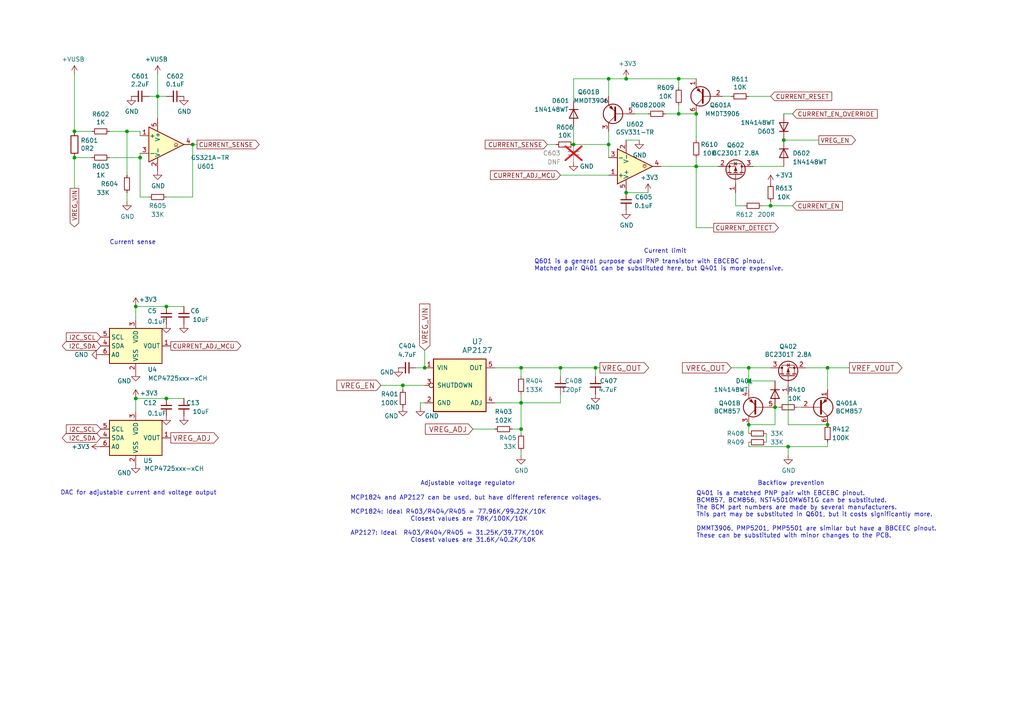
<source format=kicad_sch>
(kicad_sch
	(version 20231120)
	(generator "eeschema")
	(generator_version "8.0")
	(uuid "61c5a37e-57d8-4dfe-ad40-032dca204246")
	(paper "A4")
	(lib_symbols
		(symbol "Analog_DAC:MCP4725xxx-xCH"
			(exclude_from_sim no)
			(in_bom yes)
			(on_board yes)
			(property "Reference" "U"
				(at -6.35 6.35 0)
				(effects
					(font
						(size 1.27 1.27)
					)
				)
			)
			(property "Value" "MCP4725xxx-xCH"
				(at 8.89 6.35 0)
				(effects
					(font
						(size 1.27 1.27)
					)
				)
			)
			(property "Footprint" "Package_TO_SOT_SMD:SOT-23-6"
				(at 0 -6.35 0)
				(effects
					(font
						(size 1.27 1.27)
					)
					(hide yes)
				)
			)
			(property "Datasheet" "http://ww1.microchip.com/downloads/en/DeviceDoc/22039d.pdf"
				(at 0 0 0)
				(effects
					(font
						(size 1.27 1.27)
					)
					(hide yes)
				)
			)
			(property "Description" "12-bit Digital-to-Analog Converter, integrated EEPROM, I2C interface, SOT-23-6"
				(at 0 0 0)
				(effects
					(font
						(size 1.27 1.27)
					)
					(hide yes)
				)
			)
			(property "ki_keywords" "dac twi"
				(at 0 0 0)
				(effects
					(font
						(size 1.27 1.27)
					)
					(hide yes)
				)
			)
			(property "ki_fp_filters" "SOT?23*"
				(at 0 0 0)
				(effects
					(font
						(size 1.27 1.27)
					)
					(hide yes)
				)
			)
			(symbol "MCP4725xxx-xCH_0_1"
				(rectangle
					(start -7.62 5.08)
					(end 7.62 -5.08)
					(stroke
						(width 0.254)
						(type default)
					)
					(fill
						(type background)
					)
				)
			)
			(symbol "MCP4725xxx-xCH_1_1"
				(pin output line
					(at 10.16 0 180)
					(length 2.54)
					(name "VOUT"
						(effects
							(font
								(size 1.27 1.27)
							)
						)
					)
					(number "1"
						(effects
							(font
								(size 1.27 1.27)
							)
						)
					)
				)
				(pin power_in line
					(at 0 -7.62 90)
					(length 2.54)
					(name "VSS"
						(effects
							(font
								(size 1.27 1.27)
							)
						)
					)
					(number "2"
						(effects
							(font
								(size 1.27 1.27)
							)
						)
					)
				)
				(pin power_in line
					(at 0 7.62 270)
					(length 2.54)
					(name "VDD"
						(effects
							(font
								(size 1.27 1.27)
							)
						)
					)
					(number "3"
						(effects
							(font
								(size 1.27 1.27)
							)
						)
					)
				)
				(pin bidirectional line
					(at -10.16 0 0)
					(length 2.54)
					(name "SDA"
						(effects
							(font
								(size 1.27 1.27)
							)
						)
					)
					(number "4"
						(effects
							(font
								(size 1.27 1.27)
							)
						)
					)
				)
				(pin input line
					(at -10.16 2.54 0)
					(length 2.54)
					(name "SCL"
						(effects
							(font
								(size 1.27 1.27)
							)
						)
					)
					(number "5"
						(effects
							(font
								(size 1.27 1.27)
							)
						)
					)
				)
				(pin input line
					(at -10.16 -2.54 0)
					(length 2.54)
					(name "A0"
						(effects
							(font
								(size 1.27 1.27)
							)
						)
					)
					(number "6"
						(effects
							(font
								(size 1.27 1.27)
							)
						)
					)
				)
			)
		)
		(symbol "BusPirate-5-rev10-rescue:+3.3V-power"
			(power)
			(pin_names
				(offset 0)
			)
			(exclude_from_sim no)
			(in_bom yes)
			(on_board yes)
			(property "Reference" "#PWR"
				(at 0 -3.81 0)
				(effects
					(font
						(size 1.27 1.27)
					)
					(hide yes)
				)
			)
			(property "Value" "+3.3V-power"
				(at 0 3.556 0)
				(effects
					(font
						(size 1.27 1.27)
					)
				)
			)
			(property "Footprint" ""
				(at 0 0 0)
				(effects
					(font
						(size 1.27 1.27)
					)
					(hide yes)
				)
			)
			(property "Datasheet" ""
				(at 0 0 0)
				(effects
					(font
						(size 1.27 1.27)
					)
					(hide yes)
				)
			)
			(property "Description" ""
				(at 0 0 0)
				(effects
					(font
						(size 1.27 1.27)
					)
					(hide yes)
				)
			)
			(symbol "+3.3V-power_0_1"
				(polyline
					(pts
						(xy -0.762 1.27) (xy 0 2.54)
					)
					(stroke
						(width 0)
						(type solid)
					)
					(fill
						(type none)
					)
				)
				(polyline
					(pts
						(xy 0 0) (xy 0 2.54)
					)
					(stroke
						(width 0)
						(type solid)
					)
					(fill
						(type none)
					)
				)
				(polyline
					(pts
						(xy 0 2.54) (xy 0.762 1.27)
					)
					(stroke
						(width 0)
						(type solid)
					)
					(fill
						(type none)
					)
				)
			)
			(symbol "+3.3V-power_1_1"
				(pin power_in line
					(at 0 0 90)
					(length 0) hide
					(name "+3V3"
						(effects
							(font
								(size 1.27 1.27)
							)
						)
					)
					(number "1"
						(effects
							(font
								(size 1.27 1.27)
							)
						)
					)
				)
			)
		)
		(symbol "Comparator:LMV331"
			(pin_names
				(offset 0.127)
			)
			(exclude_from_sim no)
			(in_bom yes)
			(on_board yes)
			(property "Reference" "U"
				(at 1.27 5.08 0)
				(effects
					(font
						(size 1.27 1.27)
					)
				)
			)
			(property "Value" "LMV331"
				(at 3.81 -5.08 0)
				(effects
					(font
						(size 1.27 1.27)
					)
				)
			)
			(property "Footprint" ""
				(at 0 2.54 0)
				(effects
					(font
						(size 1.27 1.27)
					)
					(hide yes)
				)
			)
			(property "Datasheet" "http://www.ti.com/lit/ds/symlink/lmv331.pdf"
				(at 0 5.08 0)
				(effects
					(font
						(size 1.27 1.27)
					)
					(hide yes)
				)
			)
			(property "Description" "Single General-Purpose Low-Voltage Comparator, SOT-23-5/SC-70-5"
				(at 0 0 0)
				(effects
					(font
						(size 1.27 1.27)
					)
					(hide yes)
				)
			)
			(property "ki_keywords" "single comparator"
				(at 0 0 0)
				(effects
					(font
						(size 1.27 1.27)
					)
					(hide yes)
				)
			)
			(property "ki_fp_filters" "SOT?23* *SC?70*"
				(at 0 0 0)
				(effects
					(font
						(size 1.27 1.27)
					)
					(hide yes)
				)
			)
			(symbol "LMV331_0_1"
				(polyline
					(pts
						(xy -5.08 5.08) (xy 5.08 0) (xy -5.08 -5.08) (xy -5.08 5.08)
					)
					(stroke
						(width 0.254)
						(type default)
					)
					(fill
						(type background)
					)
				)
				(polyline
					(pts
						(xy 3.302 -0.508) (xy 2.794 -0.508) (xy 3.302 0) (xy 2.794 0.508) (xy 2.286 0) (xy 2.794 -0.508)
						(xy 2.286 -0.508)
					)
					(stroke
						(width 0.127)
						(type default)
					)
					(fill
						(type none)
					)
				)
			)
			(symbol "LMV331_1_1"
				(pin input line
					(at -7.62 2.54 0)
					(length 2.54)
					(name "+"
						(effects
							(font
								(size 1.27 1.27)
							)
						)
					)
					(number "1"
						(effects
							(font
								(size 1.27 1.27)
							)
						)
					)
				)
				(pin power_in line
					(at -2.54 -7.62 90)
					(length 3.81)
					(name "V-"
						(effects
							(font
								(size 1.27 1.27)
							)
						)
					)
					(number "2"
						(effects
							(font
								(size 1.27 1.27)
							)
						)
					)
				)
				(pin input line
					(at -7.62 -2.54 0)
					(length 2.54)
					(name "-"
						(effects
							(font
								(size 1.27 1.27)
							)
						)
					)
					(number "3"
						(effects
							(font
								(size 1.27 1.27)
							)
						)
					)
				)
				(pin open_collector line
					(at 7.62 0 180)
					(length 2.54)
					(name "~"
						(effects
							(font
								(size 1.27 1.27)
							)
						)
					)
					(number "4"
						(effects
							(font
								(size 1.27 1.27)
							)
						)
					)
				)
				(pin power_in line
					(at -2.54 7.62 270)
					(length 3.81)
					(name "V+"
						(effects
							(font
								(size 1.27 1.27)
							)
						)
					)
					(number "5"
						(effects
							(font
								(size 1.27 1.27)
							)
						)
					)
				)
			)
		)
		(symbol "Device:C_Small"
			(pin_numbers hide)
			(pin_names
				(offset 0.254) hide)
			(exclude_from_sim no)
			(in_bom yes)
			(on_board yes)
			(property "Reference" "C"
				(at 0.254 1.778 0)
				(effects
					(font
						(size 1.27 1.27)
					)
					(justify left)
				)
			)
			(property "Value" "C_Small"
				(at 0.254 -2.032 0)
				(effects
					(font
						(size 1.27 1.27)
					)
					(justify left)
				)
			)
			(property "Footprint" ""
				(at 0 0 0)
				(effects
					(font
						(size 1.27 1.27)
					)
					(hide yes)
				)
			)
			(property "Datasheet" "~"
				(at 0 0 0)
				(effects
					(font
						(size 1.27 1.27)
					)
					(hide yes)
				)
			)
			(property "Description" "Unpolarized capacitor, small symbol"
				(at 0 0 0)
				(effects
					(font
						(size 1.27 1.27)
					)
					(hide yes)
				)
			)
			(property "ki_keywords" "capacitor cap"
				(at 0 0 0)
				(effects
					(font
						(size 1.27 1.27)
					)
					(hide yes)
				)
			)
			(property "ki_fp_filters" "C_*"
				(at 0 0 0)
				(effects
					(font
						(size 1.27 1.27)
					)
					(hide yes)
				)
			)
			(symbol "C_Small_0_1"
				(polyline
					(pts
						(xy -1.524 -0.508) (xy 1.524 -0.508)
					)
					(stroke
						(width 0.3302)
						(type default)
					)
					(fill
						(type none)
					)
				)
				(polyline
					(pts
						(xy -1.524 0.508) (xy 1.524 0.508)
					)
					(stroke
						(width 0.3048)
						(type default)
					)
					(fill
						(type none)
					)
				)
			)
			(symbol "C_Small_1_1"
				(pin passive line
					(at 0 2.54 270)
					(length 2.032)
					(name "~"
						(effects
							(font
								(size 1.27 1.27)
							)
						)
					)
					(number "1"
						(effects
							(font
								(size 1.27 1.27)
							)
						)
					)
				)
				(pin passive line
					(at 0 -2.54 90)
					(length 2.032)
					(name "~"
						(effects
							(font
								(size 1.27 1.27)
							)
						)
					)
					(number "2"
						(effects
							(font
								(size 1.27 1.27)
							)
						)
					)
				)
			)
		)
		(symbol "Device:R"
			(pin_numbers hide)
			(pin_names
				(offset 0)
			)
			(exclude_from_sim no)
			(in_bom yes)
			(on_board yes)
			(property "Reference" "R"
				(at 2.032 0 90)
				(effects
					(font
						(size 1.27 1.27)
					)
				)
			)
			(property "Value" "R"
				(at 0 0 90)
				(effects
					(font
						(size 1.27 1.27)
					)
				)
			)
			(property "Footprint" ""
				(at -1.778 0 90)
				(effects
					(font
						(size 1.27 1.27)
					)
					(hide yes)
				)
			)
			(property "Datasheet" "~"
				(at 0 0 0)
				(effects
					(font
						(size 1.27 1.27)
					)
					(hide yes)
				)
			)
			(property "Description" "Resistor"
				(at 0 0 0)
				(effects
					(font
						(size 1.27 1.27)
					)
					(hide yes)
				)
			)
			(property "ki_keywords" "R res resistor"
				(at 0 0 0)
				(effects
					(font
						(size 1.27 1.27)
					)
					(hide yes)
				)
			)
			(property "ki_fp_filters" "R_*"
				(at 0 0 0)
				(effects
					(font
						(size 1.27 1.27)
					)
					(hide yes)
				)
			)
			(symbol "R_0_1"
				(rectangle
					(start -1.016 -2.54)
					(end 1.016 2.54)
					(stroke
						(width 0.254)
						(type default)
					)
					(fill
						(type none)
					)
				)
			)
			(symbol "R_1_1"
				(pin passive line
					(at 0 3.81 270)
					(length 1.27)
					(name "~"
						(effects
							(font
								(size 1.27 1.27)
							)
						)
					)
					(number "1"
						(effects
							(font
								(size 1.27 1.27)
							)
						)
					)
				)
				(pin passive line
					(at 0 -3.81 90)
					(length 1.27)
					(name "~"
						(effects
							(font
								(size 1.27 1.27)
							)
						)
					)
					(number "2"
						(effects
							(font
								(size 1.27 1.27)
							)
						)
					)
				)
			)
		)
		(symbol "Device:R_Small"
			(pin_numbers hide)
			(pin_names
				(offset 0.254) hide)
			(exclude_from_sim no)
			(in_bom yes)
			(on_board yes)
			(property "Reference" "R"
				(at 0.762 0.508 0)
				(effects
					(font
						(size 1.27 1.27)
					)
					(justify left)
				)
			)
			(property "Value" "R_Small"
				(at 0.762 -1.016 0)
				(effects
					(font
						(size 1.27 1.27)
					)
					(justify left)
				)
			)
			(property "Footprint" ""
				(at 0 0 0)
				(effects
					(font
						(size 1.27 1.27)
					)
					(hide yes)
				)
			)
			(property "Datasheet" "~"
				(at 0 0 0)
				(effects
					(font
						(size 1.27 1.27)
					)
					(hide yes)
				)
			)
			(property "Description" "Resistor, small symbol"
				(at 0 0 0)
				(effects
					(font
						(size 1.27 1.27)
					)
					(hide yes)
				)
			)
			(property "ki_keywords" "R resistor"
				(at 0 0 0)
				(effects
					(font
						(size 1.27 1.27)
					)
					(hide yes)
				)
			)
			(property "ki_fp_filters" "R_*"
				(at 0 0 0)
				(effects
					(font
						(size 1.27 1.27)
					)
					(hide yes)
				)
			)
			(symbol "R_Small_0_1"
				(rectangle
					(start -0.762 1.778)
					(end 0.762 -1.778)
					(stroke
						(width 0.2032)
						(type default)
					)
					(fill
						(type none)
					)
				)
			)
			(symbol "R_Small_1_1"
				(pin passive line
					(at 0 2.54 270)
					(length 0.762)
					(name "~"
						(effects
							(font
								(size 1.27 1.27)
							)
						)
					)
					(number "1"
						(effects
							(font
								(size 1.27 1.27)
							)
						)
					)
				)
				(pin passive line
					(at 0 -2.54 90)
					(length 0.762)
					(name "~"
						(effects
							(font
								(size 1.27 1.27)
							)
						)
					)
					(number "2"
						(effects
							(font
								(size 1.27 1.27)
							)
						)
					)
				)
			)
		)
		(symbol "Diode:1N4148WS"
			(pin_numbers hide)
			(pin_names hide)
			(exclude_from_sim no)
			(in_bom yes)
			(on_board yes)
			(property "Reference" "D"
				(at 0 2.54 0)
				(effects
					(font
						(size 1.27 1.27)
					)
				)
			)
			(property "Value" "1N4148WS"
				(at 0 -2.54 0)
				(effects
					(font
						(size 1.27 1.27)
					)
				)
			)
			(property "Footprint" "Diode_SMD:D_SOD-323"
				(at 0 -4.445 0)
				(effects
					(font
						(size 1.27 1.27)
					)
					(hide yes)
				)
			)
			(property "Datasheet" "https://www.vishay.com/docs/85751/1n4148ws.pdf"
				(at 0 0 0)
				(effects
					(font
						(size 1.27 1.27)
					)
					(hide yes)
				)
			)
			(property "Description" "75V 0.15A Fast switching Diode, SOD-323"
				(at 0 0 0)
				(effects
					(font
						(size 1.27 1.27)
					)
					(hide yes)
				)
			)
			(property "Sim.Device" "D"
				(at 0 0 0)
				(effects
					(font
						(size 1.27 1.27)
					)
					(hide yes)
				)
			)
			(property "Sim.Pins" "1=K 2=A"
				(at 0 0 0)
				(effects
					(font
						(size 1.27 1.27)
					)
					(hide yes)
				)
			)
			(property "ki_keywords" "diode"
				(at 0 0 0)
				(effects
					(font
						(size 1.27 1.27)
					)
					(hide yes)
				)
			)
			(property "ki_fp_filters" "D*SOD?323*"
				(at 0 0 0)
				(effects
					(font
						(size 1.27 1.27)
					)
					(hide yes)
				)
			)
			(symbol "1N4148WS_0_1"
				(polyline
					(pts
						(xy -1.27 1.27) (xy -1.27 -1.27)
					)
					(stroke
						(width 0.254)
						(type default)
					)
					(fill
						(type none)
					)
				)
				(polyline
					(pts
						(xy 1.27 0) (xy -1.27 0)
					)
					(stroke
						(width 0)
						(type default)
					)
					(fill
						(type none)
					)
				)
				(polyline
					(pts
						(xy 1.27 1.27) (xy 1.27 -1.27) (xy -1.27 0) (xy 1.27 1.27)
					)
					(stroke
						(width 0.254)
						(type default)
					)
					(fill
						(type none)
					)
				)
			)
			(symbol "1N4148WS_1_1"
				(pin passive line
					(at -3.81 0 0)
					(length 2.54)
					(name "K"
						(effects
							(font
								(size 1.27 1.27)
							)
						)
					)
					(number "1"
						(effects
							(font
								(size 1.27 1.27)
							)
						)
					)
				)
				(pin passive line
					(at 3.81 0 180)
					(length 2.54)
					(name "A"
						(effects
							(font
								(size 1.27 1.27)
							)
						)
					)
					(number "2"
						(effects
							(font
								(size 1.27 1.27)
							)
						)
					)
				)
			)
		)
		(symbol "Transistor_FET:BSS84"
			(pin_names hide)
			(exclude_from_sim no)
			(in_bom yes)
			(on_board yes)
			(property "Reference" "Q"
				(at 5.08 1.905 0)
				(effects
					(font
						(size 1.27 1.27)
					)
					(justify left)
				)
			)
			(property "Value" "BSS84"
				(at 5.08 0 0)
				(effects
					(font
						(size 1.27 1.27)
					)
					(justify left)
				)
			)
			(property "Footprint" "Package_TO_SOT_SMD:SOT-23"
				(at 5.08 -1.905 0)
				(effects
					(font
						(size 1.27 1.27)
						(italic yes)
					)
					(justify left)
					(hide yes)
				)
			)
			(property "Datasheet" "http://assets.nexperia.com/documents/data-sheet/BSS84.pdf"
				(at 0 0 0)
				(effects
					(font
						(size 1.27 1.27)
					)
					(justify left)
					(hide yes)
				)
			)
			(property "Description" "-0.13A Id, -50V Vds, P-Channel MOSFET, SOT-23"
				(at 0 0 0)
				(effects
					(font
						(size 1.27 1.27)
					)
					(hide yes)
				)
			)
			(property "ki_keywords" "P-Channel MOSFET"
				(at 0 0 0)
				(effects
					(font
						(size 1.27 1.27)
					)
					(hide yes)
				)
			)
			(property "ki_fp_filters" "SOT?23*"
				(at 0 0 0)
				(effects
					(font
						(size 1.27 1.27)
					)
					(hide yes)
				)
			)
			(symbol "BSS84_0_1"
				(polyline
					(pts
						(xy 0.254 0) (xy -2.54 0)
					)
					(stroke
						(width 0)
						(type default)
					)
					(fill
						(type none)
					)
				)
				(polyline
					(pts
						(xy 0.254 1.905) (xy 0.254 -1.905)
					)
					(stroke
						(width 0.254)
						(type default)
					)
					(fill
						(type none)
					)
				)
				(polyline
					(pts
						(xy 0.762 -1.27) (xy 0.762 -2.286)
					)
					(stroke
						(width 0.254)
						(type default)
					)
					(fill
						(type none)
					)
				)
				(polyline
					(pts
						(xy 0.762 0.508) (xy 0.762 -0.508)
					)
					(stroke
						(width 0.254)
						(type default)
					)
					(fill
						(type none)
					)
				)
				(polyline
					(pts
						(xy 0.762 2.286) (xy 0.762 1.27)
					)
					(stroke
						(width 0.254)
						(type default)
					)
					(fill
						(type none)
					)
				)
				(polyline
					(pts
						(xy 2.54 2.54) (xy 2.54 1.778)
					)
					(stroke
						(width 0)
						(type default)
					)
					(fill
						(type none)
					)
				)
				(polyline
					(pts
						(xy 2.54 -2.54) (xy 2.54 0) (xy 0.762 0)
					)
					(stroke
						(width 0)
						(type default)
					)
					(fill
						(type none)
					)
				)
				(polyline
					(pts
						(xy 0.762 1.778) (xy 3.302 1.778) (xy 3.302 -1.778) (xy 0.762 -1.778)
					)
					(stroke
						(width 0)
						(type default)
					)
					(fill
						(type none)
					)
				)
				(polyline
					(pts
						(xy 2.286 0) (xy 1.27 0.381) (xy 1.27 -0.381) (xy 2.286 0)
					)
					(stroke
						(width 0)
						(type default)
					)
					(fill
						(type outline)
					)
				)
				(polyline
					(pts
						(xy 2.794 -0.508) (xy 2.921 -0.381) (xy 3.683 -0.381) (xy 3.81 -0.254)
					)
					(stroke
						(width 0)
						(type default)
					)
					(fill
						(type none)
					)
				)
				(polyline
					(pts
						(xy 3.302 -0.381) (xy 2.921 0.254) (xy 3.683 0.254) (xy 3.302 -0.381)
					)
					(stroke
						(width 0)
						(type default)
					)
					(fill
						(type none)
					)
				)
				(circle
					(center 1.651 0)
					(radius 2.794)
					(stroke
						(width 0.254)
						(type default)
					)
					(fill
						(type none)
					)
				)
				(circle
					(center 2.54 -1.778)
					(radius 0.254)
					(stroke
						(width 0)
						(type default)
					)
					(fill
						(type outline)
					)
				)
				(circle
					(center 2.54 1.778)
					(radius 0.254)
					(stroke
						(width 0)
						(type default)
					)
					(fill
						(type outline)
					)
				)
			)
			(symbol "BSS84_1_1"
				(pin input line
					(at -5.08 0 0)
					(length 2.54)
					(name "G"
						(effects
							(font
								(size 1.27 1.27)
							)
						)
					)
					(number "1"
						(effects
							(font
								(size 1.27 1.27)
							)
						)
					)
				)
				(pin passive line
					(at 2.54 -5.08 90)
					(length 2.54)
					(name "S"
						(effects
							(font
								(size 1.27 1.27)
							)
						)
					)
					(number "2"
						(effects
							(font
								(size 1.27 1.27)
							)
						)
					)
				)
				(pin passive line
					(at 2.54 5.08 270)
					(length 2.54)
					(name "D"
						(effects
							(font
								(size 1.27 1.27)
							)
						)
					)
					(number "3"
						(effects
							(font
								(size 1.27 1.27)
							)
						)
					)
				)
			)
		)
		(symbol "dp-power:+VUSB"
			(power)
			(pin_names
				(offset 1.016)
			)
			(exclude_from_sim no)
			(in_bom yes)
			(on_board yes)
			(property "Reference" "#PWR"
				(at 0 0 0)
				(effects
					(font
						(size 1.27 1.27)
					)
					(hide yes)
				)
			)
			(property "Value" "+VUSB"
				(at 0 5.08 0)
				(effects
					(font
						(size 1.27 1.27)
					)
				)
			)
			(property "Footprint" ""
				(at 0 0 0)
				(effects
					(font
						(size 1.27 1.27)
					)
					(hide yes)
				)
			)
			(property "Datasheet" ""
				(at 0 0 0)
				(effects
					(font
						(size 1.27 1.27)
					)
					(hide yes)
				)
			)
			(property "Description" ""
				(at 0 0 0)
				(effects
					(font
						(size 1.27 1.27)
					)
					(hide yes)
				)
			)
			(property "ki_keywords" "power-flag"
				(at 0 0 0)
				(effects
					(font
						(size 1.27 1.27)
					)
					(hide yes)
				)
			)
			(symbol "+VUSB_0_1"
				(polyline
					(pts
						(xy 0 0) (xy 0 2.54)
					)
					(stroke
						(width 0)
						(type solid)
					)
					(fill
						(type none)
					)
				)
				(polyline
					(pts
						(xy 0 2.54) (xy -0.762 1.27)
					)
					(stroke
						(width 0)
						(type solid)
					)
					(fill
						(type none)
					)
				)
				(polyline
					(pts
						(xy 0 2.54) (xy 0.762 1.27)
					)
					(stroke
						(width 0)
						(type solid)
					)
					(fill
						(type none)
					)
				)
			)
			(symbol "+VUSB_1_1"
				(pin power_in line
					(at 0 0 90)
					(length 0) hide
					(name "+VUSB"
						(effects
							(font
								(size 1.27 1.27)
							)
						)
					)
					(number "1"
						(effects
							(font
								(size 1.27 1.27)
							)
						)
					)
				)
			)
		)
		(symbol "dp-vreg:MCP1824"
			(pin_names
				(offset 1.016)
			)
			(exclude_from_sim no)
			(in_bom yes)
			(on_board yes)
			(property "Reference" "U"
				(at 0 12.7 0)
				(effects
					(font
						(size 1.524 1.524)
					)
				)
			)
			(property "Value" "MCP1824"
				(at 0 10.16 0)
				(effects
					(font
						(size 1.524 1.524)
					)
				)
			)
			(property "Footprint" ""
				(at 0 0 0)
				(effects
					(font
						(size 1.524 1.524)
					)
					(hide yes)
				)
			)
			(property "Datasheet" ""
				(at 0 0 0)
				(effects
					(font
						(size 1.524 1.524)
					)
					(hide yes)
				)
			)
			(property "Description" ""
				(at 0 0 0)
				(effects
					(font
						(size 1.27 1.27)
					)
					(hide yes)
				)
			)
			(symbol "MCP1824_0_1"
				(rectangle
					(start -7.62 7.62)
					(end 7.62 -7.62)
					(stroke
						(width 0.3048)
						(type solid)
					)
					(fill
						(type background)
					)
				)
			)
			(symbol "MCP1824_1_1"
				(pin input line
					(at -10.16 5.08 0)
					(length 2.54)
					(name "VIN"
						(effects
							(font
								(size 1.27 1.27)
							)
						)
					)
					(number "1"
						(effects
							(font
								(size 1.27 1.27)
							)
						)
					)
				)
				(pin input line
					(at -10.16 -5.08 0)
					(length 2.54)
					(name "GND"
						(effects
							(font
								(size 1.27 1.27)
							)
						)
					)
					(number "2"
						(effects
							(font
								(size 1.27 1.27)
							)
						)
					)
				)
				(pin input inverted
					(at -10.16 0 0)
					(length 2.54)
					(name "SHUTDOWN"
						(effects
							(font
								(size 1.27 1.27)
							)
						)
					)
					(number "3"
						(effects
							(font
								(size 1.27 1.27)
							)
						)
					)
				)
				(pin input line
					(at 10.16 -5.08 180)
					(length 2.54)
					(name "ADJ"
						(effects
							(font
								(size 1.27 1.27)
							)
						)
					)
					(number "4"
						(effects
							(font
								(size 1.27 1.27)
							)
						)
					)
				)
				(pin power_out line
					(at 10.16 5.08 180)
					(length 2.54)
					(name "OUT"
						(effects
							(font
								(size 1.27 1.27)
							)
						)
					)
					(number "5"
						(effects
							(font
								(size 1.27 1.27)
							)
						)
					)
				)
			)
		)
		(symbol "kicad5-device:Q_DUAL_PNP_PNP_E1B1C2E2B2C1"
			(pin_names
				(offset 0) hide)
			(exclude_from_sim no)
			(in_bom yes)
			(on_board yes)
			(property "Reference" "Q"
				(at 5.08 1.27 0)
				(effects
					(font
						(size 1.27 1.27)
					)
					(justify left)
				)
			)
			(property "Value" "Q_DUAL_PNP_PNP_E1B1C2E2B2C1"
				(at 5.08 -1.27 0)
				(effects
					(font
						(size 1.27 1.27)
					)
					(justify left)
				)
			)
			(property "Footprint" ""
				(at 5.08 2.54 0)
				(effects
					(font
						(size 1.27 1.27)
					)
					(hide yes)
				)
			)
			(property "Datasheet" "~"
				(at 0 0 0)
				(effects
					(font
						(size 1.27 1.27)
					)
					(hide yes)
				)
			)
			(property "Description" "Dual PNP transistor, 6 pin package"
				(at 0 0 0)
				(effects
					(font
						(size 1.27 1.27)
					)
					(hide yes)
				)
			)
			(property "ki_locked" ""
				(at 0 0 0)
				(effects
					(font
						(size 1.27 1.27)
					)
				)
			)
			(property "ki_keywords" "transistor PNP"
				(at 0 0 0)
				(effects
					(font
						(size 1.27 1.27)
					)
					(hide yes)
				)
			)
			(property "ki_fp_filters" "SC?70* SC?88* SOT?363* SOT?23*"
				(at 0 0 0)
				(effects
					(font
						(size 1.27 1.27)
					)
					(hide yes)
				)
			)
			(symbol "Q_DUAL_PNP_PNP_E1B1C2E2B2C1_0_1"
				(polyline
					(pts
						(xy 0.635 0) (xy -2.54 0)
					)
					(stroke
						(width 0)
						(type solid)
					)
					(fill
						(type none)
					)
				)
				(polyline
					(pts
						(xy 0.635 0.635) (xy 2.54 2.54)
					)
					(stroke
						(width 0)
						(type solid)
					)
					(fill
						(type none)
					)
				)
				(polyline
					(pts
						(xy 0.635 -0.635) (xy 2.54 -2.54) (xy 2.54 -2.54)
					)
					(stroke
						(width 0)
						(type solid)
					)
					(fill
						(type none)
					)
				)
				(polyline
					(pts
						(xy 0.635 1.905) (xy 0.635 -1.905) (xy 0.635 -1.905)
					)
					(stroke
						(width 0.508)
						(type solid)
					)
					(fill
						(type none)
					)
				)
				(polyline
					(pts
						(xy 2.286 -1.778) (xy 1.778 -2.286) (xy 1.27 -1.27) (xy 2.286 -1.778) (xy 2.286 -1.778)
					)
					(stroke
						(width 0)
						(type solid)
					)
					(fill
						(type outline)
					)
				)
				(circle
					(center 1.27 0)
					(radius 2.8194)
					(stroke
						(width 0.254)
						(type solid)
					)
					(fill
						(type none)
					)
				)
			)
			(symbol "Q_DUAL_PNP_PNP_E1B1C2E2B2C1_1_1"
				(pin passive line
					(at 2.54 -5.08 90)
					(length 2.54)
					(name "E1"
						(effects
							(font
								(size 1.27 1.27)
							)
						)
					)
					(number "1"
						(effects
							(font
								(size 1.27 1.27)
							)
						)
					)
				)
				(pin input line
					(at -5.08 0 0)
					(length 2.54)
					(name "B1"
						(effects
							(font
								(size 1.27 1.27)
							)
						)
					)
					(number "2"
						(effects
							(font
								(size 1.27 1.27)
							)
						)
					)
				)
				(pin passive line
					(at 2.54 5.08 270)
					(length 2.54)
					(name "C1"
						(effects
							(font
								(size 1.27 1.27)
							)
						)
					)
					(number "6"
						(effects
							(font
								(size 1.27 1.27)
							)
						)
					)
				)
			)
			(symbol "Q_DUAL_PNP_PNP_E1B1C2E2B2C1_2_1"
				(pin passive line
					(at 2.54 5.08 270)
					(length 2.54)
					(name "C2"
						(effects
							(font
								(size 1.27 1.27)
							)
						)
					)
					(number "3"
						(effects
							(font
								(size 1.27 1.27)
							)
						)
					)
				)
				(pin passive line
					(at 2.54 -5.08 90)
					(length 2.54)
					(name "E2"
						(effects
							(font
								(size 1.27 1.27)
							)
						)
					)
					(number "4"
						(effects
							(font
								(size 1.27 1.27)
							)
						)
					)
				)
				(pin input line
					(at -5.08 0 0)
					(length 2.54)
					(name "B2"
						(effects
							(font
								(size 1.27 1.27)
							)
						)
					)
					(number "5"
						(effects
							(font
								(size 1.27 1.27)
							)
						)
					)
				)
			)
		)
		(symbol "power:GND"
			(power)
			(pin_names
				(offset 0)
			)
			(exclude_from_sim no)
			(in_bom yes)
			(on_board yes)
			(property "Reference" "#PWR"
				(at 0 -6.35 0)
				(effects
					(font
						(size 1.27 1.27)
					)
					(hide yes)
				)
			)
			(property "Value" "GND"
				(at 0 -3.81 0)
				(effects
					(font
						(size 1.27 1.27)
					)
				)
			)
			(property "Footprint" ""
				(at 0 0 0)
				(effects
					(font
						(size 1.27 1.27)
					)
					(hide yes)
				)
			)
			(property "Datasheet" ""
				(at 0 0 0)
				(effects
					(font
						(size 1.27 1.27)
					)
					(hide yes)
				)
			)
			(property "Description" "Power symbol creates a global label with name \"GND\" , ground"
				(at 0 0 0)
				(effects
					(font
						(size 1.27 1.27)
					)
					(hide yes)
				)
			)
			(property "ki_keywords" "global power"
				(at 0 0 0)
				(effects
					(font
						(size 1.27 1.27)
					)
					(hide yes)
				)
			)
			(symbol "GND_0_1"
				(polyline
					(pts
						(xy 0 0) (xy 0 -1.27) (xy 1.27 -1.27) (xy 0 -2.54) (xy -1.27 -1.27) (xy 0 -1.27)
					)
					(stroke
						(width 0)
						(type default)
					)
					(fill
						(type none)
					)
				)
			)
			(symbol "GND_1_1"
				(pin power_in line
					(at 0 0 270)
					(length 0) hide
					(name "GND"
						(effects
							(font
								(size 1.27 1.27)
							)
						)
					)
					(number "1"
						(effects
							(font
								(size 1.27 1.27)
							)
						)
					)
				)
			)
		)
	)
	(junction
		(at 201.93 48.26)
		(diameter 0)
		(color 0 0 0 0)
		(uuid "06b37087-42cb-48c6-9328-cdc5bcc3d005")
	)
	(junction
		(at 151.13 106.68)
		(diameter 0)
		(color 0 0 0 0)
		(uuid "0d0d45b5-978f-4271-9b7a-35502684658a")
	)
	(junction
		(at 227.33 40.64)
		(diameter 0)
		(color 0 0 0 0)
		(uuid "0d5e6bf6-e7e7-47e3-8e29-a41cc296c49c")
	)
	(junction
		(at 201.93 33.02)
		(diameter 0)
		(color 0 0 0 0)
		(uuid "1e627292-c572-4ac9-a95c-389beadbe100")
	)
	(junction
		(at 162.56 106.68)
		(diameter 0)
		(color 0 0 0 0)
		(uuid "26f52279-62c5-407d-b422-46a597d62b63")
	)
	(junction
		(at 166.37 41.91)
		(diameter 0)
		(color 0 0 0 0)
		(uuid "290eb0ef-03b2-495a-9c19-b9b5a20d02d8")
	)
	(junction
		(at 116.84 111.76)
		(diameter 0)
		(color 0 0 0 0)
		(uuid "2eb9e6dd-d8d1-4059-881b-16c8ed2e642f")
	)
	(junction
		(at 181.61 22.86)
		(diameter 0)
		(color 0 0 0 0)
		(uuid "472a9ed8-3a92-4f17-bc18-a01b3799a737")
	)
	(junction
		(at 217.17 110.49)
		(diameter 0)
		(color 0 0 0 0)
		(uuid "4922bb0b-ca48-4788-9293-e396521bd395")
	)
	(junction
		(at 176.53 22.86)
		(diameter 0)
		(color 0 0 0 0)
		(uuid "4fc529e5-afc6-4ab6-a4ac-db001b76d9b8")
	)
	(junction
		(at 196.85 33.02)
		(diameter 0)
		(color 0 0 0 0)
		(uuid "564902a5-065e-4605-a4cb-513b8c38af1d")
	)
	(junction
		(at 45.72 27.94)
		(diameter 0)
		(color 0 0 0 0)
		(uuid "64791800-4be9-4c3e-bbd6-a95e0f4abacd")
	)
	(junction
		(at 48.26 115.57)
		(diameter 0)
		(color 0 0 0 0)
		(uuid "672a92e0-3818-4a4a-a113-c584694875dc")
	)
	(junction
		(at 21.59 38.1)
		(diameter 0)
		(color 0 0 0 0)
		(uuid "6b4b942e-0c14-4ccb-9be0-9e3bbe6e18ea")
	)
	(junction
		(at 40.64 45.72)
		(diameter 0)
		(color 0 0 0 0)
		(uuid "6d17e314-52c3-4d76-b17a-341e0812e79d")
	)
	(junction
		(at 151.13 124.46)
		(diameter 0)
		(color 0 0 0 0)
		(uuid "6ff2bd3b-ae64-470d-a6cd-ba1cf16af0b7")
	)
	(junction
		(at 123.19 106.68)
		(diameter 0)
		(color 0 0 0 0)
		(uuid "7353eedc-759d-454b-941d-5d7a8de77a37")
	)
	(junction
		(at 224.79 118.11)
		(diameter 0)
		(color 0 0 0 0)
		(uuid "7721a645-1cb7-47ef-afbc-f92b2203f66f")
	)
	(junction
		(at 217.17 106.68)
		(diameter 0)
		(color 0 0 0 0)
		(uuid "79148ad2-0da0-4f8d-bf59-f3423271d580")
	)
	(junction
		(at 217.17 123.19)
		(diameter 0)
		(color 0 0 0 0)
		(uuid "815e2a90-b390-4053-ac19-63226005a0eb")
	)
	(junction
		(at 181.61 55.88)
		(diameter 0)
		(color 0 0 0 0)
		(uuid "8281ad56-5813-48a7-9c26-92ceceed5542")
	)
	(junction
		(at 240.03 106.68)
		(diameter 0)
		(color 0 0 0 0)
		(uuid "92bf3cfa-300c-46e9-ad30-ca188f9b8769")
	)
	(junction
		(at 172.72 106.68)
		(diameter 0)
		(color 0 0 0 0)
		(uuid "9ddcad70-c0e5-4d59-b483-a5a125123cbb")
	)
	(junction
		(at 39.37 88.9)
		(diameter 0)
		(color 0 0 0 0)
		(uuid "a0ab4a26-e724-46d2-95b5-671ba70eacd0")
	)
	(junction
		(at 240.03 123.19)
		(diameter 0)
		(color 0 0 0 0)
		(uuid "b026bec1-4240-4293-8aea-3bbea44eac2e")
	)
	(junction
		(at 39.37 115.57)
		(diameter 0)
		(color 0 0 0 0)
		(uuid "b51ecd52-dcd5-4c07-b0d9-017e483b6d03")
	)
	(junction
		(at 55.88 41.91)
		(diameter 0)
		(color 0 0 0 0)
		(uuid "b62f057d-6ed8-483a-9a1f-889d5f3e7bdb")
	)
	(junction
		(at 228.6 129.54)
		(diameter 0)
		(color 0 0 0 0)
		(uuid "c5e9c704-5c56-4052-858d-3412a658797a")
	)
	(junction
		(at 176.53 41.91)
		(diameter 0)
		(color 0 0 0 0)
		(uuid "d39f58af-a267-4742-a955-8e2110c231b1")
	)
	(junction
		(at 36.83 38.1)
		(diameter 0)
		(color 0 0 0 0)
		(uuid "e7688f3b-9748-4057-9d84-e9717876c264")
	)
	(junction
		(at 151.13 116.84)
		(diameter 0)
		(color 0 0 0 0)
		(uuid "ed0af0ae-0c5a-4f7c-bda9-825322f9a618")
	)
	(junction
		(at 48.26 88.9)
		(diameter 0)
		(color 0 0 0 0)
		(uuid "eeb5a96a-609d-4723-85a7-52569c19291e")
	)
	(junction
		(at 196.85 22.86)
		(diameter 0)
		(color 0 0 0 0)
		(uuid "f0bd8c7e-a3ec-4d01-8694-04f462d17f7e")
	)
	(junction
		(at 21.59 45.72)
		(diameter 0)
		(color 0 0 0 0)
		(uuid "f79ea962-5287-4e8e-b06c-dd7ccfafa57b")
	)
	(junction
		(at 223.52 59.69)
		(diameter 0)
		(color 0 0 0 0)
		(uuid "fe59cae8-7dd7-461a-9271-db4301aaa94d")
	)
	(wire
		(pts
			(xy 213.36 59.69) (xy 213.36 55.88)
		)
		(stroke
			(width 0)
			(type default)
		)
		(uuid "017d76d9-6ce5-4c61-9804-e6c521491626")
	)
	(wire
		(pts
			(xy 26.67 45.72) (xy 21.59 45.72)
		)
		(stroke
			(width 0)
			(type default)
		)
		(uuid "053e8aa4-e79c-4524-82f5-8efacdaf9974")
	)
	(wire
		(pts
			(xy 151.13 132.08) (xy 151.13 130.81)
		)
		(stroke
			(width 0)
			(type default)
		)
		(uuid "09ca78a5-d907-4309-bc06-54ef4166d5ca")
	)
	(wire
		(pts
			(xy 176.53 50.8) (xy 162.56 50.8)
		)
		(stroke
			(width 0)
			(type default)
		)
		(uuid "0bb3e65c-09ec-4f58-ac35-375ab90e0e7e")
	)
	(wire
		(pts
			(xy 48.26 88.9) (xy 53.34 88.9)
		)
		(stroke
			(width 0)
			(type default)
		)
		(uuid "0cd4b75f-e377-4f49-9c7c-7aa59c588927")
	)
	(wire
		(pts
			(xy 176.53 41.91) (xy 176.53 45.72)
		)
		(stroke
			(width 0)
			(type default)
		)
		(uuid "0d22dcc4-eb3c-4193-974f-e0c6c9c95cec")
	)
	(wire
		(pts
			(xy 48.26 115.57) (xy 53.34 115.57)
		)
		(stroke
			(width 0)
			(type default)
		)
		(uuid "10114e47-b1d6-4409-8264-227a329f5949")
	)
	(wire
		(pts
			(xy 223.52 27.94) (xy 217.17 27.94)
		)
		(stroke
			(width 0)
			(type default)
		)
		(uuid "120ab790-a1ef-4aca-bd9e-fffaf58d4162")
	)
	(wire
		(pts
			(xy 151.13 125.73) (xy 151.13 124.46)
		)
		(stroke
			(width 0)
			(type default)
		)
		(uuid "14192ca5-d717-462d-b80a-9a1342de3292")
	)
	(wire
		(pts
			(xy 240.03 123.19) (xy 228.6 123.19)
		)
		(stroke
			(width 0)
			(type default)
		)
		(uuid "1683166e-3081-4aa8-ace5-19d1e82dd776")
	)
	(wire
		(pts
			(xy 166.37 41.91) (xy 176.53 41.91)
		)
		(stroke
			(width 0)
			(type default)
		)
		(uuid "1dfe5f3b-f91e-482e-b364-abaea71a1a04")
	)
	(wire
		(pts
			(xy 240.03 106.68) (xy 240.03 113.03)
		)
		(stroke
			(width 0)
			(type default)
		)
		(uuid "1f013fd6-8c63-4921-8171-c7f2c07f7646")
	)
	(wire
		(pts
			(xy 181.61 22.86) (xy 176.53 22.86)
		)
		(stroke
			(width 0)
			(type default)
		)
		(uuid "2142081e-84b8-48ee-974d-bc4eae7091d4")
	)
	(wire
		(pts
			(xy 31.75 38.1) (xy 36.83 38.1)
		)
		(stroke
			(width 0)
			(type default)
		)
		(uuid "23222686-1945-4f4d-bf2c-b3960c0a0ea6")
	)
	(wire
		(pts
			(xy 212.09 106.68) (xy 217.17 106.68)
		)
		(stroke
			(width 0)
			(type default)
		)
		(uuid "23bc235a-fee5-4813-8378-32e0c2900efc")
	)
	(wire
		(pts
			(xy 226.06 118.11) (xy 224.79 118.11)
		)
		(stroke
			(width 0)
			(type default)
		)
		(uuid "23fa15d8-0d72-4168-993a-b174c4566511")
	)
	(wire
		(pts
			(xy 161.29 41.91) (xy 158.75 41.91)
		)
		(stroke
			(width 0)
			(type default)
		)
		(uuid "24225701-b0bf-490b-b58a-6ca8a2150655")
	)
	(wire
		(pts
			(xy 217.17 123.19) (xy 224.79 123.19)
		)
		(stroke
			(width 0)
			(type default)
		)
		(uuid "24639866-26ca-4b84-9296-a336888fda81")
	)
	(wire
		(pts
			(xy 151.13 116.84) (xy 162.56 116.84)
		)
		(stroke
			(width 0)
			(type default)
		)
		(uuid "251208e5-4e08-40ef-96ac-f617b6de5e50")
	)
	(wire
		(pts
			(xy 191.77 48.26) (xy 201.93 48.26)
		)
		(stroke
			(width 0)
			(type default)
		)
		(uuid "275b283c-0601-4851-a5f3-f0f4252e3904")
	)
	(wire
		(pts
			(xy 231.14 118.11) (xy 232.41 118.11)
		)
		(stroke
			(width 0)
			(type default)
		)
		(uuid "28965dd0-d6fc-4a8d-ac87-d6a10d826d73")
	)
	(wire
		(pts
			(xy 123.19 116.84) (xy 121.92 116.84)
		)
		(stroke
			(width 0)
			(type default)
		)
		(uuid "2dd0463d-c1dc-418a-a6e5-6f9758daf1f2")
	)
	(wire
		(pts
			(xy 228.6 129.54) (xy 217.17 129.54)
		)
		(stroke
			(width 0)
			(type default)
		)
		(uuid "2f5713b1-2620-43ac-bb2f-8594cf9bdef4")
	)
	(wire
		(pts
			(xy 40.64 38.1) (xy 40.64 39.37)
		)
		(stroke
			(width 0)
			(type default)
		)
		(uuid "30b03ec8-6699-4c01-910a-527e6371e0bf")
	)
	(wire
		(pts
			(xy 40.64 57.15) (xy 40.64 45.72)
		)
		(stroke
			(width 0)
			(type default)
		)
		(uuid "32c0c3f3-25b0-4c88-a950-6ca58ac4422f")
	)
	(wire
		(pts
			(xy 240.03 106.68) (xy 246.38 106.68)
		)
		(stroke
			(width 0)
			(type default)
		)
		(uuid "32de5eaa-960e-4448-a276-93f7effa432b")
	)
	(wire
		(pts
			(xy 45.72 27.94) (xy 45.72 21.59)
		)
		(stroke
			(width 0)
			(type default)
		)
		(uuid "352e5678-2c55-467c-b593-f4e49a3ffae6")
	)
	(wire
		(pts
			(xy 228.6 123.19) (xy 228.6 114.3)
		)
		(stroke
			(width 0)
			(type default)
		)
		(uuid "35c31ac3-39c2-4e53-bf6e-ccc81312ccfe")
	)
	(wire
		(pts
			(xy 21.59 38.1) (xy 21.59 21.59)
		)
		(stroke
			(width 0)
			(type default)
		)
		(uuid "3795a90c-35a6-4f4f-98c9-4f244423f626")
	)
	(wire
		(pts
			(xy 151.13 116.84) (xy 151.13 114.3)
		)
		(stroke
			(width 0)
			(type default)
		)
		(uuid "3966bf08-a942-4d87-89c6-691a1b64f2b2")
	)
	(wire
		(pts
			(xy 116.84 111.76) (xy 110.49 111.76)
		)
		(stroke
			(width 0)
			(type default)
		)
		(uuid "3991d6a8-5c81-456e-abb3-298754b6d75f")
	)
	(wire
		(pts
			(xy 187.96 33.02) (xy 184.15 33.02)
		)
		(stroke
			(width 0)
			(type default)
		)
		(uuid "3c7fe2c0-8bd5-442e-87c3-ed002d393cc5")
	)
	(wire
		(pts
			(xy 193.04 33.02) (xy 196.85 33.02)
		)
		(stroke
			(width 0)
			(type default)
		)
		(uuid "411236a5-3f9e-4962-ae08-0e290962307f")
	)
	(wire
		(pts
			(xy 151.13 109.22) (xy 151.13 106.68)
		)
		(stroke
			(width 0)
			(type default)
		)
		(uuid "42256fe6-b919-440e-b167-5e4a24e561ae")
	)
	(wire
		(pts
			(xy 166.37 22.86) (xy 166.37 29.21)
		)
		(stroke
			(width 0)
			(type default)
		)
		(uuid "436be85d-c974-45a4-9956-38e11507c897")
	)
	(wire
		(pts
			(xy 172.72 106.68) (xy 173.99 106.68)
		)
		(stroke
			(width 0)
			(type default)
		)
		(uuid "43ec130e-c49f-46cb-825c-9c7332113be7")
	)
	(wire
		(pts
			(xy 196.85 33.02) (xy 201.93 33.02)
		)
		(stroke
			(width 0)
			(type default)
		)
		(uuid "44c442d4-5cc0-4dd1-9621-ae34e695c2d0")
	)
	(wire
		(pts
			(xy 224.79 110.49) (xy 217.17 110.49)
		)
		(stroke
			(width 0)
			(type default)
		)
		(uuid "44cc425b-6991-4add-846e-23f2733c4bcb")
	)
	(wire
		(pts
			(xy 43.18 57.15) (xy 40.64 57.15)
		)
		(stroke
			(width 0)
			(type default)
		)
		(uuid "44e9aa93-5919-468a-8a98-de045dfb62a5")
	)
	(wire
		(pts
			(xy 201.93 66.04) (xy 201.93 48.26)
		)
		(stroke
			(width 0)
			(type default)
		)
		(uuid "46cba574-1f5a-4199-a902-ad20d0990399")
	)
	(wire
		(pts
			(xy 217.17 110.49) (xy 217.17 106.68)
		)
		(stroke
			(width 0)
			(type default)
		)
		(uuid "48e59a87-eb5d-40c9-8ad9-73b2f937a8f9")
	)
	(wire
		(pts
			(xy 36.83 55.88) (xy 36.83 58.42)
		)
		(stroke
			(width 0)
			(type default)
		)
		(uuid "49172ff5-7db2-45df-b5d2-a86707facaf7")
	)
	(wire
		(pts
			(xy 55.88 41.91) (xy 55.88 57.15)
		)
		(stroke
			(width 0)
			(type default)
		)
		(uuid "4b1ffcc1-059e-4a5e-b0b6-7cac016004d5")
	)
	(wire
		(pts
			(xy 137.16 124.46) (xy 143.51 124.46)
		)
		(stroke
			(width 0)
			(type default)
		)
		(uuid "4cfe7cec-4f32-4ead-9bb6-8bb0067081cf")
	)
	(wire
		(pts
			(xy 21.59 45.72) (xy 21.59 54.61)
		)
		(stroke
			(width 0)
			(type default)
		)
		(uuid "4ed658f6-f0d9-4ef7-a741-6aa478f1337d")
	)
	(wire
		(pts
			(xy 55.88 57.15) (xy 48.26 57.15)
		)
		(stroke
			(width 0)
			(type default)
		)
		(uuid "4f75297f-837f-43fb-a7d6-79ac1e770222")
	)
	(wire
		(pts
			(xy 39.37 88.9) (xy 39.37 92.71)
		)
		(stroke
			(width 0)
			(type default)
		)
		(uuid "4ffa54bb-ec85-4cb4-8982-b0395246e94f")
	)
	(wire
		(pts
			(xy 48.26 115.57) (xy 39.37 115.57)
		)
		(stroke
			(width 0)
			(type default)
		)
		(uuid "53b43b29-9049-4406-8714-4c31dab7873e")
	)
	(wire
		(pts
			(xy 143.51 106.68) (xy 151.13 106.68)
		)
		(stroke
			(width 0)
			(type default)
		)
		(uuid "6050ceaa-fa3d-4b3b-b45b-2f497f00b24a")
	)
	(wire
		(pts
			(xy 215.9 59.69) (xy 213.36 59.69)
		)
		(stroke
			(width 0)
			(type default)
		)
		(uuid "6260a24b-04f0-4179-8942-8d81ab9bb4a6")
	)
	(wire
		(pts
			(xy 229.87 59.69) (xy 223.52 59.69)
		)
		(stroke
			(width 0)
			(type default)
		)
		(uuid "632c535e-7f8f-4684-b1c5-64e34c8117f2")
	)
	(wire
		(pts
			(xy 181.61 22.86) (xy 196.85 22.86)
		)
		(stroke
			(width 0)
			(type default)
		)
		(uuid "63890c0b-71a2-4368-8929-10b5249d8900")
	)
	(wire
		(pts
			(xy 162.56 116.84) (xy 162.56 114.3)
		)
		(stroke
			(width 0)
			(type default)
		)
		(uuid "67499df8-9536-4c3f-b3d6-dc9abacd9abd")
	)
	(wire
		(pts
			(xy 196.85 22.86) (xy 201.93 22.86)
		)
		(stroke
			(width 0)
			(type default)
		)
		(uuid "694482d0-cfd0-4fd5-bbd9-306deed5b69d")
	)
	(wire
		(pts
			(xy 151.13 106.68) (xy 162.56 106.68)
		)
		(stroke
			(width 0)
			(type default)
		)
		(uuid "6d0f777e-f7f5-4b2b-bb4a-6087d277da77")
	)
	(wire
		(pts
			(xy 40.64 44.45) (xy 40.64 45.72)
		)
		(stroke
			(width 0)
			(type default)
		)
		(uuid "6e79ba34-9315-4b7c-86ca-87ee9e31e6c9")
	)
	(wire
		(pts
			(xy 181.61 55.88) (xy 187.96 55.88)
		)
		(stroke
			(width 0)
			(type default)
		)
		(uuid "70d2b96f-a791-4cdd-af5b-e212bfe82f70")
	)
	(wire
		(pts
			(xy 39.37 115.57) (xy 39.37 119.38)
		)
		(stroke
			(width 0)
			(type default)
		)
		(uuid "757c3c4c-fbee-49f9-8318-9ef3fc54899a")
	)
	(wire
		(pts
			(xy 48.26 88.9) (xy 39.37 88.9)
		)
		(stroke
			(width 0)
			(type default)
		)
		(uuid "76212511-d22b-4227-ae26-43c7de766501")
	)
	(wire
		(pts
			(xy 176.53 22.86) (xy 166.37 22.86)
		)
		(stroke
			(width 0)
			(type default)
		)
		(uuid "78a2ba88-dfbc-45a5-9cbc-3d7d675bf981")
	)
	(wire
		(pts
			(xy 201.93 48.26) (xy 201.93 45.72)
		)
		(stroke
			(width 0)
			(type default)
		)
		(uuid "7cf4aeaa-3d70-4b6c-84ea-2ac027c4a215")
	)
	(wire
		(pts
			(xy 218.44 48.26) (xy 227.33 48.26)
		)
		(stroke
			(width 0)
			(type default)
		)
		(uuid "8047711b-605f-47cc-8131-617cc57678cd")
	)
	(wire
		(pts
			(xy 123.19 101.6) (xy 123.19 106.68)
		)
		(stroke
			(width 0)
			(type default)
		)
		(uuid "80887952-0392-4d78-976e-a3ee2be4e7f0")
	)
	(wire
		(pts
			(xy 233.68 106.68) (xy 240.03 106.68)
		)
		(stroke
			(width 0)
			(type default)
		)
		(uuid "82016c8d-b157-444f-b40a-85f9929c9674")
	)
	(wire
		(pts
			(xy 172.72 106.68) (xy 172.72 109.22)
		)
		(stroke
			(width 0)
			(type default)
		)
		(uuid "87b44a0e-f073-4a40-bc35-1c27b80f1969")
	)
	(wire
		(pts
			(xy 55.88 41.91) (xy 57.15 41.91)
		)
		(stroke
			(width 0)
			(type default)
		)
		(uuid "8aae6a98-ab23-486d-b65c-f496e15a44f1")
	)
	(wire
		(pts
			(xy 151.13 124.46) (xy 151.13 116.84)
		)
		(stroke
			(width 0)
			(type default)
		)
		(uuid "8b4283d4-f647-420a-895d-9f57e74d74e2")
	)
	(wire
		(pts
			(xy 212.09 27.94) (xy 209.55 27.94)
		)
		(stroke
			(width 0)
			(type default)
		)
		(uuid "8dffb496-a74c-4de4-b4b3-24ed6f0811c3")
	)
	(wire
		(pts
			(xy 181.61 40.64) (xy 185.42 40.64)
		)
		(stroke
			(width 0)
			(type default)
		)
		(uuid "8f457736-431b-4a8e-a6de-adeb06e960e5")
	)
	(wire
		(pts
			(xy 207.01 66.04) (xy 201.93 66.04)
		)
		(stroke
			(width 0)
			(type default)
		)
		(uuid "900b98cd-10d8-4cf7-b75b-a17de9698457")
	)
	(wire
		(pts
			(xy 228.6 132.08) (xy 228.6 129.54)
		)
		(stroke
			(width 0)
			(type default)
		)
		(uuid "9776e60d-104c-4223-a60d-283ad2c97d30")
	)
	(wire
		(pts
			(xy 237.49 40.64) (xy 227.33 40.64)
		)
		(stroke
			(width 0)
			(type default)
		)
		(uuid "9a42ef50-90f2-41fc-b807-3772ee8c9b3a")
	)
	(wire
		(pts
			(xy 176.53 27.94) (xy 176.53 22.86)
		)
		(stroke
			(width 0)
			(type default)
		)
		(uuid "9d42cbba-95a8-4852-b69e-62b04411affb")
	)
	(wire
		(pts
			(xy 166.37 36.83) (xy 166.37 41.91)
		)
		(stroke
			(width 0)
			(type default)
		)
		(uuid "9f8ce08d-fb76-40fa-bd97-0a7dee31eefd")
	)
	(wire
		(pts
			(xy 120.65 106.68) (xy 123.19 106.68)
		)
		(stroke
			(width 0)
			(type default)
		)
		(uuid "a453931b-702f-4692-86a1-02299d5a24fd")
	)
	(wire
		(pts
			(xy 116.84 113.03) (xy 116.84 111.76)
		)
		(stroke
			(width 0)
			(type default)
		)
		(uuid "a8fc082c-63fb-465f-b9c6-0aea3c0851af")
	)
	(wire
		(pts
			(xy 143.51 116.84) (xy 151.13 116.84)
		)
		(stroke
			(width 0)
			(type default)
		)
		(uuid "a92e6820-f4f4-48dd-8bb4-8d94e9fee9bf")
	)
	(wire
		(pts
			(xy 26.67 38.1) (xy 21.59 38.1)
		)
		(stroke
			(width 0)
			(type default)
		)
		(uuid "aa2f0212-858c-4c97-9db0-a1d0f6fb5362")
	)
	(wire
		(pts
			(xy 222.25 125.73) (xy 222.25 128.27)
		)
		(stroke
			(width 0)
			(type default)
		)
		(uuid "ad8b8a9b-13cc-4944-95f4-ef1e9deb417c")
	)
	(wire
		(pts
			(xy 217.17 113.03) (xy 217.17 110.49)
		)
		(stroke
			(width 0)
			(type default)
		)
		(uuid "b060bdf6-8650-471d-9a6a-4a14b5a1d554")
	)
	(wire
		(pts
			(xy 223.52 106.68) (xy 217.17 106.68)
		)
		(stroke
			(width 0)
			(type default)
		)
		(uuid "b1be0121-ec36-40aa-9403-a76ae42ee0b6")
	)
	(wire
		(pts
			(xy 240.03 128.27) (xy 240.03 129.54)
		)
		(stroke
			(width 0)
			(type default)
		)
		(uuid "b23acc50-3974-4c3e-ab50-d323d4163d36")
	)
	(wire
		(pts
			(xy 148.59 124.46) (xy 151.13 124.46)
		)
		(stroke
			(width 0)
			(type default)
		)
		(uuid "b241a53e-e2fb-46be-a42d-ea070fc0357d")
	)
	(wire
		(pts
			(xy 176.53 38.1) (xy 176.53 41.91)
		)
		(stroke
			(width 0)
			(type default)
		)
		(uuid "b262959e-e638-4008-aec5-b87c25855fe4")
	)
	(wire
		(pts
			(xy 36.83 50.8) (xy 36.83 38.1)
		)
		(stroke
			(width 0)
			(type default)
		)
		(uuid "b4446087-8524-45ad-b937-6b435ab23ed5")
	)
	(wire
		(pts
			(xy 123.19 111.76) (xy 116.84 111.76)
		)
		(stroke
			(width 0)
			(type default)
		)
		(uuid "be237f57-96c5-4da7-8a8d-29b2c0b3df0f")
	)
	(wire
		(pts
			(xy 201.93 40.64) (xy 201.93 33.02)
		)
		(stroke
			(width 0)
			(type default)
		)
		(uuid "bf9bc027-6e46-4914-a213-646188ff3363")
	)
	(wire
		(pts
			(xy 196.85 25.4) (xy 196.85 22.86)
		)
		(stroke
			(width 0)
			(type default)
		)
		(uuid "bff67042-0b30-4919-ada2-c74cdbb4c330")
	)
	(wire
		(pts
			(xy 223.52 59.69) (xy 220.98 59.69)
		)
		(stroke
			(width 0)
			(type default)
		)
		(uuid "c0539986-215a-4697-bcb5-8c5948a8acb5")
	)
	(wire
		(pts
			(xy 162.56 109.22) (xy 162.56 106.68)
		)
		(stroke
			(width 0)
			(type default)
		)
		(uuid "cd7865e7-5489-4569-a8c4-15841b5cd2aa")
	)
	(wire
		(pts
			(xy 162.56 106.68) (xy 172.72 106.68)
		)
		(stroke
			(width 0)
			(type default)
		)
		(uuid "ce51db2c-5afa-4922-8b88-f2feda45e26b")
	)
	(wire
		(pts
			(xy 208.28 48.26) (xy 201.93 48.26)
		)
		(stroke
			(width 0)
			(type default)
		)
		(uuid "d66eac3e-b984-4cf2-ad3d-28b414243c2b")
	)
	(wire
		(pts
			(xy 40.64 45.72) (xy 31.75 45.72)
		)
		(stroke
			(width 0)
			(type default)
		)
		(uuid "d9cbd270-04bf-4785-b49a-f1a0501c29de")
	)
	(wire
		(pts
			(xy 196.85 30.48) (xy 196.85 33.02)
		)
		(stroke
			(width 0)
			(type default)
		)
		(uuid "dc7830a9-5307-4761-8489-f277ca0c74b3")
	)
	(wire
		(pts
			(xy 217.17 128.27) (xy 217.17 129.54)
		)
		(stroke
			(width 0)
			(type default)
		)
		(uuid "de89f6b2-6627-4232-adf5-f9ed507216cf")
	)
	(wire
		(pts
			(xy 43.18 27.94) (xy 45.72 27.94)
		)
		(stroke
			(width 0)
			(type default)
		)
		(uuid "df1a526a-db8a-47e3-a1c3-3176a72df811")
	)
	(wire
		(pts
			(xy 36.83 38.1) (xy 40.64 38.1)
		)
		(stroke
			(width 0)
			(type default)
		)
		(uuid "df829a66-87d2-48bf-a905-5dafb0334eb9")
	)
	(wire
		(pts
			(xy 45.72 27.94) (xy 45.72 34.29)
		)
		(stroke
			(width 0)
			(type default)
		)
		(uuid "e8b8b476-02dc-42e9-931a-cd7284568712")
	)
	(wire
		(pts
			(xy 240.03 129.54) (xy 228.6 129.54)
		)
		(stroke
			(width 0)
			(type default)
		)
		(uuid "e9ae190d-3f94-426f-95ae-77a6ec98db8c")
	)
	(wire
		(pts
			(xy 223.52 58.42) (xy 223.52 59.69)
		)
		(stroke
			(width 0)
			(type default)
		)
		(uuid "ea9c710f-6497-42dd-896c-dcf83e7e192a")
	)
	(wire
		(pts
			(xy 229.87 33.02) (xy 227.33 33.02)
		)
		(stroke
			(width 0)
			(type default)
		)
		(uuid "eee9a4ad-9496-4e12-aa8c-0c8ad181f0d2")
	)
	(wire
		(pts
			(xy 217.17 123.19) (xy 217.17 125.73)
		)
		(stroke
			(width 0)
			(type default)
		)
		(uuid "f048f4ff-f978-40c6-a7c4-89316cda9321")
	)
	(wire
		(pts
			(xy 121.92 116.84) (xy 121.92 118.11)
		)
		(stroke
			(width 0)
			(type default)
		)
		(uuid "f226ad8e-b178-47ab-a0e7-9facf478f4ad")
	)
	(wire
		(pts
			(xy 45.72 27.94) (xy 48.26 27.94)
		)
		(stroke
			(width 0)
			(type default)
		)
		(uuid "f79ad84b-ebec-4e5a-9681-b92d03602b08")
	)
	(wire
		(pts
			(xy 224.79 118.11) (xy 224.79 123.19)
		)
		(stroke
			(width 0)
			(type default)
		)
		(uuid "f9206571-6038-4d81-ade5-7a7648d47547")
	)
	(text "Adjustable voltage regulator"
		(exclude_from_sim no)
		(at 121.92 140.97 0)
		(effects
			(font
				(size 1.27 1.27)
			)
			(justify left bottom)
		)
		(uuid "3b015359-de35-478e-8e52-15369d6ecda3")
	)
	(text "DAC for adjustable current and voltage output"
		(exclude_from_sim no)
		(at 17.526 143.764 0)
		(effects
			(font
				(size 1.27 1.27)
			)
			(justify left bottom)
		)
		(uuid "5e3f00a4-d13b-44b4-bfb5-10c49b395fc8")
	)
	(text "Current sense"
		(exclude_from_sim no)
		(at 31.75 71.12 0)
		(effects
			(font
				(size 1.27 1.27)
			)
			(justify left bottom)
		)
		(uuid "79635eb0-6a1b-470b-8f82-2550c204b512")
	)
	(text "Backflow prevention"
		(exclude_from_sim no)
		(at 219.71 140.97 0)
		(effects
			(font
				(size 1.27 1.27)
			)
			(justify left bottom)
		)
		(uuid "aa52f0e1-d066-4185-a26c-305698aaf87c")
	)
	(text "MCP1824 and AP2127 can be used, but have different reference voltages.\n\nMCP1824: Ideal R403/R404/R405 = 77.96K/99.22K/10K\n                  Closest values are 78K/100K/10K\n\nAP2127: Ideal  R403/R404/R405 = 31.25K/39.77K/10K\n                  Closest values are 31.6K/40.2K/10K"
		(exclude_from_sim no)
		(at 101.6 157.48 0)
		(effects
			(font
				(size 1.27 1.27)
			)
			(justify left bottom)
		)
		(uuid "b9e3b7c5-6198-4855-84b5-ffd51267f20b")
	)
	(text "Current limit"
		(exclude_from_sim no)
		(at 186.69 73.66 0)
		(effects
			(font
				(size 1.27 1.27)
			)
			(justify left bottom)
		)
		(uuid "cfec8ca6-a043-48cc-9444-cf65003bd929")
	)
	(text "Q401 is a matched PNP pair with EBCEBC pinout.\nBCM857, BCM856, NST45010MW6T1G can be substituted. \nThe BCM part numbers are made by several manufacturers.\nThis part may be substituted in Q601, but it costs significantly more.\n\nDMMT3906, PMP5201, PMP5501 are similar but have a BBCEEC pinout.\nThese can be substituted with minor changes to the PCB."
		(exclude_from_sim no)
		(at 201.93 156.21 0)
		(effects
			(font
				(size 1.27 1.27)
			)
			(justify left bottom)
		)
		(uuid "e0bafcf9-2e81-4670-b9c6-78469f821d9a")
	)
	(text "Q601 is a general purpose dual PNP transistor with EBCEBC pinout. \nMatched pair Q401 can be substituted here, but Q401 is more expensive.\n"
		(exclude_from_sim no)
		(at 154.94 78.74 0)
		(effects
			(font
				(size 1.27 1.27)
			)
			(justify left bottom)
		)
		(uuid "e64d190f-e653-4914-aa14-f647eaec1bd1")
	)
	(global_label "VREG_ADJ"
		(shape output)
		(at 49.53 127 0)
		(effects
			(font
				(size 1.524 1.524)
			)
			(justify left)
		)
		(uuid "13d5eed6-3929-4d4e-91ce-d2dc0025ac1e")
		(property "Intersheetrefs" "${INTERSHEET_REFS}"
			(at 49.53 127 0)
			(effects
				(font
					(size 1.27 1.27)
				)
				(hide yes)
			)
		)
	)
	(global_label "VREG_VIN"
		(shape output)
		(at 21.59 54.61 270)
		(effects
			(font
				(size 1.27 1.27)
			)
			(justify right)
		)
		(uuid "24210c1a-335a-4ccc-8366-b01f969efc9f")
		(property "Intersheetrefs" "${INTERSHEET_REFS}"
			(at 21.59 54.61 0)
			(effects
				(font
					(size 1.27 1.27)
				)
				(hide yes)
			)
		)
	)
	(global_label "CURRENT_DETECT"
		(shape output)
		(at 207.01 66.04 0)
		(effects
			(font
				(size 1.27 1.27)
			)
			(justify left)
		)
		(uuid "4ac7f4c5-4a60-4fb8-b2d5-2713956439ad")
		(property "Intersheetrefs" "${INTERSHEET_REFS}"
			(at 207.01 66.04 0)
			(effects
				(font
					(size 1.27 1.27)
				)
				(hide yes)
			)
		)
	)
	(global_label "VREG_OUT"
		(shape input)
		(at 212.09 106.68 180)
		(effects
			(font
				(size 1.524 1.524)
			)
			(justify right)
		)
		(uuid "4ac8256f-05cd-4519-9d2e-44eeaf9cf5b5")
		(property "Intersheetrefs" "${INTERSHEET_REFS}"
			(at 212.09 106.68 0)
			(effects
				(font
					(size 1.27 1.27)
				)
				(hide yes)
			)
		)
	)
	(global_label "VREG_ADJ"
		(shape input)
		(at 137.16 124.46 180)
		(effects
			(font
				(size 1.524 1.524)
			)
			(justify right)
		)
		(uuid "4b4c29d1-708a-48af-8c48-9d54c8edd69d")
		(property "Intersheetrefs" "${INTERSHEET_REFS}"
			(at 137.16 124.46 0)
			(effects
				(font
					(size 1.27 1.27)
				)
				(hide yes)
			)
		)
	)
	(global_label "VREG_EN"
		(shape output)
		(at 237.49 40.64 0)
		(effects
			(font
				(size 1.27 1.27)
			)
			(justify left)
		)
		(uuid "4c51085f-89bb-42db-ac1f-0cb670f11327")
		(property "Intersheetrefs" "${INTERSHEET_REFS}"
			(at 237.49 40.64 0)
			(effects
				(font
					(size 1.27 1.27)
				)
				(hide yes)
			)
		)
	)
	(global_label "I2C_SCL"
		(shape input)
		(at 29.21 97.79 180)
		(fields_autoplaced yes)
		(effects
			(font
				(size 1.27 1.27)
			)
			(justify right)
		)
		(uuid "5cfbb427-9558-41f0-a110-3549b61ef851")
		(property "Intersheetrefs" "${INTERSHEET_REFS}"
			(at 19.3195 97.79 0)
			(effects
				(font
					(size 1.27 1.27)
				)
				(justify right)
				(hide yes)
			)
		)
	)
	(global_label "VREF_VOUT"
		(shape output)
		(at 246.38 106.68 0)
		(effects
			(font
				(size 1.524 1.524)
			)
			(justify left)
		)
		(uuid "80087250-8dc0-4761-9de0-4d7f7980f684")
		(property "Intersheetrefs" "${INTERSHEET_REFS}"
			(at 246.38 106.68 0)
			(effects
				(font
					(size 1.27 1.27)
				)
				(hide yes)
			)
		)
	)
	(global_label "CURRENT_SENSE"
		(shape input)
		(at 158.75 41.91 180)
		(effects
			(font
				(size 1.27 1.27)
			)
			(justify right)
		)
		(uuid "88ec2700-31eb-4a87-8909-15264be949cc")
		(property "Intersheetrefs" "${INTERSHEET_REFS}"
			(at 158.75 41.91 0)
			(effects
				(font
					(size 1.27 1.27)
				)
				(hide yes)
			)
		)
	)
	(global_label "VREG_EN"
		(shape input)
		(at 110.49 111.76 180)
		(effects
			(font
				(size 1.524 1.524)
			)
			(justify right)
		)
		(uuid "ad10ff03-ab56-4379-bb88-131a1feaaf39")
		(property "Intersheetrefs" "${INTERSHEET_REFS}"
			(at 110.49 111.76 0)
			(effects
				(font
					(size 1.27 1.27)
				)
				(hide yes)
			)
		)
	)
	(global_label "CURRENT_ADJ_MCU"
		(shape input)
		(at 162.56 50.8 180)
		(effects
			(font
				(size 1.27 1.27)
			)
			(justify right)
		)
		(uuid "af315fbc-0c3a-457d-b9ab-055e4867576b")
		(property "Intersheetrefs" "${INTERSHEET_REFS}"
			(at 162.56 50.8 0)
			(effects
				(font
					(size 1.27 1.27)
				)
				(hide yes)
			)
		)
	)
	(global_label "CURRENT_SENSE"
		(shape output)
		(at 57.15 41.91 0)
		(effects
			(font
				(size 1.27 1.27)
			)
			(justify left)
		)
		(uuid "b4f9089d-6f12-4ed7-99f3-47350e85ad4c")
		(property "Intersheetrefs" "${INTERSHEET_REFS}"
			(at 57.15 41.91 0)
			(effects
				(font
					(size 1.27 1.27)
				)
				(hide yes)
			)
		)
	)
	(global_label "I2C_SCL"
		(shape input)
		(at 29.21 124.46 180)
		(fields_autoplaced yes)
		(effects
			(font
				(size 1.27 1.27)
			)
			(justify right)
		)
		(uuid "cb68aec0-c8ad-4733-8a81-bacfad482170")
		(property "Intersheetrefs" "${INTERSHEET_REFS}"
			(at 19.3195 124.46 0)
			(effects
				(font
					(size 1.27 1.27)
				)
				(justify right)
				(hide yes)
			)
		)
	)
	(global_label "VREG_VIN"
		(shape input)
		(at 123.19 101.6 90)
		(effects
			(font
				(size 1.524 1.524)
			)
			(justify left)
		)
		(uuid "cfaf1f74-2049-46e3-b159-6d227a5e855d")
		(property "Intersheetrefs" "${INTERSHEET_REFS}"
			(at 123.19 101.6 0)
			(effects
				(font
					(size 1.27 1.27)
				)
				(hide yes)
			)
		)
	)
	(global_label "CURRENT_ADJ_MCU"
		(shape output)
		(at 49.53 100.33 0)
		(effects
			(font
				(size 1.27 1.27)
			)
			(justify left)
		)
		(uuid "d01fa3bd-1714-4fe6-8df1-aa7e735b065f")
		(property "Intersheetrefs" "${INTERSHEET_REFS}"
			(at 49.53 100.33 0)
			(effects
				(font
					(size 1.27 1.27)
				)
				(hide yes)
			)
		)
	)
	(global_label "I2C_SDA"
		(shape bidirectional)
		(at 29.21 127 180)
		(fields_autoplaced yes)
		(effects
			(font
				(size 1.27 1.27)
			)
			(justify right)
		)
		(uuid "db332510-7a90-4088-865e-2513945ee55f")
		(property "Intersheetrefs" "${INTERSHEET_REFS}"
			(at 18.3065 127 0)
			(effects
				(font
					(size 1.27 1.27)
				)
				(justify right)
				(hide yes)
			)
		)
	)
	(global_label "CURRENT_EN"
		(shape input)
		(at 229.87 59.69 0)
		(effects
			(font
				(size 1.27 1.27)
			)
			(justify left)
		)
		(uuid "dda0caae-0ca4-4d8f-a1ed-f6d11fde90f8")
		(property "Intersheetrefs" "${INTERSHEET_REFS}"
			(at 229.87 59.69 0)
			(effects
				(font
					(size 1.27 1.27)
				)
				(hide yes)
			)
		)
	)
	(global_label "I2C_SDA"
		(shape bidirectional)
		(at 29.21 100.33 180)
		(fields_autoplaced yes)
		(effects
			(font
				(size 1.27 1.27)
			)
			(justify right)
		)
		(uuid "dff62e38-c66d-4bf3-83d3-6b4c01ce3d89")
		(property "Intersheetrefs" "${INTERSHEET_REFS}"
			(at 18.3065 100.33 0)
			(effects
				(font
					(size 1.27 1.27)
				)
				(justify right)
				(hide yes)
			)
		)
	)
	(global_label "VREG_OUT"
		(shape output)
		(at 173.99 106.68 0)
		(effects
			(font
				(size 1.524 1.524)
			)
			(justify left)
		)
		(uuid "e8b5a178-6a1e-475b-9373-27fe52045a4a")
		(property "Intersheetrefs" "${INTERSHEET_REFS}"
			(at 173.99 106.68 0)
			(effects
				(font
					(size 1.27 1.27)
				)
				(hide yes)
			)
		)
	)
	(global_label "CURRENT_EN_OVERRIDE"
		(shape input)
		(at 229.87 33.02 0)
		(effects
			(font
				(size 1.27 1.27)
			)
			(justify left)
		)
		(uuid "f17cf195-ad5c-4061-8059-8ecd7da2bf2b")
		(property "Intersheetrefs" "${INTERSHEET_REFS}"
			(at 229.87 33.02 0)
			(effects
				(font
					(size 1.27 1.27)
				)
				(hide yes)
			)
		)
	)
	(global_label "CURRENT_RESET"
		(shape input)
		(at 223.52 27.94 0)
		(effects
			(font
				(size 1.27 1.27)
			)
			(justify left)
		)
		(uuid "fb160818-2569-46d5-95c3-eeb89099386a")
		(property "Intersheetrefs" "${INTERSHEET_REFS}"
			(at 223.52 27.94 0)
			(effects
				(font
					(size 1.27 1.27)
				)
				(hide yes)
			)
		)
	)
	(symbol
		(lib_id "dp-vreg:MCP1824")
		(at 133.35 111.76 0)
		(unit 1)
		(exclude_from_sim no)
		(in_bom yes)
		(on_board yes)
		(dnp no)
		(uuid "00000000-0000-0000-0000-00005e98256d")
		(property "Reference" "U?"
			(at 138.43 99.06 0)
			(effects
				(font
					(size 1.524 1.524)
				)
			)
		)
		(property "Value" "AP2127"
			(at 138.43 101.6 0)
			(effects
				(font
					(size 1.524 1.524)
				)
			)
		)
		(property "Footprint" "Package_TO_SOT_SMD:SOT-23-5"
			(at 133.35 111.76 0)
			(effects
				(font
					(size 1.524 1.524)
				)
				(hide yes)
			)
		)
		(property "Datasheet" ""
			(at 133.35 111.76 0)
			(effects
				(font
					(size 1.524 1.524)
				)
				(hide yes)
			)
		)
		(property "Description" ""
			(at 133.35 111.76 0)
			(effects
				(font
					(size 1.27 1.27)
				)
				(hide yes)
			)
		)
		(property "RMB" "2.68"
			(at 133.35 111.76 0)
			(effects
				(font
					(size 1.27 1.27)
				)
				(hide yes)
			)
		)
		(property "Supplier" " https://item.szlcsc.com/157049.html"
			(at 133.35 111.76 0)
			(effects
				(font
					(size 1.27 1.27)
				)
				(hide yes)
			)
		)
		(pin "1"
			(uuid "007ad6d4-2e48-476f-8c25-ef5e427313ac")
		)
		(pin "2"
			(uuid "d1a42e2b-b2df-4ff3-aabf-b68569a3d869")
		)
		(pin "3"
			(uuid "3833a498-98b2-4697-b801-5f0bd3e145ed")
		)
		(pin "4"
			(uuid "f9a5e005-c096-48bf-b035-1e4863ec8766")
		)
		(pin "5"
			(uuid "aeb98663-d1da-47df-9b6e-0af95c948a3f")
		)
		(instances
			(project "REV0"
				(path "/1f56410a-eaac-4444-b0f7-cfd3531e22ac"
					(reference "U?")
					(unit 1)
				)
				(path "/1f56410a-eaac-4444-b0f7-cfd3531e22ac/00000000-0000-0000-0000-00005f46fad3"
					(reference "U403")
					(unit 1)
				)
			)
		)
	)
	(symbol
		(lib_id "power:GND")
		(at 121.92 118.11 0)
		(unit 1)
		(exclude_from_sim no)
		(in_bom yes)
		(on_board yes)
		(dnp no)
		(uuid "00000000-0000-0000-0000-00005e997dcc")
		(property "Reference" "#PWR0412"
			(at 121.92 124.46 0)
			(effects
				(font
					(size 1.27 1.27)
				)
				(hide yes)
			)
		)
		(property "Value" "GND"
			(at 123.19 120.65 0)
			(effects
				(font
					(size 1.27 1.27)
				)
				(justify left)
			)
		)
		(property "Footprint" ""
			(at 121.92 118.11 0)
			(effects
				(font
					(size 1.27 1.27)
				)
				(hide yes)
			)
		)
		(property "Datasheet" ""
			(at 121.92 118.11 0)
			(effects
				(font
					(size 1.27 1.27)
				)
				(hide yes)
			)
		)
		(property "Description" ""
			(at 121.92 118.11 0)
			(effects
				(font
					(size 1.27 1.27)
				)
				(hide yes)
			)
		)
		(pin "1"
			(uuid "80b2911e-d66f-4d23-8cc6-41dc3ec11c3e")
		)
		(instances
			(project "REV0"
				(path "/1f56410a-eaac-4444-b0f7-cfd3531e22ac/00000000-0000-0000-0000-00005f46fad3"
					(reference "#PWR0412")
					(unit 1)
				)
			)
		)
	)
	(symbol
		(lib_id "Device:C_Small")
		(at 172.72 111.76 0)
		(unit 1)
		(exclude_from_sim no)
		(in_bom yes)
		(on_board yes)
		(dnp no)
		(uuid "00000000-0000-0000-0000-00005e9f0020")
		(property "Reference" "C407"
			(at 179.07 110.49 0)
			(effects
				(font
					(size 1.27 1.27)
				)
				(justify right)
			)
		)
		(property "Value" "4.7uF"
			(at 179.07 113.03 0)
			(effects
				(font
					(size 1.27 1.27)
				)
				(justify right)
			)
		)
		(property "Footprint" "Capacitor_SMD:C_0402_1005Metric"
			(at 172.72 111.76 0)
			(effects
				(font
					(size 1.27 1.27)
				)
				(hide yes)
			)
		)
		(property "Datasheet" "~"
			(at 172.72 111.76 0)
			(effects
				(font
					(size 1.27 1.27)
				)
				(hide yes)
			)
		)
		(property "Description" ""
			(at 172.72 111.76 0)
			(effects
				(font
					(size 1.27 1.27)
				)
				(hide yes)
			)
		)
		(property "RMB" "0.037726"
			(at 172.72 111.76 0)
			(effects
				(font
					(size 1.27 1.27)
				)
				(hide yes)
			)
		)
		(property "Supplier" "https://item.szlcsc.com/1877.html"
			(at 172.72 111.76 0)
			(effects
				(font
					(size 1.27 1.27)
				)
				(hide yes)
			)
		)
		(pin "1"
			(uuid "204fda1a-b54c-4bdf-8202-d148b2e33d1f")
		)
		(pin "2"
			(uuid "5e710b0c-d484-4309-acad-814ca481533e")
		)
		(instances
			(project "REV0"
				(path "/1f56410a-eaac-4444-b0f7-cfd3531e22ac/00000000-0000-0000-0000-00005f46fad3"
					(reference "C407")
					(unit 1)
				)
			)
		)
	)
	(symbol
		(lib_id "power:GND")
		(at 172.72 114.3 0)
		(unit 1)
		(exclude_from_sim no)
		(in_bom yes)
		(on_board yes)
		(dnp no)
		(uuid "00000000-0000-0000-0000-00005e9f14b0")
		(property "Reference" "#PWR0419"
			(at 172.72 120.65 0)
			(effects
				(font
					(size 1.27 1.27)
				)
				(hide yes)
			)
		)
		(property "Value" "GND"
			(at 173.99 118.11 0)
			(effects
				(font
					(size 1.27 1.27)
				)
				(justify right)
			)
		)
		(property "Footprint" ""
			(at 172.72 114.3 0)
			(effects
				(font
					(size 1.27 1.27)
				)
				(hide yes)
			)
		)
		(property "Datasheet" ""
			(at 172.72 114.3 0)
			(effects
				(font
					(size 1.27 1.27)
				)
				(hide yes)
			)
		)
		(property "Description" ""
			(at 172.72 114.3 0)
			(effects
				(font
					(size 1.27 1.27)
				)
				(hide yes)
			)
		)
		(pin "1"
			(uuid "d8c9584b-d658-4b65-b655-df2ec622b2bd")
		)
		(instances
			(project "REV0"
				(path "/1f56410a-eaac-4444-b0f7-cfd3531e22ac/00000000-0000-0000-0000-00005f46fad3"
					(reference "#PWR0419")
					(unit 1)
				)
			)
		)
	)
	(symbol
		(lib_id "Transistor_FET:BSS84")
		(at 228.6 109.22 90)
		(unit 1)
		(exclude_from_sim no)
		(in_bom yes)
		(on_board yes)
		(dnp no)
		(uuid "00000000-0000-0000-0000-00005e9f69fe")
		(property "Reference" "Q402"
			(at 228.6 100.5078 90)
			(effects
				(font
					(size 1.27 1.27)
				)
			)
		)
		(property "Value" "BC2301T 2.8A"
			(at 228.6 102.8192 90)
			(effects
				(font
					(size 1.27 1.27)
				)
			)
		)
		(property "Footprint" "Package_TO_SOT_SMD:SOT-523"
			(at 230.505 104.14 0)
			(effects
				(font
					(size 1.27 1.27)
					(italic yes)
				)
				(justify left)
				(hide yes)
			)
		)
		(property "Datasheet" "http://www.aosmd.com/pdfs/datasheet/AO3401A.pdf"
			(at 228.6 109.22 0)
			(effects
				(font
					(size 1.27 1.27)
				)
				(justify left)
				(hide yes)
			)
		)
		(property "Description" ""
			(at 228.6 109.22 0)
			(effects
				(font
					(size 1.27 1.27)
				)
				(hide yes)
			)
		)
		(property "RMB" "0.232494"
			(at 228.6 109.22 0)
			(effects
				(font
					(size 1.27 1.27)
				)
				(hide yes)
			)
		)
		(property "Supplier" "https://item.szlcsc.com/76686.html"
			(at 228.6 109.22 0)
			(effects
				(font
					(size 1.27 1.27)
				)
				(hide yes)
			)
		)
		(pin "1"
			(uuid "1cfe785c-5604-48e3-a161-63d394f00890")
		)
		(pin "2"
			(uuid "1c1e14c2-df7d-4763-aa13-21e1cba1ded2")
		)
		(pin "3"
			(uuid "e7ef64a8-cf56-4cf2-92ff-62cd6d34b05a")
		)
		(instances
			(project "REV0"
				(path "/1f56410a-eaac-4444-b0f7-cfd3531e22ac/00000000-0000-0000-0000-00005f46fad3"
					(reference "Q402")
					(unit 1)
				)
			)
		)
	)
	(symbol
		(lib_id "Device:R_Small")
		(at 219.71 125.73 270)
		(unit 1)
		(exclude_from_sim no)
		(in_bom yes)
		(on_board yes)
		(dnp no)
		(uuid "00000000-0000-0000-0000-00005ea0b873")
		(property "Reference" "R408"
			(at 215.9 125.73 90)
			(effects
				(font
					(size 1.27 1.27)
				)
				(justify right)
			)
		)
		(property "Value" "33K"
			(at 227.33 125.73 90)
			(effects
				(font
					(size 1.27 1.27)
				)
				(justify right)
			)
		)
		(property "Footprint" "Resistor_SMD:R_0402_1005Metric"
			(at 219.71 125.73 0)
			(effects
				(font
					(size 1.27 1.27)
				)
				(hide yes)
			)
		)
		(property "Datasheet" "~"
			(at 219.71 125.73 0)
			(effects
				(font
					(size 1.27 1.27)
				)
				(hide yes)
			)
		)
		(property "Description" ""
			(at 219.71 125.73 0)
			(effects
				(font
					(size 1.27 1.27)
				)
				(hide yes)
			)
		)
		(property "RMB" "0.005541"
			(at 219.71 125.73 0)
			(effects
				(font
					(size 1.27 1.27)
				)
				(hide yes)
			)
		)
		(property "Supplier" "https://item.szlcsc.com/141563.html"
			(at 219.71 125.73 0)
			(effects
				(font
					(size 1.27 1.27)
				)
				(hide yes)
			)
		)
		(pin "1"
			(uuid "99f079c4-c68f-47c6-a002-d550e5657489")
		)
		(pin "2"
			(uuid "41dd7805-b3a0-4a19-af0d-552c6ea10483")
		)
		(instances
			(project "REV0"
				(path "/1f56410a-eaac-4444-b0f7-cfd3531e22ac/00000000-0000-0000-0000-00005f46fad3"
					(reference "R408")
					(unit 1)
				)
			)
		)
	)
	(symbol
		(lib_id "power:GND")
		(at 228.6 132.08 0)
		(unit 1)
		(exclude_from_sim no)
		(in_bom yes)
		(on_board yes)
		(dnp no)
		(uuid "00000000-0000-0000-0000-00005ea0ce1d")
		(property "Reference" "#PWR0426"
			(at 228.6 138.43 0)
			(effects
				(font
					(size 1.27 1.27)
				)
				(hide yes)
			)
		)
		(property "Value" "GND"
			(at 228.727 136.4742 0)
			(effects
				(font
					(size 1.27 1.27)
				)
			)
		)
		(property "Footprint" ""
			(at 228.6 132.08 0)
			(effects
				(font
					(size 1.27 1.27)
				)
				(hide yes)
			)
		)
		(property "Datasheet" ""
			(at 228.6 132.08 0)
			(effects
				(font
					(size 1.27 1.27)
				)
				(hide yes)
			)
		)
		(property "Description" ""
			(at 228.6 132.08 0)
			(effects
				(font
					(size 1.27 1.27)
				)
				(hide yes)
			)
		)
		(pin "1"
			(uuid "4b9b7b4e-f75a-4fc9-8efe-697d6b8eb36b")
		)
		(instances
			(project "REV0"
				(path "/1f56410a-eaac-4444-b0f7-cfd3531e22ac/00000000-0000-0000-0000-00005f46fad3"
					(reference "#PWR0426")
					(unit 1)
				)
			)
		)
	)
	(symbol
		(lib_id "Device:R_Small")
		(at 240.03 125.73 0)
		(unit 1)
		(exclude_from_sim no)
		(in_bom yes)
		(on_board yes)
		(dnp no)
		(uuid "00000000-0000-0000-0000-00005ea0d5a0")
		(property "Reference" "R412"
			(at 241.3 124.46 0)
			(effects
				(font
					(size 1.27 1.27)
				)
				(justify left)
			)
		)
		(property "Value" "100K"
			(at 241.3 127 0)
			(effects
				(font
					(size 1.27 1.27)
				)
				(justify left)
			)
		)
		(property "Footprint" "Resistor_SMD:R_0402_1005Metric"
			(at 240.03 125.73 0)
			(effects
				(font
					(size 1.27 1.27)
				)
				(hide yes)
			)
		)
		(property "Datasheet" "~"
			(at 240.03 125.73 0)
			(effects
				(font
					(size 1.27 1.27)
				)
				(hide yes)
			)
		)
		(property "Description" ""
			(at 240.03 125.73 0)
			(effects
				(font
					(size 1.27 1.27)
				)
				(hide yes)
			)
		)
		(property "RMB" "0.005749"
			(at 240.03 125.73 0)
			(effects
				(font
					(size 1.27 1.27)
				)
				(hide yes)
			)
		)
		(property "Supplier" "https://item.szlcsc.com/61543.html"
			(at 240.03 125.73 0)
			(effects
				(font
					(size 1.27 1.27)
				)
				(hide yes)
			)
		)
		(pin "1"
			(uuid "85b374a0-7765-405c-9fc1-406c3211b942")
		)
		(pin "2"
			(uuid "f3f54f5b-7c8e-4881-b8e2-264a2fad5675")
		)
		(instances
			(project "REV0"
				(path "/1f56410a-eaac-4444-b0f7-cfd3531e22ac/00000000-0000-0000-0000-00005f46fad3"
					(reference "R412")
					(unit 1)
				)
			)
		)
	)
	(symbol
		(lib_id "Device:C_Small")
		(at 118.11 106.68 270)
		(unit 1)
		(exclude_from_sim no)
		(in_bom yes)
		(on_board yes)
		(dnp no)
		(uuid "00000000-0000-0000-0000-00005eb84592")
		(property "Reference" "C404"
			(at 118.11 100.33 90)
			(effects
				(font
					(size 1.27 1.27)
				)
			)
		)
		(property "Value" "4.7uF"
			(at 118.11 102.87 90)
			(effects
				(font
					(size 1.27 1.27)
				)
			)
		)
		(property "Footprint" "Capacitor_SMD:C_0402_1005Metric"
			(at 118.11 106.68 0)
			(effects
				(font
					(size 1.27 1.27)
				)
				(hide yes)
			)
		)
		(property "Datasheet" "~"
			(at 118.11 106.68 0)
			(effects
				(font
					(size 1.27 1.27)
				)
				(hide yes)
			)
		)
		(property "Description" ""
			(at 118.11 106.68 0)
			(effects
				(font
					(size 1.27 1.27)
				)
				(hide yes)
			)
		)
		(property "RMB" "0.037726"
			(at 118.11 106.68 0)
			(effects
				(font
					(size 1.27 1.27)
				)
				(hide yes)
			)
		)
		(property "Supplier" "https://item.szlcsc.com/1877.html"
			(at 118.11 106.68 0)
			(effects
				(font
					(size 1.27 1.27)
				)
				(hide yes)
			)
		)
		(pin "1"
			(uuid "23cd7231-f848-4722-a21f-196374f5886e")
		)
		(pin "2"
			(uuid "58bc4996-f52f-4ddd-bf4c-1041a0ecbd6a")
		)
		(instances
			(project "REV0"
				(path "/1f56410a-eaac-4444-b0f7-cfd3531e22ac/00000000-0000-0000-0000-00005f46fad3"
					(reference "C404")
					(unit 1)
				)
			)
		)
	)
	(symbol
		(lib_id "power:GND")
		(at 115.57 106.68 0)
		(unit 1)
		(exclude_from_sim no)
		(in_bom yes)
		(on_board yes)
		(dnp no)
		(uuid "00000000-0000-0000-0000-00005eb85c8d")
		(property "Reference" "#PWR0410"
			(at 115.57 113.03 0)
			(effects
				(font
					(size 1.27 1.27)
				)
				(hide yes)
			)
		)
		(property "Value" "GND"
			(at 114.3 107.95 0)
			(effects
				(font
					(size 1.27 1.27)
				)
				(justify right)
			)
		)
		(property "Footprint" ""
			(at 115.57 106.68 0)
			(effects
				(font
					(size 1.27 1.27)
				)
				(hide yes)
			)
		)
		(property "Datasheet" ""
			(at 115.57 106.68 0)
			(effects
				(font
					(size 1.27 1.27)
				)
				(hide yes)
			)
		)
		(property "Description" ""
			(at 115.57 106.68 0)
			(effects
				(font
					(size 1.27 1.27)
				)
				(hide yes)
			)
		)
		(pin "1"
			(uuid "2f63e730-e09f-46b8-a433-be39fb05f529")
		)
		(instances
			(project "REV0"
				(path "/1f56410a-eaac-4444-b0f7-cfd3531e22ac/00000000-0000-0000-0000-00005f46fad3"
					(reference "#PWR0410")
					(unit 1)
				)
			)
		)
	)
	(symbol
		(lib_id "Device:R_Small")
		(at 116.84 115.57 0)
		(unit 1)
		(exclude_from_sim no)
		(in_bom yes)
		(on_board yes)
		(dnp no)
		(uuid "00000000-0000-0000-0000-00005eb87ca6")
		(property "Reference" "R401"
			(at 115.57 114.3 0)
			(effects
				(font
					(size 1.27 1.27)
				)
				(justify right)
			)
		)
		(property "Value" "100K"
			(at 115.57 116.84 0)
			(effects
				(font
					(size 1.27 1.27)
				)
				(justify right)
			)
		)
		(property "Footprint" "Resistor_SMD:R_0402_1005Metric"
			(at 116.84 115.57 0)
			(effects
				(font
					(size 1.27 1.27)
				)
				(hide yes)
			)
		)
		(property "Datasheet" "~"
			(at 116.84 115.57 0)
			(effects
				(font
					(size 1.27 1.27)
				)
				(hide yes)
			)
		)
		(property "Description" ""
			(at 116.84 115.57 0)
			(effects
				(font
					(size 1.27 1.27)
				)
				(hide yes)
			)
		)
		(property "RMB" "0.005749"
			(at 116.84 115.57 0)
			(effects
				(font
					(size 1.27 1.27)
				)
				(hide yes)
			)
		)
		(property "Supplier" "https://item.szlcsc.com/61543.html"
			(at 116.84 115.57 0)
			(effects
				(font
					(size 1.27 1.27)
				)
				(hide yes)
			)
		)
		(pin "1"
			(uuid "3d992f99-8f33-4c75-a324-5b1b9b93de69")
		)
		(pin "2"
			(uuid "7d1063ad-8ed4-4b36-9bec-cfef8d175efd")
		)
		(instances
			(project "REV0"
				(path "/1f56410a-eaac-4444-b0f7-cfd3531e22ac/00000000-0000-0000-0000-00005f46fad3"
					(reference "R401")
					(unit 1)
				)
			)
		)
	)
	(symbol
		(lib_id "power:GND")
		(at 116.84 118.11 0)
		(unit 1)
		(exclude_from_sim no)
		(in_bom yes)
		(on_board yes)
		(dnp no)
		(uuid "00000000-0000-0000-0000-00005eb8886a")
		(property "Reference" "#PWR0411"
			(at 116.84 124.46 0)
			(effects
				(font
					(size 1.27 1.27)
				)
				(hide yes)
			)
		)
		(property "Value" "GND"
			(at 115.57 120.65 0)
			(effects
				(font
					(size 1.27 1.27)
				)
				(justify right)
			)
		)
		(property "Footprint" ""
			(at 116.84 118.11 0)
			(effects
				(font
					(size 1.27 1.27)
				)
				(hide yes)
			)
		)
		(property "Datasheet" ""
			(at 116.84 118.11 0)
			(effects
				(font
					(size 1.27 1.27)
				)
				(hide yes)
			)
		)
		(property "Description" ""
			(at 116.84 118.11 0)
			(effects
				(font
					(size 1.27 1.27)
				)
				(hide yes)
			)
		)
		(pin "1"
			(uuid "62413a79-6e9d-49d2-b687-8f09bd220f6a")
		)
		(instances
			(project "REV0"
				(path "/1f56410a-eaac-4444-b0f7-cfd3531e22ac/00000000-0000-0000-0000-00005f46fad3"
					(reference "#PWR0411")
					(unit 1)
				)
			)
		)
	)
	(symbol
		(lib_id "Device:R_Small")
		(at 151.13 111.76 0)
		(unit 1)
		(exclude_from_sim no)
		(in_bom yes)
		(on_board yes)
		(dnp no)
		(uuid "00000000-0000-0000-0000-00005eb8efc0")
		(property "Reference" "R404"
			(at 152.4 110.49 0)
			(effects
				(font
					(size 1.27 1.27)
				)
				(justify left)
			)
		)
		(property "Value" "133K"
			(at 152.4 113.03 0)
			(effects
				(font
					(size 1.27 1.27)
				)
				(justify left)
			)
		)
		(property "Footprint" "Resistor_SMD:R_0402_1005Metric"
			(at 151.13 111.76 0)
			(effects
				(font
					(size 1.27 1.27)
				)
				(hide yes)
			)
		)
		(property "Datasheet" "~"
			(at 151.13 111.76 0)
			(effects
				(font
					(size 1.27 1.27)
				)
				(hide yes)
			)
		)
		(property "Description" ""
			(at 151.13 111.76 0)
			(effects
				(font
					(size 1.27 1.27)
				)
				(hide yes)
			)
		)
		(property "RMB" "0.005749"
			(at 151.13 111.76 0)
			(effects
				(font
					(size 1.27 1.27)
				)
				(hide yes)
			)
		)
		(property "Supplier" "https://item.szlcsc.com/61543.html"
			(at 151.13 111.76 0)
			(effects
				(font
					(size 1.27 1.27)
				)
				(hide yes)
			)
		)
		(pin "1"
			(uuid "ff65cdad-d6b9-4e34-a957-b6c228e0fc58")
		)
		(pin "2"
			(uuid "6060b3e9-3bd6-4c9b-8453-0a64c75e63c1")
		)
		(instances
			(project "REV0"
				(path "/1f56410a-eaac-4444-b0f7-cfd3531e22ac/00000000-0000-0000-0000-00005f46fad3"
					(reference "R404")
					(unit 1)
				)
			)
		)
	)
	(symbol
		(lib_id "Device:R_Small")
		(at 151.13 128.27 0)
		(unit 1)
		(exclude_from_sim no)
		(in_bom yes)
		(on_board yes)
		(dnp no)
		(uuid "00000000-0000-0000-0000-00005eb926c9")
		(property "Reference" "R405"
			(at 149.86 127 0)
			(effects
				(font
					(size 1.27 1.27)
				)
				(justify right)
			)
		)
		(property "Value" "33K"
			(at 149.86 129.54 0)
			(effects
				(font
					(size 1.27 1.27)
				)
				(justify right)
			)
		)
		(property "Footprint" "Resistor_SMD:R_0402_1005Metric"
			(at 151.13 128.27 0)
			(effects
				(font
					(size 1.27 1.27)
				)
				(hide yes)
			)
		)
		(property "Datasheet" "~"
			(at 151.13 128.27 0)
			(effects
				(font
					(size 1.27 1.27)
				)
				(hide yes)
			)
		)
		(property "Description" ""
			(at 151.13 128.27 0)
			(effects
				(font
					(size 1.27 1.27)
				)
				(hide yes)
			)
		)
		(property "RMB" "0.004864"
			(at 151.13 128.27 0)
			(effects
				(font
					(size 1.27 1.27)
				)
				(hide yes)
			)
		)
		(property "Supplier" "https://item.szlcsc.com/61542.html"
			(at 151.13 128.27 0)
			(effects
				(font
					(size 1.27 1.27)
				)
				(hide yes)
			)
		)
		(pin "1"
			(uuid "b0ea8edf-a910-411b-a365-d8c7aa4ec306")
		)
		(pin "2"
			(uuid "02640398-dd79-48ff-9caf-1408f9032f2c")
		)
		(instances
			(project "REV0"
				(path "/1f56410a-eaac-4444-b0f7-cfd3531e22ac/00000000-0000-0000-0000-00005f46fad3"
					(reference "R405")
					(unit 1)
				)
			)
		)
	)
	(symbol
		(lib_id "Device:R_Small")
		(at 146.05 124.46 90)
		(unit 1)
		(exclude_from_sim no)
		(in_bom yes)
		(on_board yes)
		(dnp no)
		(uuid "00000000-0000-0000-0000-00005eb92f17")
		(property "Reference" "R403"
			(at 146.05 119.38 90)
			(effects
				(font
					(size 1.27 1.27)
				)
			)
		)
		(property "Value" "102K"
			(at 146.05 121.92 90)
			(effects
				(font
					(size 1.27 1.27)
				)
			)
		)
		(property "Footprint" "Resistor_SMD:R_0402_1005Metric"
			(at 146.05 124.46 0)
			(effects
				(font
					(size 1.27 1.27)
				)
				(hide yes)
			)
		)
		(property "Datasheet" "~"
			(at 146.05 124.46 0)
			(effects
				(font
					(size 1.27 1.27)
				)
				(hide yes)
			)
		)
		(property "Description" ""
			(at 146.05 124.46 0)
			(effects
				(font
					(size 1.27 1.27)
				)
				(hide yes)
			)
		)
		(property "RMB" "0.005944"
			(at 146.05 124.46 0)
			(effects
				(font
					(size 1.27 1.27)
				)
				(hide yes)
			)
		)
		(property "Supplier" "https://item.szlcsc.com/174835.html"
			(at 146.05 124.46 0)
			(effects
				(font
					(size 1.27 1.27)
				)
				(hide yes)
			)
		)
		(pin "1"
			(uuid "96706318-df8d-4663-a7e4-a465af5732cf")
		)
		(pin "2"
			(uuid "821afc8c-465a-46e7-8153-5cc2b730a36b")
		)
		(instances
			(project "REV0"
				(path "/1f56410a-eaac-4444-b0f7-cfd3531e22ac/00000000-0000-0000-0000-00005f46fad3"
					(reference "R403")
					(unit 1)
				)
			)
		)
	)
	(symbol
		(lib_id "power:GND")
		(at 151.13 132.08 0)
		(unit 1)
		(exclude_from_sim no)
		(in_bom yes)
		(on_board yes)
		(dnp no)
		(uuid "00000000-0000-0000-0000-00005eb95f7e")
		(property "Reference" "#PWR0417"
			(at 151.13 138.43 0)
			(effects
				(font
					(size 1.27 1.27)
				)
				(hide yes)
			)
		)
		(property "Value" "GND"
			(at 151.257 136.4742 0)
			(effects
				(font
					(size 1.27 1.27)
				)
			)
		)
		(property "Footprint" ""
			(at 151.13 132.08 0)
			(effects
				(font
					(size 1.27 1.27)
				)
				(hide yes)
			)
		)
		(property "Datasheet" ""
			(at 151.13 132.08 0)
			(effects
				(font
					(size 1.27 1.27)
				)
				(hide yes)
			)
		)
		(property "Description" ""
			(at 151.13 132.08 0)
			(effects
				(font
					(size 1.27 1.27)
				)
				(hide yes)
			)
		)
		(pin "1"
			(uuid "94a5146c-0f36-45a7-8307-7456c1cf7284")
		)
		(instances
			(project "REV0"
				(path "/1f56410a-eaac-4444-b0f7-cfd3531e22ac/00000000-0000-0000-0000-00005f46fad3"
					(reference "#PWR0417")
					(unit 1)
				)
			)
		)
	)
	(symbol
		(lib_id "Device:R_Small")
		(at 29.21 38.1 270)
		(unit 1)
		(exclude_from_sim no)
		(in_bom yes)
		(on_board yes)
		(dnp no)
		(uuid "00000000-0000-0000-0000-00005f46fd72")
		(property "Reference" "R602"
			(at 29.21 33.1216 90)
			(effects
				(font
					(size 1.27 1.27)
				)
			)
		)
		(property "Value" "1K"
			(at 29.21 35.433 90)
			(effects
				(font
					(size 1.27 1.27)
				)
			)
		)
		(property "Footprint" "Resistor_SMD:R_0402_1005Metric"
			(at 29.21 38.1 0)
			(effects
				(font
					(size 1.27 1.27)
				)
				(hide yes)
			)
		)
		(property "Datasheet" "~"
			(at 29.21 38.1 0)
			(effects
				(font
					(size 1.27 1.27)
				)
				(hide yes)
			)
		)
		(property "Description" ""
			(at 29.21 38.1 0)
			(effects
				(font
					(size 1.27 1.27)
				)
				(hide yes)
			)
		)
		(property "RMB" "0.005622"
			(at 29.21 38.1 0)
			(effects
				(font
					(size 1.27 1.27)
				)
				(hide yes)
			)
		)
		(property "Supplier" "https://item.szlcsc.com/107450.html"
			(at 29.21 38.1 0)
			(effects
				(font
					(size 1.27 1.27)
				)
				(hide yes)
			)
		)
		(pin "1"
			(uuid "e0dd8c58-60b2-49b7-bf81-12121166e64f")
		)
		(pin "2"
			(uuid "39b5d958-b47b-42fa-a6f0-b723f90ef660")
		)
		(instances
			(project "REV0"
				(path "/1f56410a-eaac-4444-b0f7-cfd3531e22ac/00000000-0000-0000-0000-00005f46fad3"
					(reference "R602")
					(unit 1)
				)
			)
		)
	)
	(symbol
		(lib_id "Device:R")
		(at 21.59 41.91 0)
		(unit 1)
		(exclude_from_sim no)
		(in_bom yes)
		(on_board yes)
		(dnp no)
		(uuid "00000000-0000-0000-0000-00005f47080b")
		(property "Reference" "R601"
			(at 23.368 40.7416 0)
			(effects
				(font
					(size 1.27 1.27)
				)
				(justify left)
			)
		)
		(property "Value" "0R2"
			(at 23.368 43.053 0)
			(effects
				(font
					(size 1.27 1.27)
				)
				(justify left)
			)
		)
		(property "Footprint" "Resistor_SMD:R_2512_6332Metric_Pad1.40x3.35mm_HandSolder"
			(at 19.812 41.91 90)
			(effects
				(font
					(size 1.27 1.27)
				)
				(hide yes)
			)
		)
		(property "Datasheet" "~"
			(at 21.59 41.91 0)
			(effects
				(font
					(size 1.27 1.27)
				)
				(hide yes)
			)
		)
		(property "Description" ""
			(at 21.59 41.91 0)
			(effects
				(font
					(size 1.27 1.27)
				)
				(hide yes)
			)
		)
		(property "RMB" "0.418328"
			(at 21.59 41.91 0)
			(effects
				(font
					(size 1.27 1.27)
				)
				(hide yes)
			)
		)
		(property "Supplier" "https://item.szlcsc.com/464030.html"
			(at 21.59 41.91 0)
			(effects
				(font
					(size 1.27 1.27)
				)
				(hide yes)
			)
		)
		(pin "1"
			(uuid "c96807c3-7c22-4234-84e8-0cdc15c52704")
		)
		(pin "2"
			(uuid "9fbc74e8-dc1f-459d-a886-337a225a2f56")
		)
		(instances
			(project "REV0"
				(path "/1f56410a-eaac-4444-b0f7-cfd3531e22ac/00000000-0000-0000-0000-00005f46fad3"
					(reference "R601")
					(unit 1)
				)
			)
		)
	)
	(symbol
		(lib_id "Device:R_Small")
		(at 29.21 45.72 270)
		(unit 1)
		(exclude_from_sim no)
		(in_bom yes)
		(on_board yes)
		(dnp no)
		(uuid "00000000-0000-0000-0000-00005f47169a")
		(property "Reference" "R603"
			(at 29.21 48.26 90)
			(effects
				(font
					(size 1.27 1.27)
				)
			)
		)
		(property "Value" "1K"
			(at 29.21 50.8 90)
			(effects
				(font
					(size 1.27 1.27)
				)
			)
		)
		(property "Footprint" "Resistor_SMD:R_0402_1005Metric"
			(at 29.21 45.72 0)
			(effects
				(font
					(size 1.27 1.27)
				)
				(hide yes)
			)
		)
		(property "Datasheet" "~"
			(at 29.21 45.72 0)
			(effects
				(font
					(size 1.27 1.27)
				)
				(hide yes)
			)
		)
		(property "Description" ""
			(at 29.21 45.72 0)
			(effects
				(font
					(size 1.27 1.27)
				)
				(hide yes)
			)
		)
		(property "RMB" "0.005622"
			(at 29.21 45.72 0)
			(effects
				(font
					(size 1.27 1.27)
				)
				(hide yes)
			)
		)
		(property "Supplier" "https://item.szlcsc.com/107450.html"
			(at 29.21 45.72 0)
			(effects
				(font
					(size 1.27 1.27)
				)
				(hide yes)
			)
		)
		(pin "1"
			(uuid "00fa8253-1c4d-4cf0-a4b6-941330d63651")
		)
		(pin "2"
			(uuid "48b0189c-ac1b-4149-8b6a-90fa5f26ca6c")
		)
		(instances
			(project "REV0"
				(path "/1f56410a-eaac-4444-b0f7-cfd3531e22ac/00000000-0000-0000-0000-00005f46fad3"
					(reference "R603")
					(unit 1)
				)
			)
		)
	)
	(symbol
		(lib_id "Device:R_Small")
		(at 36.83 53.34 180)
		(unit 1)
		(exclude_from_sim no)
		(in_bom yes)
		(on_board yes)
		(dnp no)
		(uuid "00000000-0000-0000-0000-00005f472034")
		(property "Reference" "R604"
			(at 29.21 53.34 0)
			(effects
				(font
					(size 1.27 1.27)
				)
				(justify right)
			)
		)
		(property "Value" "33K"
			(at 27.94 55.88 0)
			(effects
				(font
					(size 1.27 1.27)
				)
				(justify right)
			)
		)
		(property "Footprint" "Resistor_SMD:R_0402_1005Metric"
			(at 36.83 53.34 0)
			(effects
				(font
					(size 1.27 1.27)
				)
				(hide yes)
			)
		)
		(property "Datasheet" "~"
			(at 36.83 53.34 0)
			(effects
				(font
					(size 1.27 1.27)
				)
				(hide yes)
			)
		)
		(property "Description" ""
			(at 36.83 53.34 0)
			(effects
				(font
					(size 1.27 1.27)
				)
				(hide yes)
			)
		)
		(property "RMB" "0.005541"
			(at 36.83 53.34 0)
			(effects
				(font
					(size 1.27 1.27)
				)
				(hide yes)
			)
		)
		(property "Supplier" "https://item.szlcsc.com/141563.html"
			(at 36.83 53.34 0)
			(effects
				(font
					(size 1.27 1.27)
				)
				(hide yes)
			)
		)
		(pin "1"
			(uuid "c6deb5fd-7e0a-4d90-90e8-5778d9a5bb7f")
		)
		(pin "2"
			(uuid "be86ecab-a85e-45f8-8ff0-c1535b82f1dd")
		)
		(instances
			(project "REV0"
				(path "/1f56410a-eaac-4444-b0f7-cfd3531e22ac/00000000-0000-0000-0000-00005f46fad3"
					(reference "R604")
					(unit 1)
				)
			)
		)
	)
	(symbol
		(lib_id "power:GND")
		(at 36.83 58.42 0)
		(unit 1)
		(exclude_from_sim no)
		(in_bom yes)
		(on_board yes)
		(dnp no)
		(uuid "00000000-0000-0000-0000-00005f474538")
		(property "Reference" "#PWR0602"
			(at 36.83 64.77 0)
			(effects
				(font
					(size 1.27 1.27)
				)
				(hide yes)
			)
		)
		(property "Value" "GND"
			(at 36.957 62.8142 0)
			(effects
				(font
					(size 1.27 1.27)
				)
			)
		)
		(property "Footprint" ""
			(at 36.83 58.42 0)
			(effects
				(font
					(size 1.27 1.27)
				)
				(hide yes)
			)
		)
		(property "Datasheet" ""
			(at 36.83 58.42 0)
			(effects
				(font
					(size 1.27 1.27)
				)
				(hide yes)
			)
		)
		(property "Description" ""
			(at 36.83 58.42 0)
			(effects
				(font
					(size 1.27 1.27)
				)
				(hide yes)
			)
		)
		(pin "1"
			(uuid "5e9c7eba-c8e0-4db5-a733-bf5045604bad")
		)
		(instances
			(project "REV0"
				(path "/1f56410a-eaac-4444-b0f7-cfd3531e22ac/00000000-0000-0000-0000-00005f46fad3"
					(reference "#PWR0602")
					(unit 1)
				)
			)
		)
	)
	(symbol
		(lib_id "power:GND")
		(at 45.72 49.53 0)
		(unit 1)
		(exclude_from_sim no)
		(in_bom yes)
		(on_board yes)
		(dnp no)
		(uuid "00000000-0000-0000-0000-00005f479e7a")
		(property "Reference" "#PWR0605"
			(at 45.72 55.88 0)
			(effects
				(font
					(size 1.27 1.27)
				)
				(hide yes)
			)
		)
		(property "Value" "GND"
			(at 45.847 53.9242 0)
			(effects
				(font
					(size 1.27 1.27)
				)
			)
		)
		(property "Footprint" ""
			(at 45.72 49.53 0)
			(effects
				(font
					(size 1.27 1.27)
				)
				(hide yes)
			)
		)
		(property "Datasheet" ""
			(at 45.72 49.53 0)
			(effects
				(font
					(size 1.27 1.27)
				)
				(hide yes)
			)
		)
		(property "Description" ""
			(at 45.72 49.53 0)
			(effects
				(font
					(size 1.27 1.27)
				)
				(hide yes)
			)
		)
		(pin "1"
			(uuid "1080023f-3109-4d4a-8902-0a833441a1f1")
		)
		(instances
			(project "REV0"
				(path "/1f56410a-eaac-4444-b0f7-cfd3531e22ac/00000000-0000-0000-0000-00005f46fad3"
					(reference "#PWR0605")
					(unit 1)
				)
			)
		)
	)
	(symbol
		(lib_id "Device:R_Small")
		(at 45.72 57.15 270)
		(unit 1)
		(exclude_from_sim no)
		(in_bom yes)
		(on_board yes)
		(dnp no)
		(uuid "00000000-0000-0000-0000-00005f47aaa0")
		(property "Reference" "R605"
			(at 45.72 59.69 90)
			(effects
				(font
					(size 1.27 1.27)
				)
			)
		)
		(property "Value" "33K"
			(at 45.72 62.23 90)
			(effects
				(font
					(size 1.27 1.27)
				)
			)
		)
		(property "Footprint" "Resistor_SMD:R_0402_1005Metric"
			(at 45.72 57.15 0)
			(effects
				(font
					(size 1.27 1.27)
				)
				(hide yes)
			)
		)
		(property "Datasheet" "~"
			(at 45.72 57.15 0)
			(effects
				(font
					(size 1.27 1.27)
				)
				(hide yes)
			)
		)
		(property "Description" ""
			(at 45.72 57.15 0)
			(effects
				(font
					(size 1.27 1.27)
				)
				(hide yes)
			)
		)
		(property "RMB" "0.005541"
			(at 45.72 57.15 0)
			(effects
				(font
					(size 1.27 1.27)
				)
				(hide yes)
			)
		)
		(property "Supplier" "https://item.szlcsc.com/141563.html"
			(at 45.72 57.15 0)
			(effects
				(font
					(size 1.27 1.27)
				)
				(hide yes)
			)
		)
		(pin "1"
			(uuid "bf3e8306-06fc-4778-9e2f-5de525f2bfe9")
		)
		(pin "2"
			(uuid "211d0447-4b85-4fe7-9498-b1ee20f95ff9")
		)
		(instances
			(project "REV0"
				(path "/1f56410a-eaac-4444-b0f7-cfd3531e22ac/00000000-0000-0000-0000-00005f46fad3"
					(reference "R605")
					(unit 1)
				)
			)
		)
	)
	(symbol
		(lib_id "Device:C_Small")
		(at 50.8 27.94 270)
		(unit 1)
		(exclude_from_sim no)
		(in_bom yes)
		(on_board yes)
		(dnp no)
		(uuid "00000000-0000-0000-0000-00005f47d36c")
		(property "Reference" "C602"
			(at 50.8 22.1234 90)
			(effects
				(font
					(size 1.27 1.27)
				)
			)
		)
		(property "Value" "0.1uF"
			(at 50.8 24.4348 90)
			(effects
				(font
					(size 1.27 1.27)
				)
			)
		)
		(property "Footprint" "Capacitor_SMD:C_0402_1005Metric"
			(at 50.8 27.94 0)
			(effects
				(font
					(size 1.27 1.27)
				)
				(hide yes)
			)
		)
		(property "Datasheet" "~"
			(at 50.8 27.94 0)
			(effects
				(font
					(size 1.27 1.27)
				)
				(hide yes)
			)
		)
		(property "Description" ""
			(at 50.8 27.94 0)
			(effects
				(font
					(size 1.27 1.27)
				)
				(hide yes)
			)
		)
		(property "RMB" "0.00628"
			(at 50.8 27.94 0)
			(effects
				(font
					(size 1.27 1.27)
				)
				(hide yes)
			)
		)
		(property "Supplier" "https://item.szlcsc.com/1877.html"
			(at 50.8 27.94 0)
			(effects
				(font
					(size 1.27 1.27)
				)
				(hide yes)
			)
		)
		(pin "1"
			(uuid "a70e26c4-27fb-4f73-9b50-5fa70b6cc7e6")
		)
		(pin "2"
			(uuid "9156e820-ab70-406d-ac0e-4055db755414")
		)
		(instances
			(project "REV0"
				(path "/1f56410a-eaac-4444-b0f7-cfd3531e22ac/00000000-0000-0000-0000-00005f46fad3"
					(reference "C602")
					(unit 1)
				)
			)
		)
	)
	(symbol
		(lib_id "Device:C_Small")
		(at 40.64 27.94 270)
		(unit 1)
		(exclude_from_sim no)
		(in_bom yes)
		(on_board yes)
		(dnp no)
		(uuid "00000000-0000-0000-0000-00005f47dfc3")
		(property "Reference" "C601"
			(at 40.64 22.1234 90)
			(effects
				(font
					(size 1.27 1.27)
				)
			)
		)
		(property "Value" "2.2uF"
			(at 40.64 24.4348 90)
			(effects
				(font
					(size 1.27 1.27)
				)
			)
		)
		(property "Footprint" "Capacitor_SMD:C_0402_1005Metric"
			(at 40.64 27.94 0)
			(effects
				(font
					(size 1.27 1.27)
				)
				(hide yes)
			)
		)
		(property "Datasheet" "~"
			(at 40.64 27.94 0)
			(effects
				(font
					(size 1.27 1.27)
				)
				(hide yes)
			)
		)
		(property "Description" ""
			(at 40.64 27.94 0)
			(effects
				(font
					(size 1.27 1.27)
				)
				(hide yes)
			)
		)
		(property "RMB" "0.043101"
			(at 40.64 27.94 0)
			(effects
				(font
					(size 1.27 1.27)
				)
				(hide yes)
			)
		)
		(property "Supplier" "https://item.szlcsc.com/108589.html"
			(at 40.64 27.94 0)
			(effects
				(font
					(size 1.27 1.27)
				)
				(hide yes)
			)
		)
		(pin "1"
			(uuid "c99b096f-3163-496d-b084-072726aa141f")
		)
		(pin "2"
			(uuid "0662d62d-8c76-4c73-9366-abac5c96a91d")
		)
		(instances
			(project "REV0"
				(path "/1f56410a-eaac-4444-b0f7-cfd3531e22ac/00000000-0000-0000-0000-00005f46fad3"
					(reference "C601")
					(unit 1)
				)
			)
		)
	)
	(symbol
		(lib_id "power:GND")
		(at 53.34 27.94 0)
		(unit 1)
		(exclude_from_sim no)
		(in_bom yes)
		(on_board yes)
		(dnp no)
		(uuid "00000000-0000-0000-0000-00005f47e4d2")
		(property "Reference" "#PWR0606"
			(at 53.34 34.29 0)
			(effects
				(font
					(size 1.27 1.27)
				)
				(hide yes)
			)
		)
		(property "Value" "GND"
			(at 53.467 32.3342 0)
			(effects
				(font
					(size 1.27 1.27)
				)
			)
		)
		(property "Footprint" ""
			(at 53.34 27.94 0)
			(effects
				(font
					(size 1.27 1.27)
				)
				(hide yes)
			)
		)
		(property "Datasheet" ""
			(at 53.34 27.94 0)
			(effects
				(font
					(size 1.27 1.27)
				)
				(hide yes)
			)
		)
		(property "Description" ""
			(at 53.34 27.94 0)
			(effects
				(font
					(size 1.27 1.27)
				)
				(hide yes)
			)
		)
		(pin "1"
			(uuid "037d119f-d965-44d5-8260-c4350e6eedd5")
		)
		(instances
			(project "REV0"
				(path "/1f56410a-eaac-4444-b0f7-cfd3531e22ac/00000000-0000-0000-0000-00005f46fad3"
					(reference "#PWR0606")
					(unit 1)
				)
			)
		)
	)
	(symbol
		(lib_id "power:GND")
		(at 38.1 27.94 0)
		(unit 1)
		(exclude_from_sim no)
		(in_bom yes)
		(on_board yes)
		(dnp no)
		(uuid "00000000-0000-0000-0000-00005f47ec09")
		(property "Reference" "#PWR0603"
			(at 38.1 34.29 0)
			(effects
				(font
					(size 1.27 1.27)
				)
				(hide yes)
			)
		)
		(property "Value" "GND"
			(at 38.227 32.3342 0)
			(effects
				(font
					(size 1.27 1.27)
				)
			)
		)
		(property "Footprint" ""
			(at 38.1 27.94 0)
			(effects
				(font
					(size 1.27 1.27)
				)
				(hide yes)
			)
		)
		(property "Datasheet" ""
			(at 38.1 27.94 0)
			(effects
				(font
					(size 1.27 1.27)
				)
				(hide yes)
			)
		)
		(property "Description" ""
			(at 38.1 27.94 0)
			(effects
				(font
					(size 1.27 1.27)
				)
				(hide yes)
			)
		)
		(pin "1"
			(uuid "5faa4f2f-d937-4fa5-a1bc-0ca7b23a481e")
		)
		(instances
			(project "REV0"
				(path "/1f56410a-eaac-4444-b0f7-cfd3531e22ac/00000000-0000-0000-0000-00005f46fad3"
					(reference "#PWR0603")
					(unit 1)
				)
			)
		)
	)
	(symbol
		(lib_id "Device:R_Small")
		(at 163.83 41.91 270)
		(unit 1)
		(exclude_from_sim no)
		(in_bom yes)
		(on_board yes)
		(dnp no)
		(uuid "00000000-0000-0000-0000-00005f4830d5")
		(property "Reference" "R606"
			(at 163.83 36.9316 90)
			(effects
				(font
					(size 1.27 1.27)
				)
			)
		)
		(property "Value" "10K"
			(at 163.83 39.243 90)
			(effects
				(font
					(size 1.27 1.27)
				)
			)
		)
		(property "Footprint" "Resistor_SMD:R_0402_1005Metric"
			(at 163.83 41.91 0)
			(effects
				(font
					(size 1.27 1.27)
				)
				(hide yes)
			)
		)
		(property "Datasheet" "~"
			(at 163.83 41.91 0)
			(effects
				(font
					(size 1.27 1.27)
				)
				(hide yes)
			)
		)
		(property "Description" ""
			(at 163.83 41.91 0)
			(effects
				(font
					(size 1.27 1.27)
				)
				(hide yes)
			)
		)
		(pin "1"
			(uuid "96171bfa-da1b-4ffe-9d01-80761f6a3221")
		)
		(pin "2"
			(uuid "fcc168c9-6f85-485a-8dba-1d45f07bd8cf")
		)
		(instances
			(project "REV0"
				(path "/1f56410a-eaac-4444-b0f7-cfd3531e22ac/00000000-0000-0000-0000-00005f46fad3"
					(reference "R606")
					(unit 1)
				)
			)
		)
	)
	(symbol
		(lib_id "Device:C_Small")
		(at 166.37 44.45 180)
		(unit 1)
		(exclude_from_sim no)
		(in_bom no)
		(on_board yes)
		(dnp yes)
		(uuid "00000000-0000-0000-0000-00005f4839d5")
		(property "Reference" "C603"
			(at 157.48 44.45 0)
			(effects
				(font
					(size 1.27 1.27)
				)
				(justify right)
			)
		)
		(property "Value" "DNF"
			(at 158.75 46.99 0)
			(effects
				(font
					(size 1.27 1.27)
				)
				(justify right)
			)
		)
		(property "Footprint" "Capacitor_SMD:C_0402_1005Metric"
			(at 166.37 44.45 0)
			(effects
				(font
					(size 1.27 1.27)
				)
				(hide yes)
			)
		)
		(property "Datasheet" "~"
			(at 166.37 44.45 0)
			(effects
				(font
					(size 1.27 1.27)
				)
				(hide yes)
			)
		)
		(property "Description" ""
			(at 166.37 44.45 0)
			(effects
				(font
					(size 1.27 1.27)
				)
				(hide yes)
			)
		)
		(pin "1"
			(uuid "6aa971b9-6a2e-4bed-b2ec-ce851bea9809")
		)
		(pin "2"
			(uuid "3362dd06-6a81-401d-ac29-d6aa6602409f")
		)
		(instances
			(project "REV0"
				(path "/1f56410a-eaac-4444-b0f7-cfd3531e22ac/00000000-0000-0000-0000-00005f46fad3"
					(reference "C603")
					(unit 1)
				)
			)
		)
	)
	(symbol
		(lib_id "power:GND")
		(at 166.37 46.99 0)
		(unit 1)
		(exclude_from_sim no)
		(in_bom yes)
		(on_board yes)
		(dnp no)
		(uuid "00000000-0000-0000-0000-00005f484838")
		(property "Reference" "#PWR0607"
			(at 166.37 53.34 0)
			(effects
				(font
					(size 1.27 1.27)
				)
				(hide yes)
			)
		)
		(property "Value" "GND"
			(at 170.18 48.26 0)
			(effects
				(font
					(size 1.27 1.27)
				)
			)
		)
		(property "Footprint" ""
			(at 166.37 46.99 0)
			(effects
				(font
					(size 1.27 1.27)
				)
				(hide yes)
			)
		)
		(property "Datasheet" ""
			(at 166.37 46.99 0)
			(effects
				(font
					(size 1.27 1.27)
				)
				(hide yes)
			)
		)
		(property "Description" ""
			(at 166.37 46.99 0)
			(effects
				(font
					(size 1.27 1.27)
				)
				(hide yes)
			)
		)
		(pin "1"
			(uuid "8eaf77f4-dbfa-474c-9abe-9a30814f7a67")
		)
		(instances
			(project "REV0"
				(path "/1f56410a-eaac-4444-b0f7-cfd3531e22ac/00000000-0000-0000-0000-00005f46fad3"
					(reference "#PWR0607")
					(unit 1)
				)
			)
		)
	)
	(symbol
		(lib_id "BusPirate-5-rev10-rescue:+3.3V-power")
		(at 181.61 22.86 0)
		(unit 1)
		(exclude_from_sim no)
		(in_bom yes)
		(on_board yes)
		(dnp no)
		(uuid "00000000-0000-0000-0000-00005f48c546")
		(property "Reference" "#PWR0609"
			(at 181.61 26.67 0)
			(effects
				(font
					(size 1.27 1.27)
				)
				(hide yes)
			)
		)
		(property "Value" "+3V3"
			(at 181.991 18.4658 0)
			(effects
				(font
					(size 1.27 1.27)
				)
			)
		)
		(property "Footprint" ""
			(at 181.61 22.86 0)
			(effects
				(font
					(size 1.27 1.27)
				)
				(hide yes)
			)
		)
		(property "Datasheet" ""
			(at 181.61 22.86 0)
			(effects
				(font
					(size 1.27 1.27)
				)
				(hide yes)
			)
		)
		(property "Description" ""
			(at 181.61 22.86 0)
			(effects
				(font
					(size 1.27 1.27)
				)
				(hide yes)
			)
		)
		(pin "1"
			(uuid "33f5b69a-f3dc-481c-8a6f-5eb0ed7ecacc")
		)
		(instances
			(project "REV0"
				(path "/1f56410a-eaac-4444-b0f7-cfd3531e22ac"
					(reference "#PWR0609")
					(unit 1)
				)
				(path "/1f56410a-eaac-4444-b0f7-cfd3531e22ac/00000000-0000-0000-0000-00005f46fad3"
					(reference "#PWR0609")
					(unit 1)
				)
			)
		)
	)
	(symbol
		(lib_id "Device:C_Small")
		(at 181.61 58.42 0)
		(unit 1)
		(exclude_from_sim no)
		(in_bom yes)
		(on_board yes)
		(dnp no)
		(uuid "00000000-0000-0000-0000-00005f48e0cf")
		(property "Reference" "C605"
			(at 186.69 57.15 0)
			(effects
				(font
					(size 1.27 1.27)
				)
			)
		)
		(property "Value" "0.1uF"
			(at 186.69 59.69 0)
			(effects
				(font
					(size 1.27 1.27)
				)
			)
		)
		(property "Footprint" "Capacitor_SMD:C_0402_1005Metric"
			(at 181.61 58.42 0)
			(effects
				(font
					(size 1.27 1.27)
				)
				(hide yes)
			)
		)
		(property "Datasheet" "~"
			(at 181.61 58.42 0)
			(effects
				(font
					(size 1.27 1.27)
				)
				(hide yes)
			)
		)
		(property "Description" ""
			(at 181.61 58.42 0)
			(effects
				(font
					(size 1.27 1.27)
				)
				(hide yes)
			)
		)
		(property "RMB" "0.00628"
			(at 181.61 58.42 0)
			(effects
				(font
					(size 1.27 1.27)
				)
				(hide yes)
			)
		)
		(property "Supplier" "https://item.szlcsc.com/1877.html"
			(at 181.61 58.42 0)
			(effects
				(font
					(size 1.27 1.27)
				)
				(hide yes)
			)
		)
		(pin "1"
			(uuid "41d03fdb-bbe9-4508-a119-c82c24a1b208")
		)
		(pin "2"
			(uuid "6da836c1-0cb6-4fd8-a24c-e9ce7be44c8d")
		)
		(instances
			(project "REV0"
				(path "/1f56410a-eaac-4444-b0f7-cfd3531e22ac/00000000-0000-0000-0000-00005f46fad3"
					(reference "C605")
					(unit 1)
				)
			)
		)
	)
	(symbol
		(lib_id "power:GND")
		(at 181.61 60.96 0)
		(unit 1)
		(exclude_from_sim no)
		(in_bom yes)
		(on_board yes)
		(dnp no)
		(uuid "00000000-0000-0000-0000-00005f48e9c2")
		(property "Reference" "#PWR0610"
			(at 181.61 67.31 0)
			(effects
				(font
					(size 1.27 1.27)
				)
				(hide yes)
			)
		)
		(property "Value" "GND"
			(at 181.737 65.3542 0)
			(effects
				(font
					(size 1.27 1.27)
				)
			)
		)
		(property "Footprint" ""
			(at 181.61 60.96 0)
			(effects
				(font
					(size 1.27 1.27)
				)
				(hide yes)
			)
		)
		(property "Datasheet" ""
			(at 181.61 60.96 0)
			(effects
				(font
					(size 1.27 1.27)
				)
				(hide yes)
			)
		)
		(property "Description" ""
			(at 181.61 60.96 0)
			(effects
				(font
					(size 1.27 1.27)
				)
				(hide yes)
			)
		)
		(pin "1"
			(uuid "86e97e92-feba-4329-a675-ed0a45cefcde")
		)
		(instances
			(project "REV0"
				(path "/1f56410a-eaac-4444-b0f7-cfd3531e22ac/00000000-0000-0000-0000-00005f46fad3"
					(reference "#PWR0610")
					(unit 1)
				)
			)
		)
	)
	(symbol
		(lib_id "dp-power:+VUSB")
		(at 45.72 21.59 0)
		(unit 1)
		(exclude_from_sim no)
		(in_bom yes)
		(on_board yes)
		(dnp no)
		(uuid "00000000-0000-0000-0000-00005f51b312")
		(property "Reference" "#PWR0604"
			(at 45.72 21.59 0)
			(effects
				(font
					(size 1.27 1.27)
				)
				(hide yes)
			)
		)
		(property "Value" "+VUSB"
			(at 45.339 17.1958 0)
			(effects
				(font
					(size 1.27 1.27)
				)
			)
		)
		(property "Footprint" ""
			(at 45.72 21.59 0)
			(effects
				(font
					(size 1.27 1.27)
				)
				(hide yes)
			)
		)
		(property "Datasheet" ""
			(at 45.72 21.59 0)
			(effects
				(font
					(size 1.27 1.27)
				)
				(hide yes)
			)
		)
		(property "Description" ""
			(at 45.72 21.59 0)
			(effects
				(font
					(size 1.27 1.27)
				)
				(hide yes)
			)
		)
		(pin "1"
			(uuid "0abfc9a2-3a29-4d36-aa0d-f516b8a157ea")
		)
		(instances
			(project "REV0"
				(path "/1f56410a-eaac-4444-b0f7-cfd3531e22ac/00000000-0000-0000-0000-00005f46fad3"
					(reference "#PWR0604")
					(unit 1)
				)
			)
		)
	)
	(symbol
		(lib_id "dp-power:+VUSB")
		(at 21.59 21.59 0)
		(unit 1)
		(exclude_from_sim no)
		(in_bom yes)
		(on_board yes)
		(dnp no)
		(uuid "00000000-0000-0000-0000-00005f51baa6")
		(property "Reference" "#PWR0601"
			(at 21.59 21.59 0)
			(effects
				(font
					(size 1.27 1.27)
				)
				(hide yes)
			)
		)
		(property "Value" "+VUSB"
			(at 21.209 17.1958 0)
			(effects
				(font
					(size 1.27 1.27)
				)
			)
		)
		(property "Footprint" ""
			(at 21.59 21.59 0)
			(effects
				(font
					(size 1.27 1.27)
				)
				(hide yes)
			)
		)
		(property "Datasheet" ""
			(at 21.59 21.59 0)
			(effects
				(font
					(size 1.27 1.27)
				)
				(hide yes)
			)
		)
		(property "Description" ""
			(at 21.59 21.59 0)
			(effects
				(font
					(size 1.27 1.27)
				)
				(hide yes)
			)
		)
		(pin "1"
			(uuid "a7a8999c-06da-4d09-941a-c0d21e476af8")
		)
		(instances
			(project "REV0"
				(path "/1f56410a-eaac-4444-b0f7-cfd3531e22ac/00000000-0000-0000-0000-00005f46fad3"
					(reference "#PWR0601")
					(unit 1)
				)
			)
		)
	)
	(symbol
		(lib_id "Diode:1N4148WS")
		(at 166.37 33.02 270)
		(unit 1)
		(exclude_from_sim no)
		(in_bom yes)
		(on_board yes)
		(dnp no)
		(uuid "00000000-0000-0000-0000-000060d21f85")
		(property "Reference" "D601"
			(at 160.02 29.21 90)
			(effects
				(font
					(size 1.27 1.27)
				)
				(justify left)
			)
		)
		(property "Value" "1N4148WT"
			(at 154.94 31.75 90)
			(effects
				(font
					(size 1.27 1.27)
				)
				(justify left)
			)
		)
		(property "Footprint" "Diode_SMD:D_SOD-523"
			(at 161.925 33.02 0)
			(effects
				(font
					(size 1.27 1.27)
				)
				(hide yes)
			)
		)
		(property "Datasheet" "https://www.vishay.com/docs/85751/1n4148ws.pdf"
			(at 166.37 33.02 0)
			(effects
				(font
					(size 1.27 1.27)
				)
				(hide yes)
			)
		)
		(property "Description" ""
			(at 166.37 33.02 0)
			(effects
				(font
					(size 1.27 1.27)
				)
				(hide yes)
			)
		)
		(property "RMB" "0.182079"
			(at 166.37 33.02 0)
			(effects
				(font
					(size 1.27 1.27)
				)
				(hide yes)
			)
		)
		(property "Supplier" "https://item.szlcsc.com/120141.html"
			(at 166.37 33.02 0)
			(effects
				(font
					(size 1.27 1.27)
				)
				(hide yes)
			)
		)
		(pin "1"
			(uuid "0346f482-0f07-4bfb-8153-42a37c7e6e22")
		)
		(pin "2"
			(uuid "53c9a55e-836b-44e1-848d-db53989d11d3")
		)
		(instances
			(project "REV0"
				(path "/1f56410a-eaac-4444-b0f7-cfd3531e22ac/00000000-0000-0000-0000-00005f46fad3"
					(reference "D601")
					(unit 1)
				)
			)
		)
	)
	(symbol
		(lib_id "Device:R_Small")
		(at 219.71 128.27 270)
		(unit 1)
		(exclude_from_sim no)
		(in_bom yes)
		(on_board yes)
		(dnp no)
		(uuid "00000000-0000-0000-0000-000060d354b1")
		(property "Reference" "R409"
			(at 215.9 128.27 90)
			(effects
				(font
					(size 1.27 1.27)
				)
				(justify right)
			)
		)
		(property "Value" "33K"
			(at 227.33 128.27 90)
			(effects
				(font
					(size 1.27 1.27)
				)
				(justify right)
			)
		)
		(property "Footprint" "Resistor_SMD:R_0402_1005Metric"
			(at 219.71 128.27 0)
			(effects
				(font
					(size 1.27 1.27)
				)
				(hide yes)
			)
		)
		(property "Datasheet" "~"
			(at 219.71 128.27 0)
			(effects
				(font
					(size 1.27 1.27)
				)
				(hide yes)
			)
		)
		(property "Description" ""
			(at 219.71 128.27 0)
			(effects
				(font
					(size 1.27 1.27)
				)
				(hide yes)
			)
		)
		(property "RMB" "0.005541"
			(at 219.71 128.27 0)
			(effects
				(font
					(size 1.27 1.27)
				)
				(hide yes)
			)
		)
		(property "Supplier" "https://item.szlcsc.com/141563.html"
			(at 219.71 128.27 0)
			(effects
				(font
					(size 1.27 1.27)
				)
				(hide yes)
			)
		)
		(pin "1"
			(uuid "16dff8b6-b41c-4ae1-adad-6e8ab62ff129")
		)
		(pin "2"
			(uuid "1760cb50-7cc7-42bf-ba8a-b2dc9ff30314")
		)
		(instances
			(project "REV0"
				(path "/1f56410a-eaac-4444-b0f7-cfd3531e22ac/00000000-0000-0000-0000-00005f46fad3"
					(reference "R409")
					(unit 1)
				)
			)
		)
	)
	(symbol
		(lib_id "BusPirate-5-rev10-rescue:+3.3V-power")
		(at 187.96 55.88 0)
		(unit 1)
		(exclude_from_sim no)
		(in_bom yes)
		(on_board yes)
		(dnp no)
		(uuid "00000000-0000-0000-0000-0000613048e6")
		(property "Reference" "#PWR0612"
			(at 187.96 59.69 0)
			(effects
				(font
					(size 1.27 1.27)
				)
				(hide yes)
			)
		)
		(property "Value" "+3V3"
			(at 188.341 51.4858 0)
			(effects
				(font
					(size 1.27 1.27)
				)
			)
		)
		(property "Footprint" ""
			(at 187.96 55.88 0)
			(effects
				(font
					(size 1.27 1.27)
				)
				(hide yes)
			)
		)
		(property "Datasheet" ""
			(at 187.96 55.88 0)
			(effects
				(font
					(size 1.27 1.27)
				)
				(hide yes)
			)
		)
		(property "Description" ""
			(at 187.96 55.88 0)
			(effects
				(font
					(size 1.27 1.27)
				)
				(hide yes)
			)
		)
		(pin "1"
			(uuid "f25530bf-d1cc-47a9-8a00-2c6b8360e538")
		)
		(instances
			(project "REV0"
				(path "/1f56410a-eaac-4444-b0f7-cfd3531e22ac"
					(reference "#PWR0612")
					(unit 1)
				)
				(path "/1f56410a-eaac-4444-b0f7-cfd3531e22ac/00000000-0000-0000-0000-00005f46fad3"
					(reference "#PWR0612")
					(unit 1)
				)
			)
		)
	)
	(symbol
		(lib_id "Diode:1N4148WS")
		(at 224.79 114.3 270)
		(unit 1)
		(exclude_from_sim no)
		(in_bom yes)
		(on_board yes)
		(dnp no)
		(uuid "00000000-0000-0000-0000-00006130c312")
		(property "Reference" "D401"
			(at 213.36 110.49 90)
			(effects
				(font
					(size 1.27 1.27)
				)
				(justify left)
			)
		)
		(property "Value" "1N4148WT"
			(at 207.01 113.03 90)
			(effects
				(font
					(size 1.27 1.27)
				)
				(justify left)
			)
		)
		(property "Footprint" "Diode_SMD:D_SOD-523"
			(at 220.345 114.3 0)
			(effects
				(font
					(size 1.27 1.27)
				)
				(hide yes)
			)
		)
		(property "Datasheet" "https://www.vishay.com/docs/85751/1n4148ws.pdf"
			(at 224.79 114.3 0)
			(effects
				(font
					(size 1.27 1.27)
				)
				(hide yes)
			)
		)
		(property "Description" ""
			(at 224.79 114.3 0)
			(effects
				(font
					(size 1.27 1.27)
				)
				(hide yes)
			)
		)
		(property "RMB" "0.182079"
			(at 224.79 114.3 0)
			(effects
				(font
					(size 1.27 1.27)
				)
				(hide yes)
			)
		)
		(property "Supplier" "https://item.szlcsc.com/120141.html"
			(at 224.79 114.3 0)
			(effects
				(font
					(size 1.27 1.27)
				)
				(hide yes)
			)
		)
		(pin "1"
			(uuid "11997a84-c18b-44da-bd30-b52576e5924c")
		)
		(pin "2"
			(uuid "9de0ae32-edab-4f66-9517-b471dfe4c956")
		)
		(instances
			(project "REV0"
				(path "/1f56410a-eaac-4444-b0f7-cfd3531e22ac/00000000-0000-0000-0000-00005f46fad3"
					(reference "D401")
					(unit 1)
				)
			)
		)
	)
	(symbol
		(lib_id "Device:R_Small")
		(at 228.6 118.11 270)
		(unit 1)
		(exclude_from_sim no)
		(in_bom yes)
		(on_board yes)
		(dnp no)
		(uuid "00000000-0000-0000-0000-000061311658")
		(property "Reference" "R410"
			(at 233.68 113.03 90)
			(effects
				(font
					(size 1.27 1.27)
				)
				(justify right)
			)
		)
		(property "Value" "10K"
			(at 232.41 115.57 90)
			(effects
				(font
					(size 1.27 1.27)
				)
				(justify right)
			)
		)
		(property "Footprint" "Resistor_SMD:R_0402_1005Metric"
			(at 228.6 118.11 0)
			(effects
				(font
					(size 1.27 1.27)
				)
				(hide yes)
			)
		)
		(property "Datasheet" "~"
			(at 228.6 118.11 0)
			(effects
				(font
					(size 1.27 1.27)
				)
				(hide yes)
			)
		)
		(property "Description" ""
			(at 228.6 118.11 0)
			(effects
				(font
					(size 1.27 1.27)
				)
				(hide yes)
			)
		)
		(property "RMB" "0.005541"
			(at 228.6 118.11 0)
			(effects
				(font
					(size 1.27 1.27)
				)
				(hide yes)
			)
		)
		(property "Supplier" "https://item.szlcsc.com/141563.html"
			(at 228.6 118.11 0)
			(effects
				(font
					(size 1.27 1.27)
				)
				(hide yes)
			)
		)
		(pin "1"
			(uuid "64bfaf91-9158-4e38-b624-55de1da68d6e")
		)
		(pin "2"
			(uuid "8981479e-0736-41d7-bd72-1b346d032115")
		)
		(instances
			(project "REV0"
				(path "/1f56410a-eaac-4444-b0f7-cfd3531e22ac/00000000-0000-0000-0000-00005f46fad3"
					(reference "R410")
					(unit 1)
				)
			)
		)
	)
	(symbol
		(lib_id "power:GND")
		(at 185.42 40.64 0)
		(unit 1)
		(exclude_from_sim no)
		(in_bom yes)
		(on_board yes)
		(dnp no)
		(uuid "00000000-0000-0000-0000-00006132ea4d")
		(property "Reference" "#PWR0611"
			(at 185.42 46.99 0)
			(effects
				(font
					(size 1.27 1.27)
				)
				(hide yes)
			)
		)
		(property "Value" "GND"
			(at 185.547 45.0342 0)
			(effects
				(font
					(size 1.27 1.27)
				)
			)
		)
		(property "Footprint" ""
			(at 185.42 40.64 0)
			(effects
				(font
					(size 1.27 1.27)
				)
				(hide yes)
			)
		)
		(property "Datasheet" ""
			(at 185.42 40.64 0)
			(effects
				(font
					(size 1.27 1.27)
				)
				(hide yes)
			)
		)
		(property "Description" ""
			(at 185.42 40.64 0)
			(effects
				(font
					(size 1.27 1.27)
				)
				(hide yes)
			)
		)
		(pin "1"
			(uuid "32a47074-16e7-46fc-8f51-b54ae579680f")
		)
		(instances
			(project "REV0"
				(path "/1f56410a-eaac-4444-b0f7-cfd3531e22ac/00000000-0000-0000-0000-00005f46fad3"
					(reference "#PWR0611")
					(unit 1)
				)
			)
		)
	)
	(symbol
		(lib_id "Device:R_Small")
		(at 190.5 33.02 90)
		(unit 1)
		(exclude_from_sim no)
		(in_bom yes)
		(on_board yes)
		(dnp no)
		(uuid "00000000-0000-0000-0000-00006133adba")
		(property "Reference" "R608"
			(at 185.42 30.48 90)
			(effects
				(font
					(size 1.27 1.27)
				)
			)
		)
		(property "Value" "200R"
			(at 190.5 30.48 90)
			(effects
				(font
					(size 1.27 1.27)
				)
			)
		)
		(property "Footprint" "Resistor_SMD:R_0402_1005Metric"
			(at 190.5 33.02 0)
			(effects
				(font
					(size 1.27 1.27)
				)
				(hide yes)
			)
		)
		(property "Datasheet" "~"
			(at 190.5 33.02 0)
			(effects
				(font
					(size 1.27 1.27)
				)
				(hide yes)
			)
		)
		(property "Description" ""
			(at 190.5 33.02 0)
			(effects
				(font
					(size 1.27 1.27)
				)
				(hide yes)
			)
		)
		(pin "1"
			(uuid "322161ff-3b17-4f9b-a9af-13b92fad9725")
		)
		(pin "2"
			(uuid "468a9832-8949-4113-a8d3-b561ec8813b0")
		)
		(instances
			(project "REV0"
				(path "/1f56410a-eaac-4444-b0f7-cfd3531e22ac/00000000-0000-0000-0000-00005f46fad3"
					(reference "R608")
					(unit 1)
				)
			)
		)
	)
	(symbol
		(lib_id "Device:R_Small")
		(at 196.85 27.94 0)
		(unit 1)
		(exclude_from_sim no)
		(in_bom yes)
		(on_board yes)
		(dnp no)
		(uuid "00000000-0000-0000-0000-00006133b7e4")
		(property "Reference" "R609"
			(at 193.04 25.4 0)
			(effects
				(font
					(size 1.27 1.27)
				)
			)
		)
		(property "Value" "10K"
			(at 193.04 27.94 0)
			(effects
				(font
					(size 1.27 1.27)
				)
			)
		)
		(property "Footprint" "Resistor_SMD:R_0402_1005Metric"
			(at 196.85 27.94 0)
			(effects
				(font
					(size 1.27 1.27)
				)
				(hide yes)
			)
		)
		(property "Datasheet" "~"
			(at 196.85 27.94 0)
			(effects
				(font
					(size 1.27 1.27)
				)
				(hide yes)
			)
		)
		(property "Description" ""
			(at 196.85 27.94 0)
			(effects
				(font
					(size 1.27 1.27)
				)
				(hide yes)
			)
		)
		(pin "1"
			(uuid "92f9b5d2-4903-4e2e-a815-fa4205a09028")
		)
		(pin "2"
			(uuid "96968c8b-3755-47ab-b6e6-958af6c1a391")
		)
		(instances
			(project "REV0"
				(path "/1f56410a-eaac-4444-b0f7-cfd3531e22ac/00000000-0000-0000-0000-00005f46fad3"
					(reference "R609")
					(unit 1)
				)
			)
		)
	)
	(symbol
		(lib_id "Device:R_Small")
		(at 201.93 43.18 0)
		(unit 1)
		(exclude_from_sim no)
		(in_bom yes)
		(on_board yes)
		(dnp no)
		(uuid "00000000-0000-0000-0000-00006133bc71")
		(property "Reference" "R610"
			(at 205.74 41.91 0)
			(effects
				(font
					(size 1.27 1.27)
				)
			)
		)
		(property "Value" "10K"
			(at 205.74 44.45 0)
			(effects
				(font
					(size 1.27 1.27)
				)
			)
		)
		(property "Footprint" "Resistor_SMD:R_0402_1005Metric"
			(at 201.93 43.18 0)
			(effects
				(font
					(size 1.27 1.27)
				)
				(hide yes)
			)
		)
		(property "Datasheet" "~"
			(at 201.93 43.18 0)
			(effects
				(font
					(size 1.27 1.27)
				)
				(hide yes)
			)
		)
		(property "Description" ""
			(at 201.93 43.18 0)
			(effects
				(font
					(size 1.27 1.27)
				)
				(hide yes)
			)
		)
		(pin "1"
			(uuid "84808ecb-9068-4ecb-91da-5673456b8f20")
		)
		(pin "2"
			(uuid "b44e0cbe-b997-4f22-9dd8-ee549b985b4d")
		)
		(instances
			(project "REV0"
				(path "/1f56410a-eaac-4444-b0f7-cfd3531e22ac/00000000-0000-0000-0000-00005f46fad3"
					(reference "R610")
					(unit 1)
				)
			)
		)
	)
	(symbol
		(lib_id "Transistor_FET:BSS84")
		(at 213.36 50.8 270)
		(mirror x)
		(unit 1)
		(exclude_from_sim no)
		(in_bom yes)
		(on_board yes)
		(dnp no)
		(uuid "00000000-0000-0000-0000-000061355c9d")
		(property "Reference" "Q602"
			(at 213.36 42.0878 90)
			(effects
				(font
					(size 1.27 1.27)
				)
			)
		)
		(property "Value" "BC2301T 2.8A"
			(at 213.36 44.3992 90)
			(effects
				(font
					(size 1.27 1.27)
				)
			)
		)
		(property "Footprint" "Package_TO_SOT_SMD:SOT-523"
			(at 211.455 45.72 0)
			(effects
				(font
					(size 1.27 1.27)
					(italic yes)
				)
				(justify left)
				(hide yes)
			)
		)
		(property "Datasheet" "http://www.aosmd.com/pdfs/datasheet/AO3401A.pdf"
			(at 213.36 50.8 0)
			(effects
				(font
					(size 1.27 1.27)
				)
				(justify left)
				(hide yes)
			)
		)
		(property "Description" ""
			(at 213.36 50.8 0)
			(effects
				(font
					(size 1.27 1.27)
				)
				(hide yes)
			)
		)
		(property "RMB" "0.232494"
			(at 213.36 50.8 0)
			(effects
				(font
					(size 1.27 1.27)
				)
				(hide yes)
			)
		)
		(property "Supplier" "https://item.szlcsc.com/76686.html"
			(at 213.36 50.8 0)
			(effects
				(font
					(size 1.27 1.27)
				)
				(hide yes)
			)
		)
		(pin "1"
			(uuid "2ca2ff35-f0b0-4c24-a035-b75925277deb")
		)
		(pin "2"
			(uuid "68da400f-328b-42c2-903a-9f756a944992")
		)
		(pin "3"
			(uuid "1aec7a20-03ec-4565-9226-955cc6c66266")
		)
		(instances
			(project "REV0"
				(path "/1f56410a-eaac-4444-b0f7-cfd3531e22ac/00000000-0000-0000-0000-00005f46fad3"
					(reference "Q602")
					(unit 1)
				)
			)
		)
	)
	(symbol
		(lib_id "Device:R_Small")
		(at 218.44 59.69 90)
		(unit 1)
		(exclude_from_sim no)
		(in_bom yes)
		(on_board yes)
		(dnp no)
		(uuid "00000000-0000-0000-0000-00006135d19d")
		(property "Reference" "R612"
			(at 215.9 62.23 90)
			(effects
				(font
					(size 1.27 1.27)
				)
			)
		)
		(property "Value" "200R"
			(at 222.25 62.23 90)
			(effects
				(font
					(size 1.27 1.27)
				)
			)
		)
		(property "Footprint" "Resistor_SMD:R_0402_1005Metric"
			(at 218.44 59.69 0)
			(effects
				(font
					(size 1.27 1.27)
				)
				(hide yes)
			)
		)
		(property "Datasheet" "~"
			(at 218.44 59.69 0)
			(effects
				(font
					(size 1.27 1.27)
				)
				(hide yes)
			)
		)
		(property "Description" ""
			(at 218.44 59.69 0)
			(effects
				(font
					(size 1.27 1.27)
				)
				(hide yes)
			)
		)
		(pin "1"
			(uuid "2cd6306c-86f4-450e-b2c5-1384c03c8b8b")
		)
		(pin "2"
			(uuid "f40965a8-558f-49b5-af1a-d816e70c213b")
		)
		(instances
			(project "REV0"
				(path "/1f56410a-eaac-4444-b0f7-cfd3531e22ac/00000000-0000-0000-0000-00005f46fad3"
					(reference "R612")
					(unit 1)
				)
			)
		)
	)
	(symbol
		(lib_id "Device:R_Small")
		(at 223.52 55.88 0)
		(unit 1)
		(exclude_from_sim no)
		(in_bom yes)
		(on_board yes)
		(dnp no)
		(uuid "00000000-0000-0000-0000-00006135e936")
		(property "Reference" "R613"
			(at 227.33 54.61 0)
			(effects
				(font
					(size 1.27 1.27)
				)
			)
		)
		(property "Value" "10K"
			(at 227.33 57.15 0)
			(effects
				(font
					(size 1.27 1.27)
				)
			)
		)
		(property "Footprint" "Resistor_SMD:R_0402_1005Metric"
			(at 223.52 55.88 0)
			(effects
				(font
					(size 1.27 1.27)
				)
				(hide yes)
			)
		)
		(property "Datasheet" "~"
			(at 223.52 55.88 0)
			(effects
				(font
					(size 1.27 1.27)
				)
				(hide yes)
			)
		)
		(property "Description" ""
			(at 223.52 55.88 0)
			(effects
				(font
					(size 1.27 1.27)
				)
				(hide yes)
			)
		)
		(pin "1"
			(uuid "76fc563f-b84d-4265-a04e-9af74300a324")
		)
		(pin "2"
			(uuid "1f50c239-adea-47c7-9577-a3fb1c718ae5")
		)
		(instances
			(project "REV0"
				(path "/1f56410a-eaac-4444-b0f7-cfd3531e22ac/00000000-0000-0000-0000-00005f46fad3"
					(reference "R613")
					(unit 1)
				)
			)
		)
	)
	(symbol
		(lib_id "BusPirate-5-rev10-rescue:+3.3V-power")
		(at 223.52 53.34 0)
		(unit 1)
		(exclude_from_sim no)
		(in_bom yes)
		(on_board yes)
		(dnp no)
		(uuid "00000000-0000-0000-0000-00006135fb1e")
		(property "Reference" "#PWR0613"
			(at 223.52 57.15 0)
			(effects
				(font
					(size 1.27 1.27)
				)
				(hide yes)
			)
		)
		(property "Value" "+3V3"
			(at 227.33 50.8 0)
			(effects
				(font
					(size 1.27 1.27)
				)
			)
		)
		(property "Footprint" ""
			(at 223.52 53.34 0)
			(effects
				(font
					(size 1.27 1.27)
				)
				(hide yes)
			)
		)
		(property "Datasheet" ""
			(at 223.52 53.34 0)
			(effects
				(font
					(size 1.27 1.27)
				)
				(hide yes)
			)
		)
		(property "Description" ""
			(at 223.52 53.34 0)
			(effects
				(font
					(size 1.27 1.27)
				)
				(hide yes)
			)
		)
		(pin "1"
			(uuid "be4b4f28-886c-4719-a410-236d25febedd")
		)
		(instances
			(project "REV0"
				(path "/1f56410a-eaac-4444-b0f7-cfd3531e22ac"
					(reference "#PWR0613")
					(unit 1)
				)
				(path "/1f56410a-eaac-4444-b0f7-cfd3531e22ac/00000000-0000-0000-0000-00005f46fad3"
					(reference "#PWR0613")
					(unit 1)
				)
			)
		)
	)
	(symbol
		(lib_id "Device:R_Small")
		(at 214.63 27.94 270)
		(unit 1)
		(exclude_from_sim no)
		(in_bom yes)
		(on_board yes)
		(dnp no)
		(uuid "00000000-0000-0000-0000-000061365a70")
		(property "Reference" "R611"
			(at 214.63 22.9616 90)
			(effects
				(font
					(size 1.27 1.27)
				)
			)
		)
		(property "Value" "10K"
			(at 214.63 25.273 90)
			(effects
				(font
					(size 1.27 1.27)
				)
			)
		)
		(property "Footprint" "Resistor_SMD:R_0402_1005Metric"
			(at 214.63 27.94 0)
			(effects
				(font
					(size 1.27 1.27)
				)
				(hide yes)
			)
		)
		(property "Datasheet" "~"
			(at 214.63 27.94 0)
			(effects
				(font
					(size 1.27 1.27)
				)
				(hide yes)
			)
		)
		(property "Description" ""
			(at 214.63 27.94 0)
			(effects
				(font
					(size 1.27 1.27)
				)
				(hide yes)
			)
		)
		(pin "1"
			(uuid "91246d95-a313-403b-9760-cfb0bccdf099")
		)
		(pin "2"
			(uuid "078bd694-f9b5-43cf-aeb8-f31828ff7544")
		)
		(instances
			(project "REV0"
				(path "/1f56410a-eaac-4444-b0f7-cfd3531e22ac/00000000-0000-0000-0000-00005f46fad3"
					(reference "R611")
					(unit 1)
				)
			)
		)
	)
	(symbol
		(lib_id "kicad5-device:Q_DUAL_PNP_PNP_E1B1C2E2B2C1")
		(at 204.47 27.94 180)
		(unit 1)
		(exclude_from_sim no)
		(in_bom yes)
		(on_board yes)
		(dnp no)
		(uuid "00000000-0000-0000-0000-000061ac00b5")
		(property "Reference" "Q601"
			(at 212.09 30.48 0)
			(effects
				(font
					(size 1.27 1.27)
				)
				(justify left)
			)
		)
		(property "Value" "MMDT3906"
			(at 214.63 33.02 0)
			(effects
				(font
					(size 1.27 1.27)
				)
				(justify left)
			)
		)
		(property "Footprint" "Package_TO_SOT_SMD:SOT-363_SC-70-6"
			(at 199.39 30.48 0)
			(effects
				(font
					(size 1.27 1.27)
				)
				(hide yes)
			)
		)
		(property "Datasheet" "~"
			(at 204.47 27.94 0)
			(effects
				(font
					(size 1.27 1.27)
				)
				(hide yes)
			)
		)
		(property "Description" ""
			(at 204.47 27.94 0)
			(effects
				(font
					(size 1.27 1.27)
				)
				(hide yes)
			)
		)
		(pin "1"
			(uuid "df50e7af-05e3-414a-bfea-672c8b64eb01")
		)
		(pin "2"
			(uuid "15ed7f54-23fc-4676-8c22-0ad5c0e5c30d")
		)
		(pin "6"
			(uuid "c346482e-61df-4bc6-a1de-62c7e546d274")
		)
		(pin "3"
			(uuid "cfd7cca1-a42f-4277-8d41-26a390aba96f")
		)
		(pin "4"
			(uuid "a458f318-7c5e-4c34-9983-25703db7cf7f")
		)
		(pin "5"
			(uuid "0092f6b2-670f-45f4-ada1-f4c52f80f5a7")
		)
		(instances
			(project "REV0"
				(path "/1f56410a-eaac-4444-b0f7-cfd3531e22ac/00000000-0000-0000-0000-00005f46fad3"
					(reference "Q601")
					(unit 1)
				)
			)
		)
	)
	(symbol
		(lib_id "kicad5-device:Q_DUAL_PNP_PNP_E1B1C2E2B2C1")
		(at 179.07 33.02 180)
		(unit 2)
		(exclude_from_sim no)
		(in_bom yes)
		(on_board yes)
		(dnp no)
		(uuid "00000000-0000-0000-0000-000061ac07d3")
		(property "Reference" "Q601"
			(at 173.99 26.67 0)
			(effects
				(font
					(size 1.27 1.27)
				)
				(justify left)
			)
		)
		(property "Value" "MMDT3906"
			(at 176.53 29.21 0)
			(effects
				(font
					(size 1.27 1.27)
				)
				(justify left)
			)
		)
		(property "Footprint" "Package_TO_SOT_SMD:SOT-363_SC-70-6"
			(at 173.99 35.56 0)
			(effects
				(font
					(size 1.27 1.27)
				)
				(hide yes)
			)
		)
		(property "Datasheet" "~"
			(at 179.07 33.02 0)
			(effects
				(font
					(size 1.27 1.27)
				)
				(hide yes)
			)
		)
		(property "Description" ""
			(at 179.07 33.02 0)
			(effects
				(font
					(size 1.27 1.27)
				)
				(hide yes)
			)
		)
		(pin "1"
			(uuid "b46f4157-00f7-4d29-b314-4e9ae906a442")
		)
		(pin "2"
			(uuid "5c508673-d86e-4a3d-9bad-d27093058f79")
		)
		(pin "6"
			(uuid "c4624e79-51a0-44e3-bc00-1299d9fb5cef")
		)
		(pin "3"
			(uuid "eabb8f88-137b-459c-ab53-02f547f5cd3c")
		)
		(pin "4"
			(uuid "7a0d8677-3b24-4aab-8a1c-8e0b7ceb05d7")
		)
		(pin "5"
			(uuid "61476194-0cdf-43d0-a5e6-c9ff49b98391")
		)
		(instances
			(project "REV0"
				(path "/1f56410a-eaac-4444-b0f7-cfd3531e22ac/00000000-0000-0000-0000-00005f46fad3"
					(reference "Q601")
					(unit 2)
				)
			)
		)
	)
	(symbol
		(lib_id "kicad5-device:Q_DUAL_PNP_PNP_E1B1C2E2B2C1")
		(at 237.49 118.11 0)
		(mirror x)
		(unit 1)
		(exclude_from_sim no)
		(in_bom yes)
		(on_board yes)
		(dnp no)
		(uuid "00000000-0000-0000-0000-000061ad5096")
		(property "Reference" "Q401"
			(at 242.3414 116.9416 0)
			(effects
				(font
					(size 1.27 1.27)
				)
				(justify left)
			)
		)
		(property "Value" "BCM857"
			(at 242.3414 119.253 0)
			(effects
				(font
					(size 1.27 1.27)
				)
				(justify left)
			)
		)
		(property "Footprint" "Package_TO_SOT_SMD:SOT-363_SC-70-6"
			(at 242.57 120.65 0)
			(effects
				(font
					(size 1.27 1.27)
				)
				(hide yes)
			)
		)
		(property "Datasheet" "~"
			(at 237.49 118.11 0)
			(effects
				(font
					(size 1.27 1.27)
				)
				(hide yes)
			)
		)
		(property "Description" ""
			(at 237.49 118.11 0)
			(effects
				(font
					(size 1.27 1.27)
				)
				(hide yes)
			)
		)
		(pin "1"
			(uuid "ae258e4f-9e9d-41ab-9837-8f3e6b710e25")
		)
		(pin "2"
			(uuid "b82fc5ff-f113-4885-81a0-ae543eae89e5")
		)
		(pin "6"
			(uuid "243b15db-f083-4bbd-96d3-8de19c81bed4")
		)
		(pin "3"
			(uuid "9edbe8ab-b5c3-40cb-8eb2-262e8eb426d2")
		)
		(pin "4"
			(uuid "885e6d17-aa18-49f9-9946-2cef9e58c007")
		)
		(pin "5"
			(uuid "cc803bf1-8a96-498d-97d0-104c52f06f58")
		)
		(instances
			(project "REV0"
				(path "/1f56410a-eaac-4444-b0f7-cfd3531e22ac/00000000-0000-0000-0000-00005f46fad3"
					(reference "Q401")
					(unit 1)
				)
			)
		)
	)
	(symbol
		(lib_id "kicad5-device:Q_DUAL_PNP_PNP_E1B1C2E2B2C1")
		(at 219.71 118.11 180)
		(unit 2)
		(exclude_from_sim no)
		(in_bom yes)
		(on_board yes)
		(dnp no)
		(uuid "00000000-0000-0000-0000-000061ad5628")
		(property "Reference" "Q401"
			(at 214.8586 116.9416 0)
			(effects
				(font
					(size 1.27 1.27)
				)
				(justify left)
			)
		)
		(property "Value" "BCM857"
			(at 214.8586 119.253 0)
			(effects
				(font
					(size 1.27 1.27)
				)
				(justify left)
			)
		)
		(property "Footprint" "Package_TO_SOT_SMD:SOT-363_SC-70-6"
			(at 214.63 120.65 0)
			(effects
				(font
					(size 1.27 1.27)
				)
				(hide yes)
			)
		)
		(property "Datasheet" "~"
			(at 219.71 118.11 0)
			(effects
				(font
					(size 1.27 1.27)
				)
				(hide yes)
			)
		)
		(property "Description" ""
			(at 219.71 118.11 0)
			(effects
				(font
					(size 1.27 1.27)
				)
				(hide yes)
			)
		)
		(pin "1"
			(uuid "3245a2a5-02f0-4bcd-b14d-d175f3d3b319")
		)
		(pin "2"
			(uuid "0e1a0692-38b2-499b-a131-0f1520c73c11")
		)
		(pin "6"
			(uuid "530a4133-3721-46b1-8952-1af8bf88cfdb")
		)
		(pin "3"
			(uuid "331df8f0-51a3-4023-ad86-5dc9ce2193d7")
		)
		(pin "4"
			(uuid "17ac8635-a94b-4046-ab19-1d204e664ad7")
		)
		(pin "5"
			(uuid "f1c748b1-fd2e-4ad2-a766-9e32a305e09b")
		)
		(instances
			(project "REV0"
				(path "/1f56410a-eaac-4444-b0f7-cfd3531e22ac/00000000-0000-0000-0000-00005f46fad3"
					(reference "Q401")
					(unit 2)
				)
			)
		)
	)
	(symbol
		(lib_id "Diode:1N4148WS")
		(at 227.33 44.45 270)
		(unit 1)
		(exclude_from_sim no)
		(in_bom yes)
		(on_board yes)
		(dnp no)
		(uuid "00000000-0000-0000-0000-0000636c9796")
		(property "Reference" "D602"
			(at 229.87 44.45 90)
			(effects
				(font
					(size 1.27 1.27)
				)
				(justify left)
			)
		)
		(property "Value" "1N4148WT"
			(at 229.87 46.99 90)
			(effects
				(font
					(size 1.27 1.27)
				)
				(justify left)
			)
		)
		(property "Footprint" "Diode_SMD:D_SOD-523"
			(at 222.885 44.45 0)
			(effects
				(font
					(size 1.27 1.27)
				)
				(hide yes)
			)
		)
		(property "Datasheet" "https://www.vishay.com/docs/85751/1n4148ws.pdf"
			(at 227.33 44.45 0)
			(effects
				(font
					(size 1.27 1.27)
				)
				(hide yes)
			)
		)
		(property "Description" ""
			(at 227.33 44.45 0)
			(effects
				(font
					(size 1.27 1.27)
				)
				(hide yes)
			)
		)
		(property "RMB" "0.182079"
			(at 227.33 44.45 0)
			(effects
				(font
					(size 1.27 1.27)
				)
				(hide yes)
			)
		)
		(property "Supplier" "https://item.szlcsc.com/120141.html"
			(at 227.33 44.45 0)
			(effects
				(font
					(size 1.27 1.27)
				)
				(hide yes)
			)
		)
		(pin "1"
			(uuid "81321abc-acd3-42b6-84f3-4aab88de6304")
		)
		(pin "2"
			(uuid "3e062b6f-1b8f-4e22-8641-5ea7a39a96b0")
		)
		(instances
			(project "REV0"
				(path "/1f56410a-eaac-4444-b0f7-cfd3531e22ac/00000000-0000-0000-0000-00005f46fad3"
					(reference "D602")
					(unit 1)
				)
			)
		)
	)
	(symbol
		(lib_id "Diode:1N4148WS")
		(at 227.33 36.83 90)
		(unit 1)
		(exclude_from_sim no)
		(in_bom yes)
		(on_board yes)
		(dnp no)
		(uuid "00000000-0000-0000-0000-0000636ca34e")
		(property "Reference" "D603"
			(at 224.79 38.1 90)
			(effects
				(font
					(size 1.27 1.27)
				)
				(justify left)
			)
		)
		(property "Value" "1N4148WT"
			(at 224.79 35.56 90)
			(effects
				(font
					(size 1.27 1.27)
				)
				(justify left)
			)
		)
		(property "Footprint" "Diode_SMD:D_SOD-523"
			(at 231.775 36.83 0)
			(effects
				(font
					(size 1.27 1.27)
				)
				(hide yes)
			)
		)
		(property "Datasheet" "https://www.vishay.com/docs/85751/1n4148ws.pdf"
			(at 227.33 36.83 0)
			(effects
				(font
					(size 1.27 1.27)
				)
				(hide yes)
			)
		)
		(property "Description" ""
			(at 227.33 36.83 0)
			(effects
				(font
					(size 1.27 1.27)
				)
				(hide yes)
			)
		)
		(property "RMB" "0.182079"
			(at 227.33 36.83 0)
			(effects
				(font
					(size 1.27 1.27)
				)
				(hide yes)
			)
		)
		(property "Supplier" "https://item.szlcsc.com/120141.html"
			(at 227.33 36.83 0)
			(effects
				(font
					(size 1.27 1.27)
				)
				(hide yes)
			)
		)
		(pin "1"
			(uuid "6e2cdea1-8f6f-44ce-828d-2a71bcabd82c")
		)
		(pin "2"
			(uuid "f0b5de15-fd43-4793-a004-583f128fbfb9")
		)
		(instances
			(project "REV0"
				(path "/1f56410a-eaac-4444-b0f7-cfd3531e22ac/00000000-0000-0000-0000-00005f46fad3"
					(reference "D603")
					(unit 1)
				)
			)
		)
	)
	(symbol
		(lib_id "Device:C_Small")
		(at 162.56 111.76 0)
		(unit 1)
		(exclude_from_sim no)
		(in_bom yes)
		(on_board yes)
		(dnp no)
		(uuid "00000000-0000-0000-0000-000064dfce75")
		(property "Reference" "C408"
			(at 168.91 110.49 0)
			(effects
				(font
					(size 1.27 1.27)
				)
				(justify right)
			)
		)
		(property "Value" "120pF"
			(at 168.91 113.03 0)
			(effects
				(font
					(size 1.27 1.27)
				)
				(justify right)
			)
		)
		(property "Footprint" "Capacitor_SMD:C_0402_1005Metric"
			(at 162.56 111.76 0)
			(effects
				(font
					(size 1.27 1.27)
				)
				(hide yes)
			)
		)
		(property "Datasheet" "~"
			(at 162.56 111.76 0)
			(effects
				(font
					(size 1.27 1.27)
				)
				(hide yes)
			)
		)
		(property "Description" ""
			(at 162.56 111.76 0)
			(effects
				(font
					(size 1.27 1.27)
				)
				(hide yes)
			)
		)
		(property "RMB" "0.037726"
			(at 162.56 111.76 0)
			(effects
				(font
					(size 1.27 1.27)
				)
				(hide yes)
			)
		)
		(property "Supplier" "https://item.szlcsc.com/1877.html"
			(at 162.56 111.76 0)
			(effects
				(font
					(size 1.27 1.27)
				)
				(hide yes)
			)
		)
		(pin "1"
			(uuid "8f8099ad-fd2a-4c7e-b7e2-8b6a682e828a")
		)
		(pin "2"
			(uuid "d86c49b3-0699-4e89-984f-75b4d70d054b")
		)
		(instances
			(project "REV0"
				(path "/1f56410a-eaac-4444-b0f7-cfd3531e22ac/00000000-0000-0000-0000-00005f46fad3"
					(reference "C408")
					(unit 1)
				)
			)
		)
	)
	(symbol
		(lib_id "Comparator:LMV331")
		(at 184.15 48.26 0)
		(mirror x)
		(unit 1)
		(exclude_from_sim no)
		(in_bom yes)
		(on_board yes)
		(dnp no)
		(uuid "00000000-0000-0000-0000-00006500bc1a")
		(property "Reference" "U602"
			(at 184.15 36.0426 0)
			(effects
				(font
					(size 1.27 1.27)
				)
			)
		)
		(property "Value" "GSV331-TR"
			(at 184.15 38.354 0)
			(effects
				(font
					(size 1.27 1.27)
				)
			)
		)
		(property "Footprint" "Package_TO_SOT_SMD:SOT-23-5"
			(at 184.15 50.8 0)
			(effects
				(font
					(size 1.27 1.27)
				)
				(hide yes)
			)
		)
		(property "Datasheet" "http://www.ti.com/lit/ds/symlink/lmv331.pdf"
			(at 184.15 53.34 0)
			(effects
				(font
					(size 1.27 1.27)
				)
				(hide yes)
			)
		)
		(property "Description" ""
			(at 184.15 48.26 0)
			(effects
				(font
					(size 1.27 1.27)
				)
				(hide yes)
			)
		)
		(pin "1"
			(uuid "c75d9621-7aba-4fb0-a1d8-acfbdaa8524b")
		)
		(pin "2"
			(uuid "a78888cd-4bbe-41d7-bd61-f20df693903e")
		)
		(pin "3"
			(uuid "990fb501-f4d6-4a41-8461-9d662711ca04")
		)
		(pin "4"
			(uuid "4714b3b2-f569-4224-9420-d8c5c8693ffb")
		)
		(pin "5"
			(uuid "d6158bae-977e-4366-a72e-011cd4ef589e")
		)
		(instances
			(project "REV0"
				(path "/1f56410a-eaac-4444-b0f7-cfd3531e22ac/00000000-0000-0000-0000-00005f46fad3"
					(reference "U602")
					(unit 1)
				)
			)
		)
	)
	(symbol
		(lib_id "Comparator:LMV331")
		(at 48.26 41.91 0)
		(unit 1)
		(exclude_from_sim no)
		(in_bom yes)
		(on_board yes)
		(dnp no)
		(uuid "00000000-0000-0000-0000-0000650f22be")
		(property "Reference" "U601"
			(at 59.69 48.26 0)
			(effects
				(font
					(size 1.27 1.27)
				)
			)
		)
		(property "Value" "GS321A-TR"
			(at 60.96 45.72 0)
			(effects
				(font
					(size 1.27 1.27)
				)
			)
		)
		(property "Footprint" "Package_TO_SOT_SMD:SOT-23-5"
			(at 48.26 39.37 0)
			(effects
				(font
					(size 1.27 1.27)
				)
				(hide yes)
			)
		)
		(property "Datasheet" "http://www.ti.com/lit/ds/symlink/lmv331.pdf"
			(at 48.26 36.83 0)
			(effects
				(font
					(size 1.27 1.27)
				)
				(hide yes)
			)
		)
		(property "Description" ""
			(at 48.26 41.91 0)
			(effects
				(font
					(size 1.27 1.27)
				)
				(hide yes)
			)
		)
		(pin "1"
			(uuid "6b149b4c-7a5d-4f85-b4ce-4a271f9f26c4")
		)
		(pin "2"
			(uuid "bf584635-b446-44a4-af25-077b44400b5a")
		)
		(pin "3"
			(uuid "5269a0b6-6320-4e6c-8c0a-db52cc23fc54")
		)
		(pin "4"
			(uuid "6f05d637-146a-48e0-9c76-9801412bf3a1")
		)
		(pin "5"
			(uuid "ed3b1859-32ac-4bc1-9953-3129308a293d")
		)
		(instances
			(project "REV0"
				(path "/1f56410a-eaac-4444-b0f7-cfd3531e22ac/00000000-0000-0000-0000-00005f46fad3"
					(reference "U601")
					(unit 1)
				)
			)
		)
	)
	(symbol
		(lib_id "BusPirate-5-rev10-rescue:+3.3V-power")
		(at 29.21 129.54 90)
		(unit 1)
		(exclude_from_sim no)
		(in_bom yes)
		(on_board yes)
		(dnp no)
		(uuid "0788f09e-32fa-430a-b062-0d3d5deefc8f")
		(property "Reference" "#PWR045"
			(at 33.02 129.54 0)
			(effects
				(font
					(size 1.27 1.27)
				)
				(hide yes)
			)
		)
		(property "Value" "+3V3"
			(at 23.368 129.54 90)
			(effects
				(font
					(size 1.27 1.27)
				)
			)
		)
		(property "Footprint" ""
			(at 29.21 129.54 0)
			(effects
				(font
					(size 1.27 1.27)
				)
				(hide yes)
			)
		)
		(property "Datasheet" ""
			(at 29.21 129.54 0)
			(effects
				(font
					(size 1.27 1.27)
				)
				(hide yes)
			)
		)
		(property "Description" ""
			(at 29.21 129.54 0)
			(effects
				(font
					(size 1.27 1.27)
				)
				(hide yes)
			)
		)
		(pin "1"
			(uuid "7d7ad4a7-3fee-44f8-8805-efe5e0c84d86")
		)
		(instances
			(project "7-REV0"
				(path "/1f56410a-eaac-4444-b0f7-cfd3531e22ac/00000000-0000-0000-0000-00005f46fad3"
					(reference "#PWR045")
					(unit 1)
				)
			)
		)
	)
	(symbol
		(lib_id "power:GND")
		(at 39.37 107.95 0)
		(unit 1)
		(exclude_from_sim no)
		(in_bom yes)
		(on_board yes)
		(dnp no)
		(uuid "083d08d0-7349-44da-9068-fc0e964ac0bf")
		(property "Reference" "#PWR047"
			(at 39.37 114.3 0)
			(effects
				(font
					(size 1.27 1.27)
				)
				(hide yes)
			)
		)
		(property "Value" "GND"
			(at 38.1 110.49 0)
			(effects
				(font
					(size 1.27 1.27)
				)
				(justify right)
			)
		)
		(property "Footprint" ""
			(at 39.37 107.95 0)
			(effects
				(font
					(size 1.27 1.27)
				)
				(hide yes)
			)
		)
		(property "Datasheet" ""
			(at 39.37 107.95 0)
			(effects
				(font
					(size 1.27 1.27)
				)
				(hide yes)
			)
		)
		(property "Description" ""
			(at 39.37 107.95 0)
			(effects
				(font
					(size 1.27 1.27)
				)
				(hide yes)
			)
		)
		(pin "1"
			(uuid "540f0829-dce2-4604-ac05-95981c27a309")
		)
		(instances
			(project "7-REV0"
				(path "/1f56410a-eaac-4444-b0f7-cfd3531e22ac/00000000-0000-0000-0000-00005f46fad3"
					(reference "#PWR047")
					(unit 1)
				)
			)
		)
	)
	(symbol
		(lib_id "BusPirate-5-rev10-rescue:+3.3V-power")
		(at 39.37 115.57 0)
		(unit 1)
		(exclude_from_sim no)
		(in_bom yes)
		(on_board yes)
		(dnp no)
		(uuid "10849778-2c79-4494-84f2-66bcc7577bcd")
		(property "Reference" "#PWR051"
			(at 39.37 119.38 0)
			(effects
				(font
					(size 1.27 1.27)
				)
				(hide yes)
			)
		)
		(property "Value" "+3V3"
			(at 43.18 114.046 0)
			(effects
				(font
					(size 1.27 1.27)
				)
			)
		)
		(property "Footprint" ""
			(at 39.37 115.57 0)
			(effects
				(font
					(size 1.27 1.27)
				)
				(hide yes)
			)
		)
		(property "Datasheet" ""
			(at 39.37 115.57 0)
			(effects
				(font
					(size 1.27 1.27)
				)
				(hide yes)
			)
		)
		(property "Description" ""
			(at 39.37 115.57 0)
			(effects
				(font
					(size 1.27 1.27)
				)
				(hide yes)
			)
		)
		(pin "1"
			(uuid "28ae5210-9fda-46d9-b3a5-289010092e00")
		)
		(instances
			(project "7-REV0"
				(path "/1f56410a-eaac-4444-b0f7-cfd3531e22ac/00000000-0000-0000-0000-00005f46fad3"
					(reference "#PWR051")
					(unit 1)
				)
			)
		)
	)
	(symbol
		(lib_id "power:GND")
		(at 39.37 134.62 0)
		(unit 1)
		(exclude_from_sim no)
		(in_bom yes)
		(on_board yes)
		(dnp no)
		(uuid "169b7438-f413-4899-855b-f899168ffb20")
		(property "Reference" "#PWR046"
			(at 39.37 140.97 0)
			(effects
				(font
					(size 1.27 1.27)
				)
				(hide yes)
			)
		)
		(property "Value" "GND"
			(at 38.1 137.16 0)
			(effects
				(font
					(size 1.27 1.27)
				)
				(justify right)
			)
		)
		(property "Footprint" ""
			(at 39.37 134.62 0)
			(effects
				(font
					(size 1.27 1.27)
				)
				(hide yes)
			)
		)
		(property "Datasheet" ""
			(at 39.37 134.62 0)
			(effects
				(font
					(size 1.27 1.27)
				)
				(hide yes)
			)
		)
		(property "Description" ""
			(at 39.37 134.62 0)
			(effects
				(font
					(size 1.27 1.27)
				)
				(hide yes)
			)
		)
		(pin "1"
			(uuid "7e827eba-0aa5-4525-b152-a5d64fa9528d")
		)
		(instances
			(project "7-REV0"
				(path "/1f56410a-eaac-4444-b0f7-cfd3531e22ac/00000000-0000-0000-0000-00005f46fad3"
					(reference "#PWR046")
					(unit 1)
				)
			)
		)
	)
	(symbol
		(lib_id "power:GND")
		(at 53.34 120.65 0)
		(unit 1)
		(exclude_from_sim no)
		(in_bom yes)
		(on_board yes)
		(dnp no)
		(uuid "21518594-32e2-4903-8b76-6767d07abe7a")
		(property "Reference" "#PWR053"
			(at 53.34 127 0)
			(effects
				(font
					(size 1.27 1.27)
				)
				(hide yes)
			)
		)
		(property "Value" "GND"
			(at 52.07 123.19 0)
			(effects
				(font
					(size 1.27 1.27)
				)
				(justify right)
				(hide yes)
			)
		)
		(property "Footprint" ""
			(at 53.34 120.65 0)
			(effects
				(font
					(size 1.27 1.27)
				)
				(hide yes)
			)
		)
		(property "Datasheet" ""
			(at 53.34 120.65 0)
			(effects
				(font
					(size 1.27 1.27)
				)
				(hide yes)
			)
		)
		(property "Description" ""
			(at 53.34 120.65 0)
			(effects
				(font
					(size 1.27 1.27)
				)
				(hide yes)
			)
		)
		(pin "1"
			(uuid "094883a0-6363-4fa4-adcd-0bfbe4701411")
		)
		(instances
			(project "7-REV0"
				(path "/1f56410a-eaac-4444-b0f7-cfd3531e22ac/00000000-0000-0000-0000-00005f46fad3"
					(reference "#PWR053")
					(unit 1)
				)
			)
		)
	)
	(symbol
		(lib_id "Device:C_Small")
		(at 53.34 91.44 0)
		(unit 1)
		(exclude_from_sim no)
		(in_bom yes)
		(on_board yes)
		(dnp no)
		(uuid "22dfd107-d999-44d4-85a7-c2ae0c304bf2")
		(property "Reference" "C6"
			(at 57.912 90.17 0)
			(effects
				(font
					(size 1.27 1.27)
				)
				(justify right)
			)
		)
		(property "Value" "10uF"
			(at 60.706 92.71 0)
			(effects
				(font
					(size 1.27 1.27)
				)
				(justify right)
			)
		)
		(property "Footprint" "Capacitor_SMD:C_0805_2012Metric"
			(at 53.34 91.44 0)
			(effects
				(font
					(size 1.27 1.27)
				)
				(hide yes)
			)
		)
		(property "Datasheet" "~"
			(at 53.34 91.44 0)
			(effects
				(font
					(size 1.27 1.27)
				)
				(hide yes)
			)
		)
		(property "Description" ""
			(at 53.34 91.44 0)
			(effects
				(font
					(size 1.27 1.27)
				)
				(hide yes)
			)
		)
		(property "RMB" "0.037726"
			(at 53.34 91.44 0)
			(effects
				(font
					(size 1.27 1.27)
				)
				(hide yes)
			)
		)
		(property "Supplier" "https://item.szlcsc.com/1877.html"
			(at 53.34 91.44 0)
			(effects
				(font
					(size 1.27 1.27)
				)
				(hide yes)
			)
		)
		(pin "1"
			(uuid "c913218e-88bc-4e1e-975b-cc9efa01dbcf")
		)
		(pin "2"
			(uuid "1c75638f-f20b-4d7a-88e5-c73a87f1cc19")
		)
		(instances
			(project "7-REV0"
				(path "/1f56410a-eaac-4444-b0f7-cfd3531e22ac/00000000-0000-0000-0000-00005f46fad3"
					(reference "C6")
					(unit 1)
				)
			)
		)
	)
	(symbol
		(lib_id "Analog_DAC:MCP4725xxx-xCH")
		(at 39.37 127 0)
		(unit 1)
		(exclude_from_sim no)
		(in_bom yes)
		(on_board yes)
		(dnp no)
		(uuid "393e5bdf-1c0e-4d42-be27-0ccd24c89728")
		(property "Reference" "U5"
			(at 42.926 133.604 0)
			(effects
				(font
					(size 1.27 1.27)
				)
			)
		)
		(property "Value" "MCP4725xxx-xCH"
			(at 50.546 135.89 0)
			(effects
				(font
					(size 1.27 1.27)
				)
			)
		)
		(property "Footprint" "Package_TO_SOT_SMD:SOT-23-6"
			(at 39.37 133.35 0)
			(effects
				(font
					(size 1.27 1.27)
				)
				(hide yes)
			)
		)
		(property "Datasheet" "http://ww1.microchip.com/downloads/en/DeviceDoc/22039d.pdf"
			(at 39.37 127 0)
			(effects
				(font
					(size 1.27 1.27)
				)
				(hide yes)
			)
		)
		(property "Description" ""
			(at 39.37 127 0)
			(effects
				(font
					(size 1.27 1.27)
				)
				(hide yes)
			)
		)
		(pin "1"
			(uuid "feb7337b-2c29-4a4a-9d8c-23f1141a969f")
		)
		(pin "2"
			(uuid "54b2bba2-f991-42b7-93a2-8f1d2f906bd7")
		)
		(pin "3"
			(uuid "74b35ab2-0909-47f4-a853-468c90e7216b")
		)
		(pin "4"
			(uuid "95e3603c-ecac-4f1e-b7f8-cf447a51ef52")
		)
		(pin "5"
			(uuid "ae45ed0a-3896-4827-98fe-56316d4d0322")
		)
		(pin "6"
			(uuid "335a4d56-2edd-4394-8b9e-4b6cd78af69f")
		)
		(instances
			(project "7-REV0"
				(path "/1f56410a-eaac-4444-b0f7-cfd3531e22ac/00000000-0000-0000-0000-00005f46fad3"
					(reference "U5")
					(unit 1)
				)
			)
		)
	)
	(symbol
		(lib_id "Device:C_Small")
		(at 48.26 91.44 0)
		(unit 1)
		(exclude_from_sim no)
		(in_bom yes)
		(on_board yes)
		(dnp no)
		(uuid "3fc13297-1ae4-4ae5-9323-ce72c2a1de88")
		(property "Reference" "C5"
			(at 45.466 90.17 0)
			(effects
				(font
					(size 1.27 1.27)
				)
				(justify right)
			)
		)
		(property "Value" "0.1uF"
			(at 48.26 93.218 0)
			(effects
				(font
					(size 1.27 1.27)
				)
				(justify right)
			)
		)
		(property "Footprint" "Capacitor_SMD:C_0402_1005Metric"
			(at 48.26 91.44 0)
			(effects
				(font
					(size 1.27 1.27)
				)
				(hide yes)
			)
		)
		(property "Datasheet" "~"
			(at 48.26 91.44 0)
			(effects
				(font
					(size 1.27 1.27)
				)
				(hide yes)
			)
		)
		(property "Description" ""
			(at 48.26 91.44 0)
			(effects
				(font
					(size 1.27 1.27)
				)
				(hide yes)
			)
		)
		(property "RMB" "0.037726"
			(at 48.26 91.44 0)
			(effects
				(font
					(size 1.27 1.27)
				)
				(hide yes)
			)
		)
		(property "Supplier" "https://item.szlcsc.com/1877.html"
			(at 48.26 91.44 0)
			(effects
				(font
					(size 1.27 1.27)
				)
				(hide yes)
			)
		)
		(pin "1"
			(uuid "ca35997e-5e96-4781-a56c-5e7a478431fd")
		)
		(pin "2"
			(uuid "3c78bf7f-76f1-4aac-9416-ad1e6af1b704")
		)
		(instances
			(project "7-REV0"
				(path "/1f56410a-eaac-4444-b0f7-cfd3531e22ac/00000000-0000-0000-0000-00005f46fad3"
					(reference "C5")
					(unit 1)
				)
			)
		)
	)
	(symbol
		(lib_id "Analog_DAC:MCP4725xxx-xCH")
		(at 39.37 100.33 0)
		(unit 1)
		(exclude_from_sim no)
		(in_bom yes)
		(on_board yes)
		(dnp no)
		(uuid "591509d9-0d43-45a5-8cd3-6fbfb544dd02")
		(property "Reference" "U4"
			(at 44.196 107.188 0)
			(effects
				(font
					(size 1.27 1.27)
				)
			)
		)
		(property "Value" "MCP4725xxx-xCH"
			(at 51.562 109.728 0)
			(effects
				(font
					(size 1.27 1.27)
				)
			)
		)
		(property "Footprint" "Package_TO_SOT_SMD:SOT-23-6"
			(at 39.37 106.68 0)
			(effects
				(font
					(size 1.27 1.27)
				)
				(hide yes)
			)
		)
		(property "Datasheet" "http://ww1.microchip.com/downloads/en/DeviceDoc/22039d.pdf"
			(at 39.37 100.33 0)
			(effects
				(font
					(size 1.27 1.27)
				)
				(hide yes)
			)
		)
		(property "Description" ""
			(at 39.37 100.33 0)
			(effects
				(font
					(size 1.27 1.27)
				)
				(hide yes)
			)
		)
		(pin "1"
			(uuid "d690d460-aadf-4f2a-9237-0475d3d65db3")
		)
		(pin "2"
			(uuid "9251e81a-06b7-4ce9-bf4d-594018d3de6a")
		)
		(pin "3"
			(uuid "358ae083-8eb4-4206-99f1-3065da51fe73")
		)
		(pin "4"
			(uuid "9380e834-2e23-4aae-a37e-8cede5f510a4")
		)
		(pin "5"
			(uuid "d1abf656-30c5-4603-bd4d-71c25cc46f84")
		)
		(pin "6"
			(uuid "67189590-4ec6-4c50-b544-36d099bde3b3")
		)
		(instances
			(project "7-REV0"
				(path "/1f56410a-eaac-4444-b0f7-cfd3531e22ac/00000000-0000-0000-0000-00005f46fad3"
					(reference "U4")
					(unit 1)
				)
			)
		)
	)
	(symbol
		(lib_id "BusPirate-5-rev10-rescue:+3.3V-power")
		(at 39.37 88.9 0)
		(unit 1)
		(exclude_from_sim no)
		(in_bom yes)
		(on_board yes)
		(dnp no)
		(uuid "6af09742-b212-495b-a0dc-bb6600bc158b")
		(property "Reference" "#PWR020"
			(at 39.37 92.71 0)
			(effects
				(font
					(size 1.27 1.27)
				)
				(hide yes)
			)
		)
		(property "Value" "+3V3"
			(at 42.926 86.868 0)
			(effects
				(font
					(size 1.27 1.27)
				)
			)
		)
		(property "Footprint" ""
			(at 39.37 88.9 0)
			(effects
				(font
					(size 1.27 1.27)
				)
				(hide yes)
			)
		)
		(property "Datasheet" ""
			(at 39.37 88.9 0)
			(effects
				(font
					(size 1.27 1.27)
				)
				(hide yes)
			)
		)
		(property "Description" ""
			(at 39.37 88.9 0)
			(effects
				(font
					(size 1.27 1.27)
				)
				(hide yes)
			)
		)
		(pin "1"
			(uuid "e80d30a9-5168-424d-8e4d-e59ea5acdcf9")
		)
		(instances
			(project "7-REV0"
				(path "/1f56410a-eaac-4444-b0f7-cfd3531e22ac/00000000-0000-0000-0000-00005f46fad3"
					(reference "#PWR020")
					(unit 1)
				)
			)
		)
	)
	(symbol
		(lib_id "Device:C_Small")
		(at 48.26 118.11 0)
		(unit 1)
		(exclude_from_sim no)
		(in_bom yes)
		(on_board yes)
		(dnp no)
		(uuid "71d0dd3b-b07f-4301-8802-4f1a161f2372")
		(property "Reference" "C12"
			(at 45.466 116.84 0)
			(effects
				(font
					(size 1.27 1.27)
				)
				(justify right)
			)
		)
		(property "Value" "0.1uF"
			(at 48.26 119.888 0)
			(effects
				(font
					(size 1.27 1.27)
				)
				(justify right)
			)
		)
		(property "Footprint" "Capacitor_SMD:C_0402_1005Metric"
			(at 48.26 118.11 0)
			(effects
				(font
					(size 1.27 1.27)
				)
				(hide yes)
			)
		)
		(property "Datasheet" "~"
			(at 48.26 118.11 0)
			(effects
				(font
					(size 1.27 1.27)
				)
				(hide yes)
			)
		)
		(property "Description" ""
			(at 48.26 118.11 0)
			(effects
				(font
					(size 1.27 1.27)
				)
				(hide yes)
			)
		)
		(property "RMB" "0.037726"
			(at 48.26 118.11 0)
			(effects
				(font
					(size 1.27 1.27)
				)
				(hide yes)
			)
		)
		(property "Supplier" "https://item.szlcsc.com/1877.html"
			(at 48.26 118.11 0)
			(effects
				(font
					(size 1.27 1.27)
				)
				(hide yes)
			)
		)
		(pin "1"
			(uuid "77124b52-7347-4459-9cc6-f1d927c7d11a")
		)
		(pin "2"
			(uuid "134c8fa0-3d9b-41f7-856b-d14350ecc0db")
		)
		(instances
			(project "7-REV0"
				(path "/1f56410a-eaac-4444-b0f7-cfd3531e22ac/00000000-0000-0000-0000-00005f46fad3"
					(reference "C12")
					(unit 1)
				)
			)
		)
	)
	(symbol
		(lib_id "power:GND")
		(at 48.26 120.65 0)
		(unit 1)
		(exclude_from_sim no)
		(in_bom yes)
		(on_board yes)
		(dnp no)
		(uuid "78b6dc82-f578-496a-b56b-75b426fee875")
		(property "Reference" "#PWR052"
			(at 48.26 127 0)
			(effects
				(font
					(size 1.27 1.27)
				)
				(hide yes)
			)
		)
		(property "Value" "GND"
			(at 46.99 123.19 0)
			(effects
				(font
					(size 1.27 1.27)
				)
				(justify right)
				(hide yes)
			)
		)
		(property "Footprint" ""
			(at 48.26 120.65 0)
			(effects
				(font
					(size 1.27 1.27)
				)
				(hide yes)
			)
		)
		(property "Datasheet" ""
			(at 48.26 120.65 0)
			(effects
				(font
					(size 1.27 1.27)
				)
				(hide yes)
			)
		)
		(property "Description" ""
			(at 48.26 120.65 0)
			(effects
				(font
					(size 1.27 1.27)
				)
				(hide yes)
			)
		)
		(pin "1"
			(uuid "bf112f72-eef9-47dc-9433-185d84c04a22")
		)
		(instances
			(project "7-REV0"
				(path "/1f56410a-eaac-4444-b0f7-cfd3531e22ac/00000000-0000-0000-0000-00005f46fad3"
					(reference "#PWR052")
					(unit 1)
				)
			)
		)
	)
	(symbol
		(lib_id "power:GND")
		(at 48.26 93.98 0)
		(unit 1)
		(exclude_from_sim no)
		(in_bom yes)
		(on_board yes)
		(dnp no)
		(uuid "98ea6747-0449-4911-bf0a-07cf205d0ddd")
		(property "Reference" "#PWR050"
			(at 48.26 100.33 0)
			(effects
				(font
					(size 1.27 1.27)
				)
				(hide yes)
			)
		)
		(property "Value" "GND"
			(at 46.99 96.52 0)
			(effects
				(font
					(size 1.27 1.27)
				)
				(justify right)
				(hide yes)
			)
		)
		(property "Footprint" ""
			(at 48.26 93.98 0)
			(effects
				(font
					(size 1.27 1.27)
				)
				(hide yes)
			)
		)
		(property "Datasheet" ""
			(at 48.26 93.98 0)
			(effects
				(font
					(size 1.27 1.27)
				)
				(hide yes)
			)
		)
		(property "Description" ""
			(at 48.26 93.98 0)
			(effects
				(font
					(size 1.27 1.27)
				)
				(hide yes)
			)
		)
		(pin "1"
			(uuid "d67b8f22-aaac-41c9-89cc-e6a09217738e")
		)
		(instances
			(project "7-REV0"
				(path "/1f56410a-eaac-4444-b0f7-cfd3531e22ac/00000000-0000-0000-0000-00005f46fad3"
					(reference "#PWR050")
					(unit 1)
				)
			)
		)
	)
	(symbol
		(lib_id "Device:C_Small")
		(at 53.34 118.11 0)
		(unit 1)
		(exclude_from_sim no)
		(in_bom yes)
		(on_board yes)
		(dnp no)
		(uuid "b5e98874-1cee-4207-b018-bae7b84530cc")
		(property "Reference" "C13"
			(at 57.912 116.84 0)
			(effects
				(font
					(size 1.27 1.27)
				)
				(justify right)
			)
		)
		(property "Value" "10uF"
			(at 60.706 119.38 0)
			(effects
				(font
					(size 1.27 1.27)
				)
				(justify right)
			)
		)
		(property "Footprint" "Capacitor_SMD:C_0805_2012Metric"
			(at 53.34 118.11 0)
			(effects
				(font
					(size 1.27 1.27)
				)
				(hide yes)
			)
		)
		(property "Datasheet" "~"
			(at 53.34 118.11 0)
			(effects
				(font
					(size 1.27 1.27)
				)
				(hide yes)
			)
		)
		(property "Description" ""
			(at 53.34 118.11 0)
			(effects
				(font
					(size 1.27 1.27)
				)
				(hide yes)
			)
		)
		(property "RMB" "0.037726"
			(at 53.34 118.11 0)
			(effects
				(font
					(size 1.27 1.27)
				)
				(hide yes)
			)
		)
		(property "Supplier" "https://item.szlcsc.com/1877.html"
			(at 53.34 118.11 0)
			(effects
				(font
					(size 1.27 1.27)
				)
				(hide yes)
			)
		)
		(pin "1"
			(uuid "0667787b-daf3-4bea-b437-8d240ba1a939")
		)
		(pin "2"
			(uuid "9f51ea46-eebd-4a22-b98a-0d4115607d6d")
		)
		(instances
			(project "7-REV0"
				(path "/1f56410a-eaac-4444-b0f7-cfd3531e22ac/00000000-0000-0000-0000-00005f46fad3"
					(reference "C13")
					(unit 1)
				)
			)
		)
	)
	(symbol
		(lib_id "power:GND")
		(at 29.21 102.87 270)
		(unit 1)
		(exclude_from_sim no)
		(in_bom yes)
		(on_board yes)
		(dnp no)
		(uuid "b8c8bc25-9fa5-4be6-beb5-159f8fc60d86")
		(property "Reference" "#PWR048"
			(at 22.86 102.87 0)
			(effects
				(font
					(size 1.27 1.27)
				)
				(hide yes)
			)
		)
		(property "Value" "GND"
			(at 25.654 102.87 90)
			(effects
				(font
					(size 1.27 1.27)
				)
				(justify right)
			)
		)
		(property "Footprint" ""
			(at 29.21 102.87 0)
			(effects
				(font
					(size 1.27 1.27)
				)
				(hide yes)
			)
		)
		(property "Datasheet" ""
			(at 29.21 102.87 0)
			(effects
				(font
					(size 1.27 1.27)
				)
				(hide yes)
			)
		)
		(property "Description" ""
			(at 29.21 102.87 0)
			(effects
				(font
					(size 1.27 1.27)
				)
				(hide yes)
			)
		)
		(pin "1"
			(uuid "d079ab8d-12d8-4805-951e-5c0830e3f078")
		)
		(instances
			(project "7-REV0"
				(path "/1f56410a-eaac-4444-b0f7-cfd3531e22ac/00000000-0000-0000-0000-00005f46fad3"
					(reference "#PWR048")
					(unit 1)
				)
			)
		)
	)
	(symbol
		(lib_id "power:GND")
		(at 53.34 93.98 0)
		(unit 1)
		(exclude_from_sim no)
		(in_bom yes)
		(on_board yes)
		(dnp no)
		(uuid "fec04f41-79db-4400-af5c-c9996e830198")
		(property "Reference" "#PWR049"
			(at 53.34 100.33 0)
			(effects
				(font
					(size 1.27 1.27)
				)
				(hide yes)
			)
		)
		(property "Value" "GND"
			(at 52.07 96.52 0)
			(effects
				(font
					(size 1.27 1.27)
				)
				(justify right)
				(hide yes)
			)
		)
		(property "Footprint" ""
			(at 53.34 93.98 0)
			(effects
				(font
					(size 1.27 1.27)
				)
				(hide yes)
			)
		)
		(property "Datasheet" ""
			(at 53.34 93.98 0)
			(effects
				(font
					(size 1.27 1.27)
				)
				(hide yes)
			)
		)
		(property "Description" ""
			(at 53.34 93.98 0)
			(effects
				(font
					(size 1.27 1.27)
				)
				(hide yes)
			)
		)
		(pin "1"
			(uuid "db0db430-a6c2-4fe4-9466-909822a4ec44")
		)
		(instances
			(project "7-REV0"
				(path "/1f56410a-eaac-4444-b0f7-cfd3531e22ac/00000000-0000-0000-0000-00005f46fad3"
					(reference "#PWR049")
					(unit 1)
				)
			)
		)
	)
)

</source>
